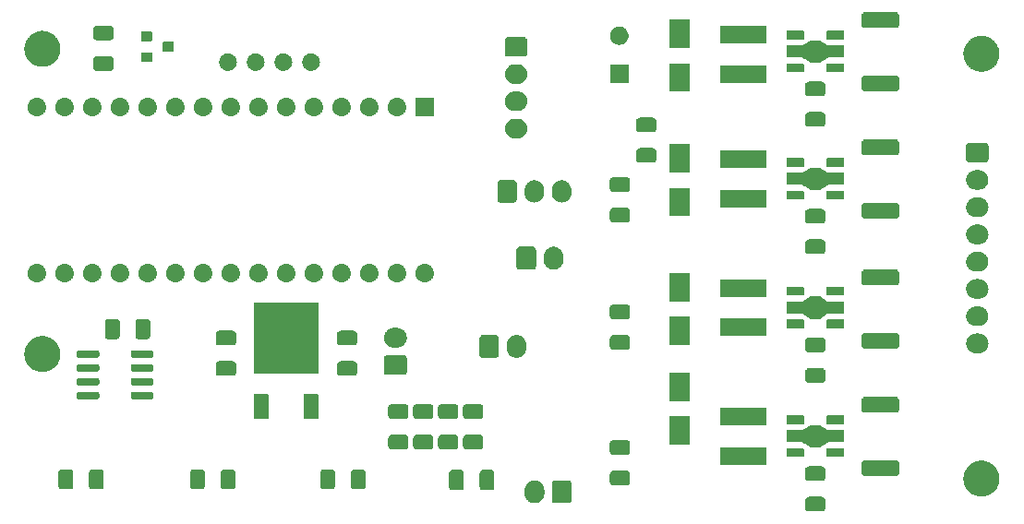
<source format=gbr>
G04 #@! TF.GenerationSoftware,KiCad,Pcbnew,7.0.8*
G04 #@! TF.CreationDate,2024-03-28T15:32:18+01:00*
G04 #@! TF.ProjectId,Prozessorplatine,50726f7a-6573-4736-9f72-706c6174696e,rev?*
G04 #@! TF.SameCoordinates,Original*
G04 #@! TF.FileFunction,Soldermask,Top*
G04 #@! TF.FilePolarity,Negative*
%FSLAX46Y46*%
G04 Gerber Fmt 4.6, Leading zero omitted, Abs format (unit mm)*
G04 Created by KiCad (PCBNEW 7.0.8) date 2024-03-28 15:32:18*
%MOMM*%
%LPD*%
G01*
G04 APERTURE LIST*
G04 APERTURE END LIST*
G36*
X217990914Y-99410995D02*
G01*
X218006726Y-99417976D01*
X218014531Y-99419213D01*
X218047039Y-99435776D01*
X218092106Y-99455676D01*
X218170324Y-99533894D01*
X218190226Y-99578967D01*
X218206786Y-99611468D01*
X218208021Y-99619270D01*
X218215005Y-99635086D01*
X218223000Y-99704000D01*
X218223000Y-100454000D01*
X218215005Y-100522914D01*
X218208021Y-100538729D01*
X218206786Y-100546531D01*
X218190229Y-100579024D01*
X218170324Y-100624106D01*
X218092106Y-100702324D01*
X218047024Y-100722229D01*
X218014531Y-100738786D01*
X218006729Y-100740021D01*
X217990914Y-100747005D01*
X217922000Y-100755000D01*
X216672000Y-100755000D01*
X216603086Y-100747005D01*
X216587270Y-100740021D01*
X216579468Y-100738786D01*
X216546967Y-100722226D01*
X216501894Y-100702324D01*
X216423676Y-100624106D01*
X216403776Y-100579039D01*
X216387213Y-100546531D01*
X216385976Y-100538726D01*
X216378995Y-100522914D01*
X216371000Y-100454000D01*
X216371000Y-99704000D01*
X216378995Y-99635086D01*
X216385976Y-99619274D01*
X216387213Y-99611468D01*
X216403780Y-99578953D01*
X216423676Y-99533894D01*
X216501894Y-99455676D01*
X216546953Y-99435780D01*
X216579468Y-99419213D01*
X216587274Y-99417976D01*
X216603086Y-99410995D01*
X216672000Y-99403000D01*
X217922000Y-99403000D01*
X217990914Y-99410995D01*
G37*
G36*
X194724914Y-97889995D02*
G01*
X194740726Y-97896976D01*
X194748531Y-97898213D01*
X194781039Y-97914776D01*
X194826106Y-97934676D01*
X194904324Y-98012894D01*
X194924226Y-98057967D01*
X194940786Y-98090468D01*
X194942021Y-98098270D01*
X194949005Y-98114086D01*
X194957000Y-98183000D01*
X194957000Y-99683000D01*
X194949005Y-99751914D01*
X194942021Y-99767729D01*
X194940786Y-99775531D01*
X194924229Y-99808024D01*
X194904324Y-99853106D01*
X194826106Y-99931324D01*
X194781024Y-99951229D01*
X194748531Y-99967786D01*
X194740729Y-99969021D01*
X194724914Y-99976005D01*
X194656000Y-99984000D01*
X193456000Y-99984000D01*
X193387086Y-99976005D01*
X193371270Y-99969021D01*
X193363468Y-99967786D01*
X193330967Y-99951226D01*
X193285894Y-99931324D01*
X193207676Y-99853106D01*
X193187776Y-99808039D01*
X193171213Y-99775531D01*
X193169976Y-99767726D01*
X193162995Y-99751914D01*
X193155000Y-99683000D01*
X193155000Y-98183000D01*
X193162995Y-98114086D01*
X193169976Y-98098274D01*
X193171213Y-98090468D01*
X193187780Y-98057953D01*
X193207676Y-98012894D01*
X193285894Y-97934676D01*
X193330953Y-97914780D01*
X193363468Y-97898213D01*
X193371274Y-97896976D01*
X193387086Y-97889995D01*
X193456000Y-97882000D01*
X194656000Y-97882000D01*
X194724914Y-97889995D01*
G37*
G36*
X191599983Y-97886936D02*
G01*
X191650180Y-97886936D01*
X191693524Y-97896149D01*
X191731659Y-97899905D01*
X191779566Y-97914437D01*
X191834424Y-97926098D01*
X191869530Y-97941728D01*
X191900566Y-97951143D01*
X191949884Y-97977504D01*
X192006500Y-98002711D01*
X192032822Y-98021835D01*
X192056232Y-98034348D01*
X192103988Y-98073540D01*
X192158887Y-98113427D01*
X192176711Y-98133223D01*
X192192675Y-98146324D01*
X192235572Y-98198594D01*
X192284924Y-98253405D01*
X192295292Y-98271363D01*
X192304651Y-98282767D01*
X192339273Y-98347542D01*
X192379104Y-98416530D01*
X192383685Y-98430630D01*
X192387856Y-98438433D01*
X192410852Y-98514242D01*
X192437311Y-98595672D01*
X192438242Y-98604532D01*
X192439094Y-98607340D01*
X192447387Y-98691539D01*
X192457000Y-98783000D01*
X192457000Y-99083000D01*
X192447385Y-99174475D01*
X192439094Y-99258659D01*
X192438242Y-99261466D01*
X192437311Y-99270328D01*
X192410848Y-99351771D01*
X192387856Y-99427566D01*
X192383686Y-99435366D01*
X192379104Y-99449470D01*
X192339266Y-99518470D01*
X192304651Y-99583232D01*
X192295294Y-99594633D01*
X192284924Y-99612595D01*
X192235563Y-99667415D01*
X192192675Y-99719675D01*
X192176714Y-99732773D01*
X192158887Y-99752573D01*
X192103977Y-99792467D01*
X192056232Y-99831651D01*
X192032827Y-99844161D01*
X192006500Y-99863289D01*
X191949873Y-99888500D01*
X191900566Y-99914856D01*
X191869537Y-99924268D01*
X191834424Y-99939902D01*
X191779555Y-99951564D01*
X191731659Y-99966094D01*
X191693532Y-99969849D01*
X191650180Y-99979064D01*
X191599973Y-99979064D01*
X191556000Y-99983395D01*
X191512027Y-99979064D01*
X191461820Y-99979064D01*
X191418467Y-99969849D01*
X191380340Y-99966094D01*
X191332441Y-99951563D01*
X191277576Y-99939902D01*
X191242464Y-99924269D01*
X191211433Y-99914856D01*
X191162120Y-99888498D01*
X191105500Y-99863289D01*
X191079175Y-99844163D01*
X191055767Y-99831651D01*
X191008013Y-99792460D01*
X190953113Y-99752573D01*
X190935287Y-99732776D01*
X190919324Y-99719675D01*
X190876425Y-99667402D01*
X190827076Y-99612595D01*
X190816708Y-99594637D01*
X190807348Y-99583232D01*
X190772719Y-99518447D01*
X190732896Y-99449470D01*
X190728315Y-99435371D01*
X190724143Y-99427566D01*
X190701136Y-99351725D01*
X190674689Y-99270328D01*
X190673758Y-99261471D01*
X190672905Y-99258659D01*
X190664605Y-99174394D01*
X190655000Y-99083000D01*
X190655000Y-98783000D01*
X190664604Y-98691620D01*
X190672905Y-98607340D01*
X190673758Y-98604527D01*
X190674689Y-98595672D01*
X190701132Y-98514288D01*
X190724143Y-98438433D01*
X190728315Y-98430626D01*
X190732896Y-98416530D01*
X190772712Y-98347565D01*
X190807348Y-98282767D01*
X190816710Y-98271359D01*
X190827076Y-98253405D01*
X190876416Y-98198607D01*
X190919324Y-98146324D01*
X190935291Y-98133219D01*
X190953113Y-98113427D01*
X191008002Y-98073546D01*
X191055767Y-98034348D01*
X191079180Y-98021833D01*
X191105500Y-98002711D01*
X191162109Y-97977506D01*
X191211433Y-97951143D01*
X191242471Y-97941727D01*
X191277576Y-97926098D01*
X191332430Y-97914438D01*
X191380340Y-97899905D01*
X191418476Y-97896148D01*
X191461820Y-97886936D01*
X191512016Y-97886936D01*
X191556000Y-97882604D01*
X191599983Y-97886936D01*
G37*
G36*
X232600098Y-96080466D02*
G01*
X232660353Y-96080466D01*
X232726199Y-96090390D01*
X232795273Y-96095827D01*
X232850947Y-96109193D01*
X232904302Y-96117235D01*
X232974021Y-96138740D01*
X233047187Y-96156306D01*
X233094495Y-96175901D01*
X233140052Y-96189954D01*
X233211569Y-96224395D01*
X233286538Y-96255448D01*
X233325022Y-96279031D01*
X233362322Y-96296994D01*
X233433271Y-96345366D01*
X233507433Y-96390813D01*
X233537127Y-96416174D01*
X233566162Y-96435970D01*
X233633956Y-96498874D01*
X233704433Y-96559067D01*
X233725834Y-96584125D01*
X233747011Y-96603774D01*
X233808925Y-96681411D01*
X233872687Y-96756067D01*
X233886709Y-96778949D01*
X233900830Y-96796656D01*
X233954087Y-96888899D01*
X234008052Y-96976962D01*
X234015977Y-96996097D01*
X234024185Y-97010312D01*
X234066038Y-97116954D01*
X234107194Y-97216313D01*
X234110597Y-97230491D01*
X234114314Y-97239960D01*
X234142157Y-97361946D01*
X234167673Y-97468227D01*
X234168334Y-97476633D01*
X234169214Y-97480486D01*
X234180683Y-97633531D01*
X234188000Y-97726500D01*
X234180682Y-97819475D01*
X234169214Y-97972513D01*
X234168334Y-97976365D01*
X234167673Y-97984773D01*
X234142152Y-98091073D01*
X234114314Y-98213039D01*
X234110598Y-98222505D01*
X234107194Y-98236687D01*
X234066031Y-98336063D01*
X234024185Y-98442687D01*
X234015979Y-98456899D01*
X234008052Y-98476038D01*
X233954077Y-98564116D01*
X233900830Y-98656343D01*
X233886712Y-98674046D01*
X233872687Y-98696933D01*
X233808913Y-98771602D01*
X233747011Y-98849225D01*
X233725838Y-98868869D01*
X233704433Y-98893933D01*
X233633942Y-98954137D01*
X233566162Y-99017029D01*
X233537133Y-99036820D01*
X233507433Y-99062187D01*
X233433257Y-99107642D01*
X233362322Y-99156005D01*
X233325030Y-99173963D01*
X233286538Y-99197552D01*
X233211554Y-99228610D01*
X233140052Y-99263045D01*
X233094504Y-99277094D01*
X233047187Y-99296694D01*
X232974007Y-99314262D01*
X232904302Y-99335764D01*
X232850955Y-99343804D01*
X232795273Y-99357173D01*
X232726195Y-99362609D01*
X232660353Y-99372534D01*
X232600098Y-99372534D01*
X232537000Y-99377500D01*
X232473902Y-99372534D01*
X232413647Y-99372534D01*
X232347803Y-99362609D01*
X232278727Y-99357173D01*
X232223045Y-99343805D01*
X232169697Y-99335764D01*
X232099988Y-99314261D01*
X232026813Y-99296694D01*
X231979498Y-99277095D01*
X231933947Y-99263045D01*
X231862438Y-99228607D01*
X231787462Y-99197552D01*
X231748972Y-99173965D01*
X231711675Y-99156004D01*
X231640726Y-99107631D01*
X231566567Y-99062187D01*
X231536873Y-99036826D01*
X231507839Y-99017031D01*
X231440043Y-98954125D01*
X231369567Y-98893933D01*
X231348164Y-98868874D01*
X231326988Y-98849225D01*
X231265071Y-98771584D01*
X231201313Y-98696933D01*
X231187291Y-98674051D01*
X231173169Y-98656343D01*
X231119905Y-98564088D01*
X231065948Y-98476038D01*
X231058023Y-98456905D01*
X231049814Y-98442687D01*
X231007949Y-98336017D01*
X230966806Y-98236687D01*
X230963402Y-98222512D01*
X230959685Y-98213039D01*
X230931827Y-98090988D01*
X230906327Y-97984773D01*
X230905665Y-97976371D01*
X230904785Y-97972513D01*
X230893296Y-97819210D01*
X230886000Y-97726500D01*
X230893296Y-97633797D01*
X230904785Y-97480486D01*
X230905665Y-97476626D01*
X230906327Y-97468227D01*
X230931822Y-97362030D01*
X230959685Y-97239960D01*
X230963403Y-97230484D01*
X230966806Y-97216313D01*
X231007942Y-97117000D01*
X231049814Y-97010312D01*
X231058024Y-96996090D01*
X231065948Y-96976962D01*
X231119895Y-96888927D01*
X231173169Y-96796656D01*
X231187293Y-96778943D01*
X231201313Y-96756067D01*
X231265059Y-96681429D01*
X231326988Y-96603774D01*
X231348169Y-96584120D01*
X231369567Y-96559067D01*
X231440029Y-96498886D01*
X231507839Y-96435968D01*
X231536879Y-96416168D01*
X231566567Y-96390813D01*
X231640711Y-96345376D01*
X231711675Y-96296995D01*
X231748980Y-96279029D01*
X231787462Y-96255448D01*
X231862423Y-96224398D01*
X231933947Y-96189954D01*
X231979507Y-96175900D01*
X232026813Y-96156306D01*
X232099973Y-96138741D01*
X232169697Y-96117235D01*
X232223054Y-96109192D01*
X232278727Y-96095827D01*
X232347799Y-96090390D01*
X232413647Y-96080466D01*
X232473902Y-96080466D01*
X232537000Y-96075500D01*
X232600098Y-96080466D01*
G37*
G36*
X184841914Y-96935495D02*
G01*
X184857726Y-96942476D01*
X184865531Y-96943713D01*
X184898039Y-96960276D01*
X184943106Y-96980176D01*
X185021324Y-97058394D01*
X185041226Y-97103467D01*
X185057786Y-97135968D01*
X185059021Y-97143770D01*
X185066005Y-97159586D01*
X185074000Y-97228500D01*
X185074000Y-98478500D01*
X185066005Y-98547414D01*
X185059021Y-98563229D01*
X185057786Y-98571031D01*
X185041229Y-98603524D01*
X185021324Y-98648606D01*
X184943106Y-98726824D01*
X184898024Y-98746729D01*
X184865531Y-98763286D01*
X184857729Y-98764521D01*
X184841914Y-98771505D01*
X184773000Y-98779500D01*
X184023000Y-98779500D01*
X183954086Y-98771505D01*
X183938270Y-98764521D01*
X183930468Y-98763286D01*
X183897967Y-98746726D01*
X183852894Y-98726824D01*
X183774676Y-98648606D01*
X183754776Y-98603539D01*
X183738213Y-98571031D01*
X183736976Y-98563226D01*
X183729995Y-98547414D01*
X183722000Y-98478500D01*
X183722000Y-97228500D01*
X183729995Y-97159586D01*
X183736976Y-97143774D01*
X183738213Y-97135968D01*
X183754780Y-97103453D01*
X183774676Y-97058394D01*
X183852894Y-96980176D01*
X183897953Y-96960280D01*
X183930468Y-96943713D01*
X183938274Y-96942476D01*
X183954086Y-96935495D01*
X184023000Y-96927500D01*
X184773000Y-96927500D01*
X184841914Y-96935495D01*
G37*
G36*
X187641914Y-96935495D02*
G01*
X187657726Y-96942476D01*
X187665531Y-96943713D01*
X187698039Y-96960276D01*
X187743106Y-96980176D01*
X187821324Y-97058394D01*
X187841226Y-97103467D01*
X187857786Y-97135968D01*
X187859021Y-97143770D01*
X187866005Y-97159586D01*
X187874000Y-97228500D01*
X187874000Y-98478500D01*
X187866005Y-98547414D01*
X187859021Y-98563229D01*
X187857786Y-98571031D01*
X187841229Y-98603524D01*
X187821324Y-98648606D01*
X187743106Y-98726824D01*
X187698024Y-98746729D01*
X187665531Y-98763286D01*
X187657729Y-98764521D01*
X187641914Y-98771505D01*
X187573000Y-98779500D01*
X186823000Y-98779500D01*
X186754086Y-98771505D01*
X186738270Y-98764521D01*
X186730468Y-98763286D01*
X186697967Y-98746726D01*
X186652894Y-98726824D01*
X186574676Y-98648606D01*
X186554776Y-98603539D01*
X186538213Y-98571031D01*
X186536976Y-98563226D01*
X186529995Y-98547414D01*
X186522000Y-98478500D01*
X186522000Y-97228500D01*
X186529995Y-97159586D01*
X186536976Y-97143774D01*
X186538213Y-97135968D01*
X186554780Y-97103453D01*
X186574676Y-97058394D01*
X186652894Y-96980176D01*
X186697953Y-96960280D01*
X186730468Y-96943713D01*
X186738274Y-96942476D01*
X186754086Y-96935495D01*
X186823000Y-96927500D01*
X187573000Y-96927500D01*
X187641914Y-96935495D01*
G37*
G36*
X149027914Y-96871995D02*
G01*
X149043726Y-96878976D01*
X149051531Y-96880213D01*
X149084039Y-96896776D01*
X149129106Y-96916676D01*
X149207324Y-96994894D01*
X149227226Y-97039967D01*
X149243786Y-97072468D01*
X149245021Y-97080270D01*
X149252005Y-97096086D01*
X149260000Y-97165000D01*
X149260000Y-98415000D01*
X149252005Y-98483914D01*
X149245021Y-98499729D01*
X149243786Y-98507531D01*
X149227229Y-98540024D01*
X149207324Y-98585106D01*
X149129106Y-98663324D01*
X149084024Y-98683229D01*
X149051531Y-98699786D01*
X149043729Y-98701021D01*
X149027914Y-98708005D01*
X148959000Y-98716000D01*
X148209000Y-98716000D01*
X148140086Y-98708005D01*
X148124270Y-98701021D01*
X148116468Y-98699786D01*
X148083967Y-98683226D01*
X148038894Y-98663324D01*
X147960676Y-98585106D01*
X147940776Y-98540039D01*
X147924213Y-98507531D01*
X147922976Y-98499726D01*
X147915995Y-98483914D01*
X147908000Y-98415000D01*
X147908000Y-97165000D01*
X147915995Y-97096086D01*
X147922976Y-97080274D01*
X147924213Y-97072468D01*
X147940780Y-97039953D01*
X147960676Y-96994894D01*
X148038894Y-96916676D01*
X148083953Y-96896780D01*
X148116468Y-96880213D01*
X148124274Y-96878976D01*
X148140086Y-96871995D01*
X148209000Y-96864000D01*
X148959000Y-96864000D01*
X149027914Y-96871995D01*
G37*
G36*
X151827914Y-96871995D02*
G01*
X151843726Y-96878976D01*
X151851531Y-96880213D01*
X151884039Y-96896776D01*
X151929106Y-96916676D01*
X152007324Y-96994894D01*
X152027226Y-97039967D01*
X152043786Y-97072468D01*
X152045021Y-97080270D01*
X152052005Y-97096086D01*
X152060000Y-97165000D01*
X152060000Y-98415000D01*
X152052005Y-98483914D01*
X152045021Y-98499729D01*
X152043786Y-98507531D01*
X152027229Y-98540024D01*
X152007324Y-98585106D01*
X151929106Y-98663324D01*
X151884024Y-98683229D01*
X151851531Y-98699786D01*
X151843729Y-98701021D01*
X151827914Y-98708005D01*
X151759000Y-98716000D01*
X151009000Y-98716000D01*
X150940086Y-98708005D01*
X150924270Y-98701021D01*
X150916468Y-98699786D01*
X150883967Y-98683226D01*
X150838894Y-98663324D01*
X150760676Y-98585106D01*
X150740776Y-98540039D01*
X150724213Y-98507531D01*
X150722976Y-98499726D01*
X150715995Y-98483914D01*
X150708000Y-98415000D01*
X150708000Y-97165000D01*
X150715995Y-97096086D01*
X150722976Y-97080274D01*
X150724213Y-97072468D01*
X150740780Y-97039953D01*
X150760676Y-96994894D01*
X150838894Y-96916676D01*
X150883953Y-96896780D01*
X150916468Y-96880213D01*
X150924274Y-96878976D01*
X150940086Y-96871995D01*
X151009000Y-96864000D01*
X151759000Y-96864000D01*
X151827914Y-96871995D01*
G37*
G36*
X161095914Y-96871995D02*
G01*
X161111726Y-96878976D01*
X161119531Y-96880213D01*
X161152039Y-96896776D01*
X161197106Y-96916676D01*
X161275324Y-96994894D01*
X161295226Y-97039967D01*
X161311786Y-97072468D01*
X161313021Y-97080270D01*
X161320005Y-97096086D01*
X161328000Y-97165000D01*
X161328000Y-98415000D01*
X161320005Y-98483914D01*
X161313021Y-98499729D01*
X161311786Y-98507531D01*
X161295229Y-98540024D01*
X161275324Y-98585106D01*
X161197106Y-98663324D01*
X161152024Y-98683229D01*
X161119531Y-98699786D01*
X161111729Y-98701021D01*
X161095914Y-98708005D01*
X161027000Y-98716000D01*
X160277000Y-98716000D01*
X160208086Y-98708005D01*
X160192270Y-98701021D01*
X160184468Y-98699786D01*
X160151967Y-98683226D01*
X160106894Y-98663324D01*
X160028676Y-98585106D01*
X160008776Y-98540039D01*
X159992213Y-98507531D01*
X159990976Y-98499726D01*
X159983995Y-98483914D01*
X159976000Y-98415000D01*
X159976000Y-97165000D01*
X159983995Y-97096086D01*
X159990976Y-97080274D01*
X159992213Y-97072468D01*
X160008780Y-97039953D01*
X160028676Y-96994894D01*
X160106894Y-96916676D01*
X160151953Y-96896780D01*
X160184468Y-96880213D01*
X160192274Y-96878976D01*
X160208086Y-96871995D01*
X160277000Y-96864000D01*
X161027000Y-96864000D01*
X161095914Y-96871995D01*
G37*
G36*
X163895914Y-96871995D02*
G01*
X163911726Y-96878976D01*
X163919531Y-96880213D01*
X163952039Y-96896776D01*
X163997106Y-96916676D01*
X164075324Y-96994894D01*
X164095226Y-97039967D01*
X164111786Y-97072468D01*
X164113021Y-97080270D01*
X164120005Y-97096086D01*
X164128000Y-97165000D01*
X164128000Y-98415000D01*
X164120005Y-98483914D01*
X164113021Y-98499729D01*
X164111786Y-98507531D01*
X164095229Y-98540024D01*
X164075324Y-98585106D01*
X163997106Y-98663324D01*
X163952024Y-98683229D01*
X163919531Y-98699786D01*
X163911729Y-98701021D01*
X163895914Y-98708005D01*
X163827000Y-98716000D01*
X163077000Y-98716000D01*
X163008086Y-98708005D01*
X162992270Y-98701021D01*
X162984468Y-98699786D01*
X162951967Y-98683226D01*
X162906894Y-98663324D01*
X162828676Y-98585106D01*
X162808776Y-98540039D01*
X162792213Y-98507531D01*
X162790976Y-98499726D01*
X162783995Y-98483914D01*
X162776000Y-98415000D01*
X162776000Y-97165000D01*
X162783995Y-97096086D01*
X162790976Y-97080274D01*
X162792213Y-97072468D01*
X162808780Y-97039953D01*
X162828676Y-96994894D01*
X162906894Y-96916676D01*
X162951953Y-96896780D01*
X162984468Y-96880213D01*
X162992274Y-96878976D01*
X163008086Y-96871995D01*
X163077000Y-96864000D01*
X163827000Y-96864000D01*
X163895914Y-96871995D01*
G37*
G36*
X173033914Y-96871995D02*
G01*
X173049726Y-96878976D01*
X173057531Y-96880213D01*
X173090039Y-96896776D01*
X173135106Y-96916676D01*
X173213324Y-96994894D01*
X173233226Y-97039967D01*
X173249786Y-97072468D01*
X173251021Y-97080270D01*
X173258005Y-97096086D01*
X173266000Y-97165000D01*
X173266000Y-98415000D01*
X173258005Y-98483914D01*
X173251021Y-98499729D01*
X173249786Y-98507531D01*
X173233229Y-98540024D01*
X173213324Y-98585106D01*
X173135106Y-98663324D01*
X173090024Y-98683229D01*
X173057531Y-98699786D01*
X173049729Y-98701021D01*
X173033914Y-98708005D01*
X172965000Y-98716000D01*
X172215000Y-98716000D01*
X172146086Y-98708005D01*
X172130270Y-98701021D01*
X172122468Y-98699786D01*
X172089967Y-98683226D01*
X172044894Y-98663324D01*
X171966676Y-98585106D01*
X171946776Y-98540039D01*
X171930213Y-98507531D01*
X171928976Y-98499726D01*
X171921995Y-98483914D01*
X171914000Y-98415000D01*
X171914000Y-97165000D01*
X171921995Y-97096086D01*
X171928976Y-97080274D01*
X171930213Y-97072468D01*
X171946780Y-97039953D01*
X171966676Y-96994894D01*
X172044894Y-96916676D01*
X172089953Y-96896780D01*
X172122468Y-96880213D01*
X172130274Y-96878976D01*
X172146086Y-96871995D01*
X172215000Y-96864000D01*
X172965000Y-96864000D01*
X173033914Y-96871995D01*
G37*
G36*
X175833914Y-96871995D02*
G01*
X175849726Y-96878976D01*
X175857531Y-96880213D01*
X175890039Y-96896776D01*
X175935106Y-96916676D01*
X176013324Y-96994894D01*
X176033226Y-97039967D01*
X176049786Y-97072468D01*
X176051021Y-97080270D01*
X176058005Y-97096086D01*
X176066000Y-97165000D01*
X176066000Y-98415000D01*
X176058005Y-98483914D01*
X176051021Y-98499729D01*
X176049786Y-98507531D01*
X176033229Y-98540024D01*
X176013324Y-98585106D01*
X175935106Y-98663324D01*
X175890024Y-98683229D01*
X175857531Y-98699786D01*
X175849729Y-98701021D01*
X175833914Y-98708005D01*
X175765000Y-98716000D01*
X175015000Y-98716000D01*
X174946086Y-98708005D01*
X174930270Y-98701021D01*
X174922468Y-98699786D01*
X174889967Y-98683226D01*
X174844894Y-98663324D01*
X174766676Y-98585106D01*
X174746776Y-98540039D01*
X174730213Y-98507531D01*
X174728976Y-98499726D01*
X174721995Y-98483914D01*
X174714000Y-98415000D01*
X174714000Y-97165000D01*
X174721995Y-97096086D01*
X174728976Y-97080274D01*
X174730213Y-97072468D01*
X174746780Y-97039953D01*
X174766676Y-96994894D01*
X174844894Y-96916676D01*
X174889953Y-96896780D01*
X174922468Y-96880213D01*
X174930274Y-96878976D01*
X174946086Y-96871995D01*
X175015000Y-96864000D01*
X175765000Y-96864000D01*
X175833914Y-96871995D01*
G37*
G36*
X200083914Y-96997995D02*
G01*
X200099726Y-97004976D01*
X200107531Y-97006213D01*
X200140039Y-97022776D01*
X200185106Y-97042676D01*
X200263324Y-97120894D01*
X200283226Y-97165967D01*
X200299786Y-97198468D01*
X200301021Y-97206270D01*
X200308005Y-97222086D01*
X200316000Y-97291000D01*
X200316000Y-98041000D01*
X200308005Y-98109914D01*
X200301021Y-98125729D01*
X200299786Y-98133531D01*
X200283229Y-98166024D01*
X200263324Y-98211106D01*
X200185106Y-98289324D01*
X200140024Y-98309229D01*
X200107531Y-98325786D01*
X200099729Y-98327021D01*
X200083914Y-98334005D01*
X200015000Y-98342000D01*
X198765000Y-98342000D01*
X198696086Y-98334005D01*
X198680270Y-98327021D01*
X198672468Y-98325786D01*
X198639967Y-98309226D01*
X198594894Y-98289324D01*
X198516676Y-98211106D01*
X198496776Y-98166039D01*
X198480213Y-98133531D01*
X198478976Y-98125726D01*
X198471995Y-98109914D01*
X198464000Y-98041000D01*
X198464000Y-97291000D01*
X198471995Y-97222086D01*
X198478976Y-97206274D01*
X198480213Y-97198468D01*
X198496780Y-97165953D01*
X198516676Y-97120894D01*
X198594894Y-97042676D01*
X198639953Y-97022780D01*
X198672468Y-97006213D01*
X198680274Y-97004976D01*
X198696086Y-96997995D01*
X198765000Y-96990000D01*
X200015000Y-96990000D01*
X200083914Y-96997995D01*
G37*
G36*
X217990914Y-96610995D02*
G01*
X218006726Y-96617976D01*
X218014531Y-96619213D01*
X218047039Y-96635776D01*
X218092106Y-96655676D01*
X218170324Y-96733894D01*
X218190226Y-96778967D01*
X218206786Y-96811468D01*
X218208021Y-96819270D01*
X218215005Y-96835086D01*
X218223000Y-96904000D01*
X218223000Y-97654000D01*
X218215005Y-97722914D01*
X218208021Y-97738729D01*
X218206786Y-97746531D01*
X218190229Y-97779024D01*
X218170324Y-97824106D01*
X218092106Y-97902324D01*
X218047024Y-97922229D01*
X218014531Y-97938786D01*
X218006729Y-97940021D01*
X217990914Y-97947005D01*
X217922000Y-97955000D01*
X216672000Y-97955000D01*
X216603086Y-97947005D01*
X216587270Y-97940021D01*
X216579468Y-97938786D01*
X216546967Y-97922226D01*
X216501894Y-97902324D01*
X216423676Y-97824106D01*
X216403776Y-97779039D01*
X216387213Y-97746531D01*
X216385976Y-97738726D01*
X216378995Y-97722914D01*
X216371000Y-97654000D01*
X216371000Y-96904000D01*
X216378995Y-96835086D01*
X216385976Y-96819274D01*
X216387213Y-96811468D01*
X216403780Y-96778953D01*
X216423676Y-96733894D01*
X216501894Y-96655676D01*
X216546953Y-96635780D01*
X216579468Y-96619213D01*
X216587274Y-96617976D01*
X216603086Y-96610995D01*
X216672000Y-96603000D01*
X217922000Y-96603000D01*
X217990914Y-96610995D01*
G37*
G36*
X224759914Y-96034995D02*
G01*
X224775726Y-96041976D01*
X224783531Y-96043213D01*
X224816039Y-96059776D01*
X224861106Y-96079676D01*
X224939324Y-96157894D01*
X224959226Y-96202967D01*
X224975786Y-96235468D01*
X224977021Y-96243270D01*
X224984005Y-96259086D01*
X224992000Y-96328000D01*
X224992000Y-97178000D01*
X224984005Y-97246914D01*
X224977021Y-97262729D01*
X224975786Y-97270531D01*
X224959229Y-97303024D01*
X224939324Y-97348106D01*
X224861106Y-97426324D01*
X224816024Y-97446229D01*
X224783531Y-97462786D01*
X224775729Y-97464021D01*
X224759914Y-97471005D01*
X224691000Y-97479000D01*
X221841000Y-97479000D01*
X221772086Y-97471005D01*
X221756270Y-97464021D01*
X221748468Y-97462786D01*
X221715967Y-97446226D01*
X221670894Y-97426324D01*
X221592676Y-97348106D01*
X221572776Y-97303039D01*
X221556213Y-97270531D01*
X221554976Y-97262726D01*
X221547995Y-97246914D01*
X221540000Y-97178000D01*
X221540000Y-96328000D01*
X221547995Y-96259086D01*
X221554976Y-96243274D01*
X221556213Y-96235468D01*
X221572780Y-96202953D01*
X221592676Y-96157894D01*
X221670894Y-96079676D01*
X221715953Y-96059780D01*
X221748468Y-96043213D01*
X221756274Y-96041976D01*
X221772086Y-96034995D01*
X221841000Y-96027000D01*
X224691000Y-96027000D01*
X224759914Y-96034995D01*
G37*
G36*
X212812517Y-94855882D02*
G01*
X212829062Y-94866938D01*
X212840118Y-94883483D01*
X212844000Y-94903000D01*
X212844000Y-96403000D01*
X212840118Y-96422517D01*
X212829062Y-96439062D01*
X212812517Y-96450118D01*
X212793000Y-96454000D01*
X208593000Y-96454000D01*
X208573483Y-96450118D01*
X208556938Y-96439062D01*
X208545882Y-96422517D01*
X208542000Y-96403000D01*
X208542000Y-94903000D01*
X208545882Y-94883483D01*
X208556938Y-94866938D01*
X208573483Y-94855882D01*
X208593000Y-94852000D01*
X212793000Y-94852000D01*
X212812517Y-94855882D01*
G37*
G36*
X216216517Y-94955882D02*
G01*
X216233062Y-94966938D01*
X216244118Y-94983483D01*
X216248000Y-95003000D01*
X216248000Y-95703000D01*
X216244118Y-95722517D01*
X216233062Y-95739062D01*
X216216517Y-95750118D01*
X216197000Y-95754000D01*
X214697000Y-95754000D01*
X214677483Y-95750118D01*
X214660938Y-95739062D01*
X214649882Y-95722517D01*
X214646000Y-95703000D01*
X214646000Y-95003000D01*
X214649882Y-94983483D01*
X214660938Y-94966938D01*
X214677483Y-94955882D01*
X214697000Y-94952000D01*
X216197000Y-94952000D01*
X216216517Y-94955882D01*
G37*
G36*
X219916517Y-94955882D02*
G01*
X219933062Y-94966938D01*
X219944118Y-94983483D01*
X219948000Y-95003000D01*
X219948000Y-95703000D01*
X219944118Y-95722517D01*
X219933062Y-95739062D01*
X219916517Y-95750118D01*
X219897000Y-95754000D01*
X218397000Y-95754000D01*
X218377483Y-95750118D01*
X218360938Y-95739062D01*
X218349882Y-95722517D01*
X218346000Y-95703000D01*
X218346000Y-95003000D01*
X218349882Y-94983483D01*
X218360938Y-94966938D01*
X218377483Y-94955882D01*
X218397000Y-94952000D01*
X219897000Y-94952000D01*
X219916517Y-94955882D01*
G37*
G36*
X200083914Y-94197995D02*
G01*
X200099726Y-94204976D01*
X200107531Y-94206213D01*
X200140039Y-94222776D01*
X200185106Y-94242676D01*
X200263324Y-94320894D01*
X200283226Y-94365967D01*
X200299786Y-94398468D01*
X200301021Y-94406270D01*
X200308005Y-94422086D01*
X200316000Y-94491000D01*
X200316000Y-95241000D01*
X200308005Y-95309914D01*
X200301021Y-95325729D01*
X200299786Y-95333531D01*
X200283229Y-95366024D01*
X200263324Y-95411106D01*
X200185106Y-95489324D01*
X200140024Y-95509229D01*
X200107531Y-95525786D01*
X200099729Y-95527021D01*
X200083914Y-95534005D01*
X200015000Y-95542000D01*
X198765000Y-95542000D01*
X198696086Y-95534005D01*
X198680270Y-95527021D01*
X198672468Y-95525786D01*
X198639967Y-95509226D01*
X198594894Y-95489324D01*
X198516676Y-95411106D01*
X198496776Y-95366039D01*
X198480213Y-95333531D01*
X198478976Y-95325726D01*
X198471995Y-95309914D01*
X198464000Y-95241000D01*
X198464000Y-94491000D01*
X198471995Y-94422086D01*
X198478976Y-94406274D01*
X198480213Y-94398468D01*
X198496780Y-94365953D01*
X198516676Y-94320894D01*
X198594894Y-94242676D01*
X198639953Y-94222780D01*
X198672468Y-94206213D01*
X198680274Y-94204976D01*
X198696086Y-94197995D01*
X198765000Y-94190000D01*
X200015000Y-94190000D01*
X200083914Y-94197995D01*
G37*
G36*
X179763914Y-93695995D02*
G01*
X179779726Y-93702976D01*
X179787531Y-93704213D01*
X179820039Y-93720776D01*
X179865106Y-93740676D01*
X179943324Y-93818894D01*
X179963226Y-93863967D01*
X179979786Y-93896468D01*
X179981021Y-93904270D01*
X179988005Y-93920086D01*
X179996000Y-93989000D01*
X179996000Y-94739000D01*
X179988005Y-94807914D01*
X179981021Y-94823729D01*
X179979786Y-94831531D01*
X179963229Y-94864024D01*
X179943324Y-94909106D01*
X179865106Y-94987324D01*
X179820024Y-95007229D01*
X179787531Y-95023786D01*
X179779729Y-95025021D01*
X179763914Y-95032005D01*
X179695000Y-95040000D01*
X178445000Y-95040000D01*
X178376086Y-95032005D01*
X178360270Y-95025021D01*
X178352468Y-95023786D01*
X178319967Y-95007226D01*
X178274894Y-94987324D01*
X178196676Y-94909106D01*
X178176776Y-94864039D01*
X178160213Y-94831531D01*
X178158976Y-94823726D01*
X178151995Y-94807914D01*
X178144000Y-94739000D01*
X178144000Y-93989000D01*
X178151995Y-93920086D01*
X178158976Y-93904274D01*
X178160213Y-93896468D01*
X178176780Y-93863953D01*
X178196676Y-93818894D01*
X178274894Y-93740676D01*
X178319953Y-93720780D01*
X178352468Y-93704213D01*
X178360274Y-93702976D01*
X178376086Y-93695995D01*
X178445000Y-93688000D01*
X179695000Y-93688000D01*
X179763914Y-93695995D01*
G37*
G36*
X182049914Y-93695995D02*
G01*
X182065726Y-93702976D01*
X182073531Y-93704213D01*
X182106039Y-93720776D01*
X182151106Y-93740676D01*
X182229324Y-93818894D01*
X182249226Y-93863967D01*
X182265786Y-93896468D01*
X182267021Y-93904270D01*
X182274005Y-93920086D01*
X182282000Y-93989000D01*
X182282000Y-94739000D01*
X182274005Y-94807914D01*
X182267021Y-94823729D01*
X182265786Y-94831531D01*
X182249229Y-94864024D01*
X182229324Y-94909106D01*
X182151106Y-94987324D01*
X182106024Y-95007229D01*
X182073531Y-95023786D01*
X182065729Y-95025021D01*
X182049914Y-95032005D01*
X181981000Y-95040000D01*
X180731000Y-95040000D01*
X180662086Y-95032005D01*
X180646270Y-95025021D01*
X180638468Y-95023786D01*
X180605967Y-95007226D01*
X180560894Y-94987324D01*
X180482676Y-94909106D01*
X180462776Y-94864039D01*
X180446213Y-94831531D01*
X180444976Y-94823726D01*
X180437995Y-94807914D01*
X180430000Y-94739000D01*
X180430000Y-93989000D01*
X180437995Y-93920086D01*
X180444976Y-93904274D01*
X180446213Y-93896468D01*
X180462780Y-93863953D01*
X180482676Y-93818894D01*
X180560894Y-93740676D01*
X180605953Y-93720780D01*
X180638468Y-93704213D01*
X180646274Y-93702976D01*
X180662086Y-93695995D01*
X180731000Y-93688000D01*
X181981000Y-93688000D01*
X182049914Y-93695995D01*
G37*
G36*
X184335914Y-93695995D02*
G01*
X184351726Y-93702976D01*
X184359531Y-93704213D01*
X184392039Y-93720776D01*
X184437106Y-93740676D01*
X184515324Y-93818894D01*
X184535226Y-93863967D01*
X184551786Y-93896468D01*
X184553021Y-93904270D01*
X184560005Y-93920086D01*
X184568000Y-93989000D01*
X184568000Y-94739000D01*
X184560005Y-94807914D01*
X184553021Y-94823729D01*
X184551786Y-94831531D01*
X184535229Y-94864024D01*
X184515324Y-94909106D01*
X184437106Y-94987324D01*
X184392024Y-95007229D01*
X184359531Y-95023786D01*
X184351729Y-95025021D01*
X184335914Y-95032005D01*
X184267000Y-95040000D01*
X183017000Y-95040000D01*
X182948086Y-95032005D01*
X182932270Y-95025021D01*
X182924468Y-95023786D01*
X182891967Y-95007226D01*
X182846894Y-94987324D01*
X182768676Y-94909106D01*
X182748776Y-94864039D01*
X182732213Y-94831531D01*
X182730976Y-94823726D01*
X182723995Y-94807914D01*
X182716000Y-94739000D01*
X182716000Y-93989000D01*
X182723995Y-93920086D01*
X182730976Y-93904274D01*
X182732213Y-93896468D01*
X182748780Y-93863953D01*
X182768676Y-93818894D01*
X182846894Y-93740676D01*
X182891953Y-93720780D01*
X182924468Y-93704213D01*
X182932274Y-93702976D01*
X182948086Y-93695995D01*
X183017000Y-93688000D01*
X184267000Y-93688000D01*
X184335914Y-93695995D01*
G37*
G36*
X186621914Y-93695995D02*
G01*
X186637726Y-93702976D01*
X186645531Y-93704213D01*
X186678039Y-93720776D01*
X186723106Y-93740676D01*
X186801324Y-93818894D01*
X186821226Y-93863967D01*
X186837786Y-93896468D01*
X186839021Y-93904270D01*
X186846005Y-93920086D01*
X186854000Y-93989000D01*
X186854000Y-94739000D01*
X186846005Y-94807914D01*
X186839021Y-94823729D01*
X186837786Y-94831531D01*
X186821229Y-94864024D01*
X186801324Y-94909106D01*
X186723106Y-94987324D01*
X186678024Y-95007229D01*
X186645531Y-95023786D01*
X186637729Y-95025021D01*
X186621914Y-95032005D01*
X186553000Y-95040000D01*
X185303000Y-95040000D01*
X185234086Y-95032005D01*
X185218270Y-95025021D01*
X185210468Y-95023786D01*
X185177967Y-95007226D01*
X185132894Y-94987324D01*
X185054676Y-94909106D01*
X185034776Y-94864039D01*
X185018213Y-94831531D01*
X185016976Y-94823726D01*
X185009995Y-94807914D01*
X185002000Y-94739000D01*
X185002000Y-93989000D01*
X185009995Y-93920086D01*
X185016976Y-93904274D01*
X185018213Y-93896468D01*
X185034780Y-93863953D01*
X185054676Y-93818894D01*
X185132894Y-93740676D01*
X185177953Y-93720780D01*
X185210468Y-93704213D01*
X185218274Y-93702976D01*
X185234086Y-93695995D01*
X185303000Y-93688000D01*
X186553000Y-93688000D01*
X186621914Y-93695995D01*
G37*
G36*
X217704333Y-92803458D02*
G01*
X217711779Y-92804188D01*
X217714530Y-92805486D01*
X217716517Y-92805882D01*
X217719282Y-92807730D01*
X217725290Y-92810566D01*
X217732941Y-92815666D01*
X217732950Y-92815671D01*
X218446352Y-93291273D01*
X218481781Y-93302000D01*
X219897000Y-93302000D01*
X219916517Y-93305882D01*
X219933062Y-93316938D01*
X219944118Y-93333483D01*
X219948000Y-93353000D01*
X219948000Y-94353000D01*
X219944118Y-94372517D01*
X219933062Y-94389062D01*
X219916517Y-94400118D01*
X219897000Y-94404000D01*
X218481777Y-94404000D01*
X218446352Y-94414725D01*
X217725293Y-94895433D01*
X217719281Y-94898270D01*
X217716517Y-94900118D01*
X217714530Y-94900513D01*
X217711779Y-94901812D01*
X217704333Y-94902541D01*
X217697000Y-94904000D01*
X216897000Y-94904000D01*
X216889666Y-94902541D01*
X216882221Y-94901812D01*
X216879469Y-94900513D01*
X216877483Y-94900118D01*
X216874717Y-94898269D01*
X216868710Y-94895434D01*
X216859151Y-94889062D01*
X216370058Y-94563000D01*
X216147646Y-94414725D01*
X216112221Y-94404000D01*
X214697000Y-94404000D01*
X214677483Y-94400118D01*
X214660938Y-94389062D01*
X214649882Y-94372517D01*
X214646000Y-94353000D01*
X214646000Y-93353000D01*
X214649882Y-93333483D01*
X214660938Y-93316938D01*
X214677483Y-93305882D01*
X214697000Y-93302000D01*
X216112219Y-93302000D01*
X216147648Y-93291273D01*
X216861056Y-92815668D01*
X216868707Y-92810567D01*
X216874718Y-92807729D01*
X216877483Y-92805882D01*
X216879469Y-92805486D01*
X216882221Y-92804188D01*
X216889666Y-92803458D01*
X216897000Y-92802000D01*
X217697000Y-92802000D01*
X217704333Y-92803458D01*
G37*
G36*
X205770517Y-92015882D02*
G01*
X205787062Y-92026938D01*
X205798118Y-92043483D01*
X205802000Y-92063000D01*
X205802000Y-94563000D01*
X205798118Y-94582517D01*
X205787062Y-94599062D01*
X205770517Y-94610118D01*
X205751000Y-94614000D01*
X203951000Y-94614000D01*
X203931483Y-94610118D01*
X203914938Y-94599062D01*
X203903882Y-94582517D01*
X203900000Y-94563000D01*
X203900000Y-92063000D01*
X203903882Y-92043483D01*
X203914938Y-92026938D01*
X203931483Y-92015882D01*
X203951000Y-92012000D01*
X205751000Y-92012000D01*
X205770517Y-92015882D01*
G37*
G36*
X212812517Y-91255882D02*
G01*
X212829062Y-91266938D01*
X212840118Y-91283483D01*
X212844000Y-91303000D01*
X212844000Y-92803000D01*
X212840118Y-92822517D01*
X212829062Y-92839062D01*
X212812517Y-92850118D01*
X212793000Y-92854000D01*
X208593000Y-92854000D01*
X208573483Y-92850118D01*
X208556938Y-92839062D01*
X208545882Y-92822517D01*
X208542000Y-92803000D01*
X208542000Y-91303000D01*
X208545882Y-91283483D01*
X208556938Y-91266938D01*
X208573483Y-91255882D01*
X208593000Y-91252000D01*
X212793000Y-91252000D01*
X212812517Y-91255882D01*
G37*
G36*
X216216517Y-91955882D02*
G01*
X216233062Y-91966938D01*
X216244118Y-91983483D01*
X216248000Y-92003000D01*
X216248000Y-92703000D01*
X216244118Y-92722517D01*
X216233062Y-92739062D01*
X216216517Y-92750118D01*
X216197000Y-92754000D01*
X214697000Y-92754000D01*
X214677483Y-92750118D01*
X214660938Y-92739062D01*
X214649882Y-92722517D01*
X214646000Y-92703000D01*
X214646000Y-92003000D01*
X214649882Y-91983483D01*
X214660938Y-91966938D01*
X214677483Y-91955882D01*
X214697000Y-91952000D01*
X216197000Y-91952000D01*
X216216517Y-91955882D01*
G37*
G36*
X219916517Y-91955882D02*
G01*
X219933062Y-91966938D01*
X219944118Y-91983483D01*
X219948000Y-92003000D01*
X219948000Y-92703000D01*
X219944118Y-92722517D01*
X219933062Y-92739062D01*
X219916517Y-92750118D01*
X219897000Y-92754000D01*
X218397000Y-92754000D01*
X218377483Y-92750118D01*
X218360938Y-92739062D01*
X218349882Y-92722517D01*
X218346000Y-92703000D01*
X218346000Y-92003000D01*
X218349882Y-91983483D01*
X218360938Y-91966938D01*
X218377483Y-91955882D01*
X218397000Y-91952000D01*
X219897000Y-91952000D01*
X219916517Y-91955882D01*
G37*
G36*
X167122517Y-89984382D02*
G01*
X167139062Y-89995438D01*
X167150118Y-90011983D01*
X167154000Y-90031500D01*
X167154000Y-92231500D01*
X167150118Y-92251017D01*
X167139062Y-92267562D01*
X167122517Y-92278618D01*
X167103000Y-92282500D01*
X165903000Y-92282500D01*
X165883483Y-92278618D01*
X165866938Y-92267562D01*
X165855882Y-92251017D01*
X165852000Y-92231500D01*
X165852000Y-90031500D01*
X165855882Y-90011983D01*
X165866938Y-89995438D01*
X165883483Y-89984382D01*
X165903000Y-89980500D01*
X167103000Y-89980500D01*
X167122517Y-89984382D01*
G37*
G36*
X171682517Y-89984382D02*
G01*
X171699062Y-89995438D01*
X171710118Y-90011983D01*
X171714000Y-90031500D01*
X171714000Y-92231500D01*
X171710118Y-92251017D01*
X171699062Y-92267562D01*
X171682517Y-92278618D01*
X171663000Y-92282500D01*
X170463000Y-92282500D01*
X170443483Y-92278618D01*
X170426938Y-92267562D01*
X170415882Y-92251017D01*
X170412000Y-92231500D01*
X170412000Y-90031500D01*
X170415882Y-90011983D01*
X170426938Y-89995438D01*
X170443483Y-89984382D01*
X170463000Y-89980500D01*
X171663000Y-89980500D01*
X171682517Y-89984382D01*
G37*
G36*
X179763914Y-90895995D02*
G01*
X179779726Y-90902976D01*
X179787531Y-90904213D01*
X179820039Y-90920776D01*
X179865106Y-90940676D01*
X179943324Y-91018894D01*
X179963226Y-91063967D01*
X179979786Y-91096468D01*
X179981021Y-91104270D01*
X179988005Y-91120086D01*
X179996000Y-91189000D01*
X179996000Y-91939000D01*
X179988005Y-92007914D01*
X179981021Y-92023729D01*
X179979786Y-92031531D01*
X179963229Y-92064024D01*
X179943324Y-92109106D01*
X179865106Y-92187324D01*
X179820024Y-92207229D01*
X179787531Y-92223786D01*
X179779729Y-92225021D01*
X179763914Y-92232005D01*
X179695000Y-92240000D01*
X178445000Y-92240000D01*
X178376086Y-92232005D01*
X178360270Y-92225021D01*
X178352468Y-92223786D01*
X178319967Y-92207226D01*
X178274894Y-92187324D01*
X178196676Y-92109106D01*
X178176776Y-92064039D01*
X178160213Y-92031531D01*
X178158976Y-92023726D01*
X178151995Y-92007914D01*
X178144000Y-91939000D01*
X178144000Y-91189000D01*
X178151995Y-91120086D01*
X178158976Y-91104274D01*
X178160213Y-91096468D01*
X178176780Y-91063953D01*
X178196676Y-91018894D01*
X178274894Y-90940676D01*
X178319953Y-90920780D01*
X178352468Y-90904213D01*
X178360274Y-90902976D01*
X178376086Y-90895995D01*
X178445000Y-90888000D01*
X179695000Y-90888000D01*
X179763914Y-90895995D01*
G37*
G36*
X182049914Y-90895995D02*
G01*
X182065726Y-90902976D01*
X182073531Y-90904213D01*
X182106039Y-90920776D01*
X182151106Y-90940676D01*
X182229324Y-91018894D01*
X182249226Y-91063967D01*
X182265786Y-91096468D01*
X182267021Y-91104270D01*
X182274005Y-91120086D01*
X182282000Y-91189000D01*
X182282000Y-91939000D01*
X182274005Y-92007914D01*
X182267021Y-92023729D01*
X182265786Y-92031531D01*
X182249229Y-92064024D01*
X182229324Y-92109106D01*
X182151106Y-92187324D01*
X182106024Y-92207229D01*
X182073531Y-92223786D01*
X182065729Y-92225021D01*
X182049914Y-92232005D01*
X181981000Y-92240000D01*
X180731000Y-92240000D01*
X180662086Y-92232005D01*
X180646270Y-92225021D01*
X180638468Y-92223786D01*
X180605967Y-92207226D01*
X180560894Y-92187324D01*
X180482676Y-92109106D01*
X180462776Y-92064039D01*
X180446213Y-92031531D01*
X180444976Y-92023726D01*
X180437995Y-92007914D01*
X180430000Y-91939000D01*
X180430000Y-91189000D01*
X180437995Y-91120086D01*
X180444976Y-91104274D01*
X180446213Y-91096468D01*
X180462780Y-91063953D01*
X180482676Y-91018894D01*
X180560894Y-90940676D01*
X180605953Y-90920780D01*
X180638468Y-90904213D01*
X180646274Y-90902976D01*
X180662086Y-90895995D01*
X180731000Y-90888000D01*
X181981000Y-90888000D01*
X182049914Y-90895995D01*
G37*
G36*
X184335914Y-90895995D02*
G01*
X184351726Y-90902976D01*
X184359531Y-90904213D01*
X184392039Y-90920776D01*
X184437106Y-90940676D01*
X184515324Y-91018894D01*
X184535226Y-91063967D01*
X184551786Y-91096468D01*
X184553021Y-91104270D01*
X184560005Y-91120086D01*
X184568000Y-91189000D01*
X184568000Y-91939000D01*
X184560005Y-92007914D01*
X184553021Y-92023729D01*
X184551786Y-92031531D01*
X184535229Y-92064024D01*
X184515324Y-92109106D01*
X184437106Y-92187324D01*
X184392024Y-92207229D01*
X184359531Y-92223786D01*
X184351729Y-92225021D01*
X184335914Y-92232005D01*
X184267000Y-92240000D01*
X183017000Y-92240000D01*
X182948086Y-92232005D01*
X182932270Y-92225021D01*
X182924468Y-92223786D01*
X182891967Y-92207226D01*
X182846894Y-92187324D01*
X182768676Y-92109106D01*
X182748776Y-92064039D01*
X182732213Y-92031531D01*
X182730976Y-92023726D01*
X182723995Y-92007914D01*
X182716000Y-91939000D01*
X182716000Y-91189000D01*
X182723995Y-91120086D01*
X182730976Y-91104274D01*
X182732213Y-91096468D01*
X182748780Y-91063953D01*
X182768676Y-91018894D01*
X182846894Y-90940676D01*
X182891953Y-90920780D01*
X182924468Y-90904213D01*
X182932274Y-90902976D01*
X182948086Y-90895995D01*
X183017000Y-90888000D01*
X184267000Y-90888000D01*
X184335914Y-90895995D01*
G37*
G36*
X186621914Y-90895995D02*
G01*
X186637726Y-90902976D01*
X186645531Y-90904213D01*
X186678039Y-90920776D01*
X186723106Y-90940676D01*
X186801324Y-91018894D01*
X186821226Y-91063967D01*
X186837786Y-91096468D01*
X186839021Y-91104270D01*
X186846005Y-91120086D01*
X186854000Y-91189000D01*
X186854000Y-91939000D01*
X186846005Y-92007914D01*
X186839021Y-92023729D01*
X186837786Y-92031531D01*
X186821229Y-92064024D01*
X186801324Y-92109106D01*
X186723106Y-92187324D01*
X186678024Y-92207229D01*
X186645531Y-92223786D01*
X186637729Y-92225021D01*
X186621914Y-92232005D01*
X186553000Y-92240000D01*
X185303000Y-92240000D01*
X185234086Y-92232005D01*
X185218270Y-92225021D01*
X185210468Y-92223786D01*
X185177967Y-92207226D01*
X185132894Y-92187324D01*
X185054676Y-92109106D01*
X185034776Y-92064039D01*
X185018213Y-92031531D01*
X185016976Y-92023726D01*
X185009995Y-92007914D01*
X185002000Y-91939000D01*
X185002000Y-91189000D01*
X185009995Y-91120086D01*
X185016976Y-91104274D01*
X185018213Y-91096468D01*
X185034780Y-91063953D01*
X185054676Y-91018894D01*
X185132894Y-90940676D01*
X185177953Y-90920780D01*
X185210468Y-90904213D01*
X185218274Y-90902976D01*
X185234086Y-90895995D01*
X185303000Y-90888000D01*
X186553000Y-90888000D01*
X186621914Y-90895995D01*
G37*
G36*
X224759914Y-90234995D02*
G01*
X224775726Y-90241976D01*
X224783531Y-90243213D01*
X224816039Y-90259776D01*
X224861106Y-90279676D01*
X224939324Y-90357894D01*
X224959226Y-90402967D01*
X224975786Y-90435468D01*
X224977021Y-90443270D01*
X224984005Y-90459086D01*
X224992000Y-90528000D01*
X224992000Y-91378000D01*
X224984005Y-91446914D01*
X224977021Y-91462729D01*
X224975786Y-91470531D01*
X224959229Y-91503024D01*
X224939324Y-91548106D01*
X224861106Y-91626324D01*
X224816024Y-91646229D01*
X224783531Y-91662786D01*
X224775729Y-91664021D01*
X224759914Y-91671005D01*
X224691000Y-91679000D01*
X221841000Y-91679000D01*
X221772086Y-91671005D01*
X221756270Y-91664021D01*
X221748468Y-91662786D01*
X221715967Y-91646226D01*
X221670894Y-91626324D01*
X221592676Y-91548106D01*
X221572776Y-91503039D01*
X221556213Y-91470531D01*
X221554976Y-91462726D01*
X221547995Y-91446914D01*
X221540000Y-91378000D01*
X221540000Y-90528000D01*
X221547995Y-90459086D01*
X221554976Y-90443274D01*
X221556213Y-90435468D01*
X221572780Y-90402953D01*
X221592676Y-90357894D01*
X221670894Y-90279676D01*
X221715953Y-90259780D01*
X221748468Y-90243213D01*
X221756274Y-90241976D01*
X221772086Y-90234995D01*
X221841000Y-90227000D01*
X224691000Y-90227000D01*
X224759914Y-90234995D01*
G37*
G36*
X205770517Y-88015882D02*
G01*
X205787062Y-88026938D01*
X205798118Y-88043483D01*
X205802000Y-88063000D01*
X205802000Y-90563000D01*
X205798118Y-90582517D01*
X205787062Y-90599062D01*
X205770517Y-90610118D01*
X205751000Y-90614000D01*
X203951000Y-90614000D01*
X203931483Y-90610118D01*
X203914938Y-90599062D01*
X203903882Y-90582517D01*
X203900000Y-90563000D01*
X203900000Y-88063000D01*
X203903882Y-88043483D01*
X203914938Y-88026938D01*
X203931483Y-88015882D01*
X203951000Y-88012000D01*
X205751000Y-88012000D01*
X205770517Y-88015882D01*
G37*
G36*
X151464540Y-89758690D02*
G01*
X151497487Y-89763028D01*
X151505774Y-89766892D01*
X151525419Y-89770800D01*
X151551438Y-89788186D01*
X151562680Y-89793428D01*
X151569519Y-89800267D01*
X151590628Y-89814372D01*
X151604732Y-89835480D01*
X151611571Y-89842319D01*
X151616812Y-89853558D01*
X151634200Y-89879581D01*
X151638107Y-89899227D01*
X151641971Y-89907512D01*
X151646306Y-89940446D01*
X151649500Y-89956500D01*
X151649500Y-90256500D01*
X151646306Y-90272554D01*
X151641971Y-90305487D01*
X151638108Y-90313770D01*
X151634200Y-90333419D01*
X151616810Y-90359443D01*
X151611571Y-90370680D01*
X151604734Y-90377516D01*
X151590628Y-90398628D01*
X151569516Y-90412734D01*
X151562680Y-90419571D01*
X151551443Y-90424810D01*
X151525419Y-90442200D01*
X151505770Y-90446108D01*
X151497487Y-90449971D01*
X151464554Y-90454306D01*
X151448500Y-90457500D01*
X149798500Y-90457500D01*
X149782446Y-90454306D01*
X149749512Y-90449971D01*
X149741227Y-90446107D01*
X149721581Y-90442200D01*
X149695558Y-90424812D01*
X149684319Y-90419571D01*
X149677480Y-90412732D01*
X149656372Y-90398628D01*
X149642267Y-90377519D01*
X149635428Y-90370680D01*
X149630186Y-90359438D01*
X149612800Y-90333419D01*
X149608892Y-90313774D01*
X149605028Y-90305487D01*
X149600690Y-90272540D01*
X149597500Y-90256500D01*
X149597500Y-89956500D01*
X149600690Y-89940461D01*
X149605028Y-89907512D01*
X149608892Y-89899223D01*
X149612800Y-89879581D01*
X149630184Y-89853563D01*
X149635428Y-89842319D01*
X149642269Y-89835477D01*
X149656372Y-89814372D01*
X149677477Y-89800269D01*
X149684319Y-89793428D01*
X149695563Y-89788184D01*
X149721581Y-89770800D01*
X149741223Y-89766892D01*
X149749512Y-89763028D01*
X149782461Y-89758690D01*
X149798500Y-89755500D01*
X151448500Y-89755500D01*
X151464540Y-89758690D01*
G37*
G36*
X156414540Y-89758690D02*
G01*
X156447487Y-89763028D01*
X156455774Y-89766892D01*
X156475419Y-89770800D01*
X156501438Y-89788186D01*
X156512680Y-89793428D01*
X156519519Y-89800267D01*
X156540628Y-89814372D01*
X156554732Y-89835480D01*
X156561571Y-89842319D01*
X156566812Y-89853558D01*
X156584200Y-89879581D01*
X156588107Y-89899227D01*
X156591971Y-89907512D01*
X156596306Y-89940446D01*
X156599500Y-89956500D01*
X156599500Y-90256500D01*
X156596306Y-90272554D01*
X156591971Y-90305487D01*
X156588108Y-90313770D01*
X156584200Y-90333419D01*
X156566810Y-90359443D01*
X156561571Y-90370680D01*
X156554734Y-90377516D01*
X156540628Y-90398628D01*
X156519516Y-90412734D01*
X156512680Y-90419571D01*
X156501443Y-90424810D01*
X156475419Y-90442200D01*
X156455770Y-90446108D01*
X156447487Y-90449971D01*
X156414554Y-90454306D01*
X156398500Y-90457500D01*
X154748500Y-90457500D01*
X154732446Y-90454306D01*
X154699512Y-90449971D01*
X154691227Y-90446107D01*
X154671581Y-90442200D01*
X154645558Y-90424812D01*
X154634319Y-90419571D01*
X154627480Y-90412732D01*
X154606372Y-90398628D01*
X154592267Y-90377519D01*
X154585428Y-90370680D01*
X154580186Y-90359438D01*
X154562800Y-90333419D01*
X154558892Y-90313774D01*
X154555028Y-90305487D01*
X154550690Y-90272540D01*
X154547500Y-90256500D01*
X154547500Y-89956500D01*
X154550690Y-89940461D01*
X154555028Y-89907512D01*
X154558892Y-89899223D01*
X154562800Y-89879581D01*
X154580184Y-89853563D01*
X154585428Y-89842319D01*
X154592269Y-89835477D01*
X154606372Y-89814372D01*
X154627477Y-89800269D01*
X154634319Y-89793428D01*
X154645563Y-89788184D01*
X154671581Y-89770800D01*
X154691223Y-89766892D01*
X154699512Y-89763028D01*
X154732461Y-89758690D01*
X154748500Y-89755500D01*
X156398500Y-89755500D01*
X156414540Y-89758690D01*
G37*
G36*
X151464540Y-88488690D02*
G01*
X151497487Y-88493028D01*
X151505774Y-88496892D01*
X151525419Y-88500800D01*
X151551438Y-88518186D01*
X151562680Y-88523428D01*
X151569519Y-88530267D01*
X151590628Y-88544372D01*
X151604732Y-88565480D01*
X151611571Y-88572319D01*
X151616812Y-88583558D01*
X151634200Y-88609581D01*
X151638107Y-88629227D01*
X151641971Y-88637512D01*
X151646306Y-88670446D01*
X151649500Y-88686500D01*
X151649500Y-88986500D01*
X151646306Y-89002554D01*
X151641971Y-89035487D01*
X151638108Y-89043770D01*
X151634200Y-89063419D01*
X151616810Y-89089443D01*
X151611571Y-89100680D01*
X151604734Y-89107516D01*
X151590628Y-89128628D01*
X151569516Y-89142734D01*
X151562680Y-89149571D01*
X151551443Y-89154810D01*
X151525419Y-89172200D01*
X151505770Y-89176108D01*
X151497487Y-89179971D01*
X151464554Y-89184306D01*
X151448500Y-89187500D01*
X149798500Y-89187500D01*
X149782446Y-89184306D01*
X149749512Y-89179971D01*
X149741227Y-89176107D01*
X149721581Y-89172200D01*
X149695558Y-89154812D01*
X149684319Y-89149571D01*
X149677480Y-89142732D01*
X149656372Y-89128628D01*
X149642267Y-89107519D01*
X149635428Y-89100680D01*
X149630186Y-89089438D01*
X149612800Y-89063419D01*
X149608892Y-89043774D01*
X149605028Y-89035487D01*
X149600690Y-89002540D01*
X149597500Y-88986500D01*
X149597500Y-88686500D01*
X149600690Y-88670461D01*
X149605028Y-88637512D01*
X149608892Y-88629223D01*
X149612800Y-88609581D01*
X149630184Y-88583563D01*
X149635428Y-88572319D01*
X149642269Y-88565477D01*
X149656372Y-88544372D01*
X149677477Y-88530269D01*
X149684319Y-88523428D01*
X149695563Y-88518184D01*
X149721581Y-88500800D01*
X149741223Y-88496892D01*
X149749512Y-88493028D01*
X149782461Y-88488690D01*
X149798500Y-88485500D01*
X151448500Y-88485500D01*
X151464540Y-88488690D01*
G37*
G36*
X156414540Y-88488690D02*
G01*
X156447487Y-88493028D01*
X156455774Y-88496892D01*
X156475419Y-88500800D01*
X156501438Y-88518186D01*
X156512680Y-88523428D01*
X156519519Y-88530267D01*
X156540628Y-88544372D01*
X156554732Y-88565480D01*
X156561571Y-88572319D01*
X156566812Y-88583558D01*
X156584200Y-88609581D01*
X156588107Y-88629227D01*
X156591971Y-88637512D01*
X156596306Y-88670446D01*
X156599500Y-88686500D01*
X156599500Y-88986500D01*
X156596306Y-89002554D01*
X156591971Y-89035487D01*
X156588108Y-89043770D01*
X156584200Y-89063419D01*
X156566810Y-89089443D01*
X156561571Y-89100680D01*
X156554734Y-89107516D01*
X156540628Y-89128628D01*
X156519516Y-89142734D01*
X156512680Y-89149571D01*
X156501443Y-89154810D01*
X156475419Y-89172200D01*
X156455770Y-89176108D01*
X156447487Y-89179971D01*
X156414554Y-89184306D01*
X156398500Y-89187500D01*
X154748500Y-89187500D01*
X154732446Y-89184306D01*
X154699512Y-89179971D01*
X154691227Y-89176107D01*
X154671581Y-89172200D01*
X154645558Y-89154812D01*
X154634319Y-89149571D01*
X154627480Y-89142732D01*
X154606372Y-89128628D01*
X154592267Y-89107519D01*
X154585428Y-89100680D01*
X154580186Y-89089438D01*
X154562800Y-89063419D01*
X154558892Y-89043774D01*
X154555028Y-89035487D01*
X154550690Y-89002540D01*
X154547500Y-88986500D01*
X154547500Y-88686500D01*
X154550690Y-88670461D01*
X154555028Y-88637512D01*
X154558892Y-88629223D01*
X154562800Y-88609581D01*
X154580184Y-88583563D01*
X154585428Y-88572319D01*
X154592269Y-88565477D01*
X154606372Y-88544372D01*
X154627477Y-88530269D01*
X154634319Y-88523428D01*
X154645563Y-88518184D01*
X154671581Y-88500800D01*
X154691223Y-88496892D01*
X154699512Y-88493028D01*
X154732461Y-88488690D01*
X154748500Y-88485500D01*
X156398500Y-88485500D01*
X156414540Y-88488690D01*
G37*
G36*
X217990914Y-87599995D02*
G01*
X218006726Y-87606976D01*
X218014531Y-87608213D01*
X218047039Y-87624776D01*
X218092106Y-87644676D01*
X218170324Y-87722894D01*
X218190226Y-87767967D01*
X218206786Y-87800468D01*
X218208021Y-87808270D01*
X218215005Y-87824086D01*
X218223000Y-87893000D01*
X218223000Y-88643000D01*
X218215005Y-88711914D01*
X218208021Y-88727729D01*
X218206786Y-88735531D01*
X218190229Y-88768024D01*
X218170324Y-88813106D01*
X218092106Y-88891324D01*
X218047024Y-88911229D01*
X218014531Y-88927786D01*
X218006729Y-88929021D01*
X217990914Y-88936005D01*
X217922000Y-88944000D01*
X216672000Y-88944000D01*
X216603086Y-88936005D01*
X216587270Y-88929021D01*
X216579468Y-88927786D01*
X216546967Y-88911226D01*
X216501894Y-88891324D01*
X216423676Y-88813106D01*
X216403776Y-88768039D01*
X216387213Y-88735531D01*
X216385976Y-88727726D01*
X216378995Y-88711914D01*
X216371000Y-88643000D01*
X216371000Y-87893000D01*
X216378995Y-87824086D01*
X216385976Y-87808274D01*
X216387213Y-87800468D01*
X216403780Y-87767953D01*
X216423676Y-87722894D01*
X216501894Y-87644676D01*
X216546953Y-87624780D01*
X216579468Y-87608213D01*
X216587274Y-87606976D01*
X216603086Y-87599995D01*
X216672000Y-87592000D01*
X217922000Y-87592000D01*
X217990914Y-87599995D01*
G37*
G36*
X163952414Y-86964995D02*
G01*
X163968226Y-86971976D01*
X163976031Y-86973213D01*
X164008539Y-86989776D01*
X164053606Y-87009676D01*
X164131824Y-87087894D01*
X164151726Y-87132967D01*
X164168286Y-87165468D01*
X164169521Y-87173270D01*
X164176505Y-87189086D01*
X164184500Y-87258000D01*
X164184500Y-88008000D01*
X164176505Y-88076914D01*
X164169521Y-88092729D01*
X164168286Y-88100531D01*
X164151729Y-88133024D01*
X164131824Y-88178106D01*
X164053606Y-88256324D01*
X164008524Y-88276229D01*
X163976031Y-88292786D01*
X163968229Y-88294021D01*
X163952414Y-88301005D01*
X163883500Y-88309000D01*
X162633500Y-88309000D01*
X162564586Y-88301005D01*
X162548770Y-88294021D01*
X162540968Y-88292786D01*
X162508467Y-88276226D01*
X162463394Y-88256324D01*
X162385176Y-88178106D01*
X162365276Y-88133039D01*
X162348713Y-88100531D01*
X162347476Y-88092726D01*
X162340495Y-88076914D01*
X162332500Y-88008000D01*
X162332500Y-87258000D01*
X162340495Y-87189086D01*
X162347476Y-87173274D01*
X162348713Y-87165468D01*
X162365280Y-87132953D01*
X162385176Y-87087894D01*
X162463394Y-87009676D01*
X162508453Y-86989780D01*
X162540968Y-86973213D01*
X162548774Y-86971976D01*
X162564586Y-86964995D01*
X162633500Y-86957000D01*
X163883500Y-86957000D01*
X163952414Y-86964995D01*
G37*
G36*
X175064914Y-86964995D02*
G01*
X175080726Y-86971976D01*
X175088531Y-86973213D01*
X175121039Y-86989776D01*
X175166106Y-87009676D01*
X175244324Y-87087894D01*
X175264226Y-87132967D01*
X175280786Y-87165468D01*
X175282021Y-87173270D01*
X175289005Y-87189086D01*
X175297000Y-87258000D01*
X175297000Y-88008000D01*
X175289005Y-88076914D01*
X175282021Y-88092729D01*
X175280786Y-88100531D01*
X175264229Y-88133024D01*
X175244324Y-88178106D01*
X175166106Y-88256324D01*
X175121024Y-88276229D01*
X175088531Y-88292786D01*
X175080729Y-88294021D01*
X175064914Y-88301005D01*
X174996000Y-88309000D01*
X173746000Y-88309000D01*
X173677086Y-88301005D01*
X173661270Y-88294021D01*
X173653468Y-88292786D01*
X173620967Y-88276226D01*
X173575894Y-88256324D01*
X173497676Y-88178106D01*
X173477776Y-88133039D01*
X173461213Y-88100531D01*
X173459976Y-88092726D01*
X173452995Y-88076914D01*
X173445000Y-88008000D01*
X173445000Y-87258000D01*
X173452995Y-87189086D01*
X173459976Y-87173274D01*
X173461213Y-87165468D01*
X173477780Y-87132953D01*
X173497676Y-87087894D01*
X173575894Y-87009676D01*
X173620953Y-86989780D01*
X173653468Y-86973213D01*
X173661274Y-86971976D01*
X173677086Y-86964995D01*
X173746000Y-86957000D01*
X174996000Y-86957000D01*
X175064914Y-86964995D01*
G37*
G36*
X179618914Y-86406995D02*
G01*
X179634726Y-86413976D01*
X179642531Y-86415213D01*
X179675039Y-86431776D01*
X179720106Y-86451676D01*
X179798324Y-86529894D01*
X179818226Y-86574967D01*
X179834786Y-86607468D01*
X179836021Y-86615270D01*
X179843005Y-86631086D01*
X179851000Y-86700000D01*
X179851000Y-87900000D01*
X179843005Y-87968914D01*
X179836021Y-87984729D01*
X179834786Y-87992531D01*
X179818229Y-88025024D01*
X179798324Y-88070106D01*
X179720106Y-88148324D01*
X179675024Y-88168229D01*
X179642531Y-88184786D01*
X179634729Y-88186021D01*
X179618914Y-88193005D01*
X179550000Y-88201000D01*
X178050000Y-88201000D01*
X177981086Y-88193005D01*
X177965270Y-88186021D01*
X177957468Y-88184786D01*
X177924967Y-88168226D01*
X177879894Y-88148324D01*
X177801676Y-88070106D01*
X177781776Y-88025039D01*
X177765213Y-87992531D01*
X177763976Y-87984726D01*
X177756995Y-87968914D01*
X177749000Y-87900000D01*
X177749000Y-86700000D01*
X177756995Y-86631086D01*
X177763976Y-86615274D01*
X177765213Y-86607468D01*
X177781780Y-86574953D01*
X177801676Y-86529894D01*
X177879894Y-86451676D01*
X177924953Y-86431780D01*
X177957468Y-86415213D01*
X177965274Y-86413976D01*
X177981086Y-86406995D01*
X178050000Y-86399000D01*
X179550000Y-86399000D01*
X179618914Y-86406995D01*
G37*
G36*
X171702517Y-81584382D02*
G01*
X171719062Y-81595438D01*
X171730118Y-81611983D01*
X171734000Y-81631500D01*
X171734000Y-88031500D01*
X171730118Y-88051017D01*
X171719062Y-88067562D01*
X171702517Y-88078618D01*
X171683000Y-88082500D01*
X165883000Y-88082500D01*
X165863483Y-88078618D01*
X165846938Y-88067562D01*
X165835882Y-88051017D01*
X165832000Y-88031500D01*
X165832000Y-81631500D01*
X165835882Y-81611983D01*
X165846938Y-81595438D01*
X165863483Y-81584382D01*
X165883000Y-81580500D01*
X171683000Y-81580500D01*
X171702517Y-81584382D01*
G37*
G36*
X146494098Y-84650466D02*
G01*
X146554353Y-84650466D01*
X146620199Y-84660390D01*
X146689273Y-84665827D01*
X146744947Y-84679193D01*
X146798302Y-84687235D01*
X146868021Y-84708740D01*
X146941187Y-84726306D01*
X146988495Y-84745901D01*
X147034052Y-84759954D01*
X147105569Y-84794395D01*
X147180538Y-84825448D01*
X147219022Y-84849031D01*
X147256322Y-84866994D01*
X147327271Y-84915366D01*
X147401433Y-84960813D01*
X147431127Y-84986174D01*
X147460162Y-85005970D01*
X147527956Y-85068874D01*
X147598433Y-85129067D01*
X147619834Y-85154125D01*
X147641011Y-85173774D01*
X147702925Y-85251411D01*
X147766687Y-85326067D01*
X147780709Y-85348949D01*
X147794830Y-85366656D01*
X147848087Y-85458899D01*
X147902052Y-85546962D01*
X147909977Y-85566097D01*
X147918185Y-85580312D01*
X147960038Y-85686954D01*
X148001194Y-85786313D01*
X148004597Y-85800491D01*
X148008314Y-85809960D01*
X148036157Y-85931946D01*
X148061673Y-86038227D01*
X148062334Y-86046633D01*
X148063214Y-86050486D01*
X148074683Y-86203531D01*
X148082000Y-86296500D01*
X148074682Y-86389475D01*
X148063214Y-86542513D01*
X148062334Y-86546365D01*
X148061673Y-86554773D01*
X148036152Y-86661073D01*
X148008314Y-86783039D01*
X148004598Y-86792505D01*
X148001194Y-86806687D01*
X147960031Y-86906063D01*
X147918185Y-87012687D01*
X147909979Y-87026899D01*
X147902052Y-87046038D01*
X147848077Y-87134116D01*
X147794830Y-87226343D01*
X147780712Y-87244046D01*
X147766687Y-87266933D01*
X147702913Y-87341602D01*
X147641011Y-87419225D01*
X147619838Y-87438869D01*
X147598433Y-87463933D01*
X147527942Y-87524137D01*
X147460162Y-87587029D01*
X147431133Y-87606820D01*
X147401433Y-87632187D01*
X147327257Y-87677642D01*
X147256322Y-87726005D01*
X147219030Y-87743963D01*
X147180538Y-87767552D01*
X147105554Y-87798610D01*
X147034052Y-87833045D01*
X146988504Y-87847094D01*
X146941187Y-87866694D01*
X146868007Y-87884262D01*
X146798302Y-87905764D01*
X146744955Y-87913804D01*
X146689273Y-87927173D01*
X146620195Y-87932609D01*
X146554353Y-87942534D01*
X146494098Y-87942534D01*
X146431000Y-87947500D01*
X146367902Y-87942534D01*
X146307647Y-87942534D01*
X146241803Y-87932609D01*
X146172727Y-87927173D01*
X146117045Y-87913805D01*
X146063697Y-87905764D01*
X145993988Y-87884261D01*
X145920813Y-87866694D01*
X145873498Y-87847095D01*
X145827947Y-87833045D01*
X145756438Y-87798607D01*
X145681462Y-87767552D01*
X145642972Y-87743965D01*
X145605675Y-87726004D01*
X145534726Y-87677631D01*
X145460567Y-87632187D01*
X145430873Y-87606826D01*
X145401839Y-87587031D01*
X145334043Y-87524125D01*
X145263567Y-87463933D01*
X145242164Y-87438874D01*
X145220988Y-87419225D01*
X145159071Y-87341584D01*
X145095313Y-87266933D01*
X145081291Y-87244051D01*
X145067169Y-87226343D01*
X145013905Y-87134088D01*
X144959948Y-87046038D01*
X144952023Y-87026905D01*
X144943814Y-87012687D01*
X144901949Y-86906017D01*
X144860806Y-86806687D01*
X144857402Y-86792512D01*
X144853685Y-86783039D01*
X144825827Y-86660988D01*
X144800327Y-86554773D01*
X144799665Y-86546371D01*
X144798785Y-86542513D01*
X144787296Y-86389210D01*
X144780000Y-86296500D01*
X144787296Y-86203797D01*
X144798785Y-86050486D01*
X144799665Y-86046626D01*
X144800327Y-86038227D01*
X144825822Y-85932030D01*
X144853685Y-85809960D01*
X144857403Y-85800484D01*
X144860806Y-85786313D01*
X144901942Y-85687000D01*
X144943814Y-85580312D01*
X144952024Y-85566090D01*
X144959948Y-85546962D01*
X145013895Y-85458927D01*
X145067169Y-85366656D01*
X145081293Y-85348943D01*
X145095313Y-85326067D01*
X145159059Y-85251429D01*
X145220988Y-85173774D01*
X145242169Y-85154120D01*
X145263567Y-85129067D01*
X145334029Y-85068886D01*
X145401839Y-85005968D01*
X145430879Y-84986168D01*
X145460567Y-84960813D01*
X145534711Y-84915376D01*
X145605675Y-84866995D01*
X145642980Y-84849029D01*
X145681462Y-84825448D01*
X145756423Y-84794398D01*
X145827947Y-84759954D01*
X145873507Y-84745900D01*
X145920813Y-84726306D01*
X145993973Y-84708741D01*
X146063697Y-84687235D01*
X146117054Y-84679192D01*
X146172727Y-84665827D01*
X146241799Y-84660390D01*
X146307647Y-84650466D01*
X146367902Y-84650466D01*
X146431000Y-84645500D01*
X146494098Y-84650466D01*
G37*
G36*
X151464540Y-87218690D02*
G01*
X151497487Y-87223028D01*
X151505774Y-87226892D01*
X151525419Y-87230800D01*
X151551438Y-87248186D01*
X151562680Y-87253428D01*
X151569519Y-87260267D01*
X151590628Y-87274372D01*
X151604732Y-87295480D01*
X151611571Y-87302319D01*
X151616812Y-87313558D01*
X151634200Y-87339581D01*
X151638107Y-87359227D01*
X151641971Y-87367512D01*
X151646306Y-87400446D01*
X151649500Y-87416500D01*
X151649500Y-87716500D01*
X151646306Y-87732554D01*
X151641971Y-87765487D01*
X151638108Y-87773770D01*
X151634200Y-87793419D01*
X151616810Y-87819443D01*
X151611571Y-87830680D01*
X151604734Y-87837516D01*
X151590628Y-87858628D01*
X151569516Y-87872734D01*
X151562680Y-87879571D01*
X151551443Y-87884810D01*
X151525419Y-87902200D01*
X151505770Y-87906108D01*
X151497487Y-87909971D01*
X151464554Y-87914306D01*
X151448500Y-87917500D01*
X149798500Y-87917500D01*
X149782446Y-87914306D01*
X149749512Y-87909971D01*
X149741227Y-87906107D01*
X149721581Y-87902200D01*
X149695558Y-87884812D01*
X149684319Y-87879571D01*
X149677480Y-87872732D01*
X149656372Y-87858628D01*
X149642267Y-87837519D01*
X149635428Y-87830680D01*
X149630186Y-87819438D01*
X149612800Y-87793419D01*
X149608892Y-87773774D01*
X149605028Y-87765487D01*
X149600690Y-87732540D01*
X149597500Y-87716500D01*
X149597500Y-87416500D01*
X149600690Y-87400461D01*
X149605028Y-87367512D01*
X149608892Y-87359223D01*
X149612800Y-87339581D01*
X149630184Y-87313563D01*
X149635428Y-87302319D01*
X149642269Y-87295477D01*
X149656372Y-87274372D01*
X149677477Y-87260269D01*
X149684319Y-87253428D01*
X149695563Y-87248184D01*
X149721581Y-87230800D01*
X149741223Y-87226892D01*
X149749512Y-87223028D01*
X149782461Y-87218690D01*
X149798500Y-87215500D01*
X151448500Y-87215500D01*
X151464540Y-87218690D01*
G37*
G36*
X156414540Y-87218690D02*
G01*
X156447487Y-87223028D01*
X156455774Y-87226892D01*
X156475419Y-87230800D01*
X156501438Y-87248186D01*
X156512680Y-87253428D01*
X156519519Y-87260267D01*
X156540628Y-87274372D01*
X156554732Y-87295480D01*
X156561571Y-87302319D01*
X156566812Y-87313558D01*
X156584200Y-87339581D01*
X156588107Y-87359227D01*
X156591971Y-87367512D01*
X156596306Y-87400446D01*
X156599500Y-87416500D01*
X156599500Y-87716500D01*
X156596306Y-87732554D01*
X156591971Y-87765487D01*
X156588108Y-87773770D01*
X156584200Y-87793419D01*
X156566810Y-87819443D01*
X156561571Y-87830680D01*
X156554734Y-87837516D01*
X156540628Y-87858628D01*
X156519516Y-87872734D01*
X156512680Y-87879571D01*
X156501443Y-87884810D01*
X156475419Y-87902200D01*
X156455770Y-87906108D01*
X156447487Y-87909971D01*
X156414554Y-87914306D01*
X156398500Y-87917500D01*
X154748500Y-87917500D01*
X154732446Y-87914306D01*
X154699512Y-87909971D01*
X154691227Y-87906107D01*
X154671581Y-87902200D01*
X154645558Y-87884812D01*
X154634319Y-87879571D01*
X154627480Y-87872732D01*
X154606372Y-87858628D01*
X154592267Y-87837519D01*
X154585428Y-87830680D01*
X154580186Y-87819438D01*
X154562800Y-87793419D01*
X154558892Y-87773774D01*
X154555028Y-87765487D01*
X154550690Y-87732540D01*
X154547500Y-87716500D01*
X154547500Y-87416500D01*
X154550690Y-87400461D01*
X154555028Y-87367512D01*
X154558892Y-87359223D01*
X154562800Y-87339581D01*
X154580184Y-87313563D01*
X154585428Y-87302319D01*
X154592269Y-87295477D01*
X154606372Y-87274372D01*
X154627477Y-87260269D01*
X154634319Y-87253428D01*
X154645563Y-87248184D01*
X154671581Y-87230800D01*
X154691223Y-87226892D01*
X154699512Y-87223028D01*
X154732461Y-87218690D01*
X154748500Y-87215500D01*
X156398500Y-87215500D01*
X156414540Y-87218690D01*
G37*
G36*
X188068914Y-84556995D02*
G01*
X188084726Y-84563976D01*
X188092531Y-84565213D01*
X188125039Y-84581776D01*
X188170106Y-84601676D01*
X188248324Y-84679894D01*
X188268226Y-84724967D01*
X188284786Y-84757468D01*
X188286021Y-84765270D01*
X188293005Y-84781086D01*
X188301000Y-84850000D01*
X188301000Y-86350000D01*
X188293005Y-86418914D01*
X188286021Y-86434729D01*
X188284786Y-86442531D01*
X188268229Y-86475024D01*
X188248324Y-86520106D01*
X188170106Y-86598324D01*
X188125024Y-86618229D01*
X188092531Y-86634786D01*
X188084729Y-86636021D01*
X188068914Y-86643005D01*
X188000000Y-86651000D01*
X186800000Y-86651000D01*
X186731086Y-86643005D01*
X186715270Y-86636021D01*
X186707468Y-86634786D01*
X186674967Y-86618226D01*
X186629894Y-86598324D01*
X186551676Y-86520106D01*
X186531776Y-86475039D01*
X186515213Y-86442531D01*
X186513976Y-86434726D01*
X186506995Y-86418914D01*
X186499000Y-86350000D01*
X186499000Y-84850000D01*
X186506995Y-84781086D01*
X186513976Y-84765274D01*
X186515213Y-84757468D01*
X186531780Y-84724953D01*
X186551676Y-84679894D01*
X186629894Y-84601676D01*
X186674953Y-84581780D01*
X186707468Y-84565213D01*
X186715274Y-84563976D01*
X186731086Y-84556995D01*
X186800000Y-84549000D01*
X188000000Y-84549000D01*
X188068914Y-84556995D01*
G37*
G36*
X189943983Y-84553936D02*
G01*
X189994180Y-84553936D01*
X190037524Y-84563149D01*
X190075659Y-84566905D01*
X190123566Y-84581437D01*
X190178424Y-84593098D01*
X190213530Y-84608728D01*
X190244566Y-84618143D01*
X190293884Y-84644504D01*
X190350500Y-84669711D01*
X190376822Y-84688835D01*
X190400232Y-84701348D01*
X190447988Y-84740540D01*
X190502887Y-84780427D01*
X190520711Y-84800223D01*
X190536675Y-84813324D01*
X190579572Y-84865594D01*
X190628924Y-84920405D01*
X190639292Y-84938363D01*
X190648651Y-84949767D01*
X190683273Y-85014542D01*
X190723104Y-85083530D01*
X190727685Y-85097630D01*
X190731856Y-85105433D01*
X190754852Y-85181242D01*
X190781311Y-85262672D01*
X190782242Y-85271532D01*
X190783094Y-85274340D01*
X190791387Y-85358539D01*
X190801000Y-85450000D01*
X190801000Y-85750000D01*
X190791385Y-85841475D01*
X190783094Y-85925659D01*
X190782242Y-85928466D01*
X190781311Y-85937328D01*
X190754848Y-86018771D01*
X190731856Y-86094566D01*
X190727686Y-86102366D01*
X190723104Y-86116470D01*
X190683266Y-86185470D01*
X190648651Y-86250232D01*
X190639294Y-86261633D01*
X190628924Y-86279595D01*
X190579563Y-86334415D01*
X190536675Y-86386675D01*
X190520714Y-86399773D01*
X190502887Y-86419573D01*
X190447977Y-86459467D01*
X190400232Y-86498651D01*
X190376827Y-86511161D01*
X190350500Y-86530289D01*
X190293873Y-86555500D01*
X190244566Y-86581856D01*
X190213537Y-86591268D01*
X190178424Y-86606902D01*
X190123555Y-86618564D01*
X190075659Y-86633094D01*
X190037532Y-86636849D01*
X189994180Y-86646064D01*
X189943973Y-86646064D01*
X189900000Y-86650395D01*
X189856027Y-86646064D01*
X189805820Y-86646064D01*
X189762467Y-86636849D01*
X189724340Y-86633094D01*
X189676441Y-86618563D01*
X189621576Y-86606902D01*
X189586464Y-86591269D01*
X189555433Y-86581856D01*
X189506120Y-86555498D01*
X189449500Y-86530289D01*
X189423175Y-86511163D01*
X189399767Y-86498651D01*
X189352013Y-86459460D01*
X189297113Y-86419573D01*
X189279287Y-86399776D01*
X189263324Y-86386675D01*
X189220425Y-86334402D01*
X189171076Y-86279595D01*
X189160708Y-86261637D01*
X189151348Y-86250232D01*
X189116719Y-86185447D01*
X189076896Y-86116470D01*
X189072315Y-86102371D01*
X189068143Y-86094566D01*
X189045136Y-86018725D01*
X189018689Y-85937328D01*
X189017758Y-85928471D01*
X189016905Y-85925659D01*
X189008605Y-85841394D01*
X188999000Y-85750000D01*
X188999000Y-85450000D01*
X189008604Y-85358620D01*
X189016905Y-85274340D01*
X189017758Y-85271527D01*
X189018689Y-85262672D01*
X189045132Y-85181288D01*
X189068143Y-85105433D01*
X189072315Y-85097626D01*
X189076896Y-85083530D01*
X189116712Y-85014565D01*
X189151348Y-84949767D01*
X189160710Y-84938359D01*
X189171076Y-84920405D01*
X189220416Y-84865607D01*
X189263324Y-84813324D01*
X189279291Y-84800219D01*
X189297113Y-84780427D01*
X189352002Y-84740546D01*
X189399767Y-84701348D01*
X189423180Y-84688833D01*
X189449500Y-84669711D01*
X189506109Y-84644506D01*
X189555433Y-84618143D01*
X189586471Y-84608727D01*
X189621576Y-84593098D01*
X189676430Y-84581438D01*
X189724340Y-84566905D01*
X189762476Y-84563148D01*
X189805820Y-84553936D01*
X189856016Y-84553936D01*
X189900000Y-84549604D01*
X189943983Y-84553936D01*
G37*
G36*
X151464540Y-85948690D02*
G01*
X151497487Y-85953028D01*
X151505774Y-85956892D01*
X151525419Y-85960800D01*
X151551438Y-85978186D01*
X151562680Y-85983428D01*
X151569519Y-85990267D01*
X151590628Y-86004372D01*
X151604732Y-86025480D01*
X151611571Y-86032319D01*
X151616812Y-86043558D01*
X151634200Y-86069581D01*
X151638107Y-86089227D01*
X151641971Y-86097512D01*
X151646306Y-86130446D01*
X151649500Y-86146500D01*
X151649500Y-86446500D01*
X151646306Y-86462554D01*
X151641971Y-86495487D01*
X151638108Y-86503770D01*
X151634200Y-86523419D01*
X151616810Y-86549443D01*
X151611571Y-86560680D01*
X151604734Y-86567516D01*
X151590628Y-86588628D01*
X151569516Y-86602734D01*
X151562680Y-86609571D01*
X151551443Y-86614810D01*
X151525419Y-86632200D01*
X151505770Y-86636108D01*
X151497487Y-86639971D01*
X151464554Y-86644306D01*
X151448500Y-86647500D01*
X149798500Y-86647500D01*
X149782446Y-86644306D01*
X149749512Y-86639971D01*
X149741227Y-86636107D01*
X149721581Y-86632200D01*
X149695558Y-86614812D01*
X149684319Y-86609571D01*
X149677480Y-86602732D01*
X149656372Y-86588628D01*
X149642267Y-86567519D01*
X149635428Y-86560680D01*
X149630186Y-86549438D01*
X149612800Y-86523419D01*
X149608892Y-86503774D01*
X149605028Y-86495487D01*
X149600690Y-86462540D01*
X149597500Y-86446500D01*
X149597500Y-86146500D01*
X149600690Y-86130461D01*
X149605028Y-86097512D01*
X149608892Y-86089223D01*
X149612800Y-86069581D01*
X149630184Y-86043563D01*
X149635428Y-86032319D01*
X149642269Y-86025477D01*
X149656372Y-86004372D01*
X149677477Y-85990269D01*
X149684319Y-85983428D01*
X149695563Y-85978184D01*
X149721581Y-85960800D01*
X149741223Y-85956892D01*
X149749512Y-85953028D01*
X149782461Y-85948690D01*
X149798500Y-85945500D01*
X151448500Y-85945500D01*
X151464540Y-85948690D01*
G37*
G36*
X156414540Y-85948690D02*
G01*
X156447487Y-85953028D01*
X156455774Y-85956892D01*
X156475419Y-85960800D01*
X156501438Y-85978186D01*
X156512680Y-85983428D01*
X156519519Y-85990267D01*
X156540628Y-86004372D01*
X156554732Y-86025480D01*
X156561571Y-86032319D01*
X156566812Y-86043558D01*
X156584200Y-86069581D01*
X156588107Y-86089227D01*
X156591971Y-86097512D01*
X156596306Y-86130446D01*
X156599500Y-86146500D01*
X156599500Y-86446500D01*
X156596306Y-86462554D01*
X156591971Y-86495487D01*
X156588108Y-86503770D01*
X156584200Y-86523419D01*
X156566810Y-86549443D01*
X156561571Y-86560680D01*
X156554734Y-86567516D01*
X156540628Y-86588628D01*
X156519516Y-86602734D01*
X156512680Y-86609571D01*
X156501443Y-86614810D01*
X156475419Y-86632200D01*
X156455770Y-86636108D01*
X156447487Y-86639971D01*
X156414554Y-86644306D01*
X156398500Y-86647500D01*
X154748500Y-86647500D01*
X154732446Y-86644306D01*
X154699512Y-86639971D01*
X154691227Y-86636107D01*
X154671581Y-86632200D01*
X154645558Y-86614812D01*
X154634319Y-86609571D01*
X154627480Y-86602732D01*
X154606372Y-86588628D01*
X154592267Y-86567519D01*
X154585428Y-86560680D01*
X154580186Y-86549438D01*
X154562800Y-86523419D01*
X154558892Y-86503774D01*
X154555028Y-86495487D01*
X154550690Y-86462540D01*
X154547500Y-86446500D01*
X154547500Y-86146500D01*
X154550690Y-86130461D01*
X154555028Y-86097512D01*
X154558892Y-86089223D01*
X154562800Y-86069581D01*
X154580184Y-86043563D01*
X154585428Y-86032319D01*
X154592269Y-86025477D01*
X154606372Y-86004372D01*
X154627477Y-85990269D01*
X154634319Y-85983428D01*
X154645563Y-85978184D01*
X154671581Y-85960800D01*
X154691223Y-85956892D01*
X154699512Y-85953028D01*
X154732461Y-85948690D01*
X154748500Y-85945500D01*
X156398500Y-85945500D01*
X156414540Y-85948690D01*
G37*
G36*
X232372394Y-84426605D02*
G01*
X232456659Y-84434905D01*
X232459471Y-84435758D01*
X232468328Y-84436689D01*
X232549725Y-84463136D01*
X232625566Y-84486143D01*
X232633371Y-84490315D01*
X232647470Y-84494896D01*
X232716447Y-84534719D01*
X232781232Y-84569348D01*
X232792637Y-84578708D01*
X232810595Y-84589076D01*
X232865402Y-84638425D01*
X232917675Y-84681324D01*
X232930776Y-84697287D01*
X232950573Y-84715113D01*
X232990460Y-84770013D01*
X233029651Y-84817767D01*
X233042163Y-84841175D01*
X233061289Y-84867500D01*
X233086498Y-84924120D01*
X233112856Y-84973433D01*
X233122269Y-85004464D01*
X233137902Y-85039576D01*
X233149563Y-85094441D01*
X233164094Y-85142340D01*
X233167849Y-85180467D01*
X233177064Y-85223820D01*
X233177064Y-85274026D01*
X233181395Y-85318000D01*
X233177064Y-85361973D01*
X233177064Y-85412180D01*
X233167849Y-85455532D01*
X233164094Y-85493659D01*
X233149564Y-85541555D01*
X233137902Y-85596424D01*
X233122268Y-85631537D01*
X233112856Y-85662566D01*
X233086500Y-85711873D01*
X233061289Y-85768500D01*
X233042161Y-85794827D01*
X233029651Y-85818232D01*
X232990467Y-85865977D01*
X232950573Y-85920887D01*
X232930773Y-85938714D01*
X232917675Y-85954675D01*
X232865415Y-85997563D01*
X232810595Y-86046924D01*
X232792633Y-86057294D01*
X232781232Y-86066651D01*
X232716470Y-86101266D01*
X232647470Y-86141104D01*
X232633366Y-86145686D01*
X232625566Y-86149856D01*
X232549771Y-86172848D01*
X232468328Y-86199311D01*
X232459466Y-86200242D01*
X232456659Y-86201094D01*
X232372475Y-86209385D01*
X232281000Y-86219000D01*
X232274860Y-86219000D01*
X232037140Y-86219000D01*
X232031000Y-86219000D01*
X231939532Y-86209386D01*
X231855340Y-86201094D01*
X231852532Y-86200242D01*
X231843672Y-86199311D01*
X231762242Y-86172852D01*
X231686433Y-86149856D01*
X231678630Y-86145685D01*
X231664530Y-86141104D01*
X231595542Y-86101273D01*
X231530767Y-86066651D01*
X231519363Y-86057292D01*
X231501405Y-86046924D01*
X231446594Y-85997572D01*
X231394324Y-85954675D01*
X231381223Y-85938711D01*
X231361427Y-85920887D01*
X231321540Y-85865988D01*
X231282348Y-85818232D01*
X231269835Y-85794822D01*
X231250711Y-85768500D01*
X231225504Y-85711884D01*
X231199143Y-85662566D01*
X231189728Y-85631530D01*
X231174098Y-85596424D01*
X231162437Y-85541566D01*
X231147905Y-85493659D01*
X231144149Y-85455524D01*
X231134936Y-85412180D01*
X231134936Y-85361983D01*
X231130604Y-85318000D01*
X231134936Y-85274016D01*
X231134936Y-85223820D01*
X231144148Y-85180476D01*
X231147905Y-85142340D01*
X231162438Y-85094430D01*
X231174098Y-85039576D01*
X231189727Y-85004471D01*
X231199143Y-84973433D01*
X231225506Y-84924109D01*
X231250711Y-84867500D01*
X231269833Y-84841180D01*
X231282348Y-84817767D01*
X231321546Y-84770002D01*
X231361427Y-84715113D01*
X231381219Y-84697291D01*
X231394324Y-84681324D01*
X231446607Y-84638416D01*
X231501405Y-84589076D01*
X231519359Y-84578710D01*
X231530767Y-84569348D01*
X231595565Y-84534712D01*
X231664530Y-84494896D01*
X231678626Y-84490315D01*
X231686433Y-84486143D01*
X231762288Y-84463132D01*
X231843672Y-84436689D01*
X231852527Y-84435758D01*
X231855340Y-84434905D01*
X231939613Y-84426605D01*
X232031000Y-84417000D01*
X232281000Y-84417000D01*
X232372394Y-84426605D01*
G37*
G36*
X217990914Y-84799995D02*
G01*
X218006726Y-84806976D01*
X218014531Y-84808213D01*
X218047039Y-84824776D01*
X218092106Y-84844676D01*
X218170324Y-84922894D01*
X218190226Y-84967967D01*
X218206786Y-85000468D01*
X218208021Y-85008270D01*
X218215005Y-85024086D01*
X218223000Y-85093000D01*
X218223000Y-85843000D01*
X218215005Y-85911914D01*
X218208021Y-85927729D01*
X218206786Y-85935531D01*
X218190229Y-85968024D01*
X218170324Y-86013106D01*
X218092106Y-86091324D01*
X218047024Y-86111229D01*
X218014531Y-86127786D01*
X218006729Y-86129021D01*
X217990914Y-86136005D01*
X217922000Y-86144000D01*
X216672000Y-86144000D01*
X216603086Y-86136005D01*
X216587270Y-86129021D01*
X216579468Y-86127786D01*
X216546967Y-86111226D01*
X216501894Y-86091324D01*
X216423676Y-86013106D01*
X216403776Y-85968039D01*
X216387213Y-85935531D01*
X216385976Y-85927726D01*
X216378995Y-85911914D01*
X216371000Y-85843000D01*
X216371000Y-85093000D01*
X216378995Y-85024086D01*
X216385976Y-85008274D01*
X216387213Y-85000468D01*
X216403780Y-84967953D01*
X216423676Y-84922894D01*
X216501894Y-84844676D01*
X216546953Y-84824780D01*
X216579468Y-84808213D01*
X216587274Y-84806976D01*
X216603086Y-84799995D01*
X216672000Y-84792000D01*
X217922000Y-84792000D01*
X217990914Y-84799995D01*
G37*
G36*
X200083914Y-84551995D02*
G01*
X200099726Y-84558976D01*
X200107531Y-84560213D01*
X200140039Y-84576776D01*
X200185106Y-84596676D01*
X200263324Y-84674894D01*
X200283226Y-84719967D01*
X200299786Y-84752468D01*
X200301021Y-84760270D01*
X200308005Y-84776086D01*
X200316000Y-84845000D01*
X200316000Y-85595000D01*
X200308005Y-85663914D01*
X200301021Y-85679729D01*
X200299786Y-85687531D01*
X200283229Y-85720024D01*
X200263324Y-85765106D01*
X200185106Y-85843324D01*
X200140024Y-85863229D01*
X200107531Y-85879786D01*
X200099729Y-85881021D01*
X200083914Y-85888005D01*
X200015000Y-85896000D01*
X198765000Y-85896000D01*
X198696086Y-85888005D01*
X198680270Y-85881021D01*
X198672468Y-85879786D01*
X198639967Y-85863226D01*
X198594894Y-85843324D01*
X198516676Y-85765106D01*
X198496776Y-85720039D01*
X198480213Y-85687531D01*
X198478976Y-85679726D01*
X198471995Y-85663914D01*
X198464000Y-85595000D01*
X198464000Y-84845000D01*
X198471995Y-84776086D01*
X198478976Y-84760274D01*
X198480213Y-84752468D01*
X198496780Y-84719953D01*
X198516676Y-84674894D01*
X198594894Y-84596676D01*
X198639953Y-84576780D01*
X198672468Y-84560213D01*
X198680274Y-84558976D01*
X198696086Y-84551995D01*
X198765000Y-84544000D01*
X200015000Y-84544000D01*
X200083914Y-84551995D01*
G37*
G36*
X224759914Y-84350995D02*
G01*
X224775726Y-84357976D01*
X224783531Y-84359213D01*
X224816039Y-84375776D01*
X224861106Y-84395676D01*
X224939324Y-84473894D01*
X224959226Y-84518967D01*
X224975786Y-84551468D01*
X224977021Y-84559270D01*
X224984005Y-84575086D01*
X224992000Y-84644000D01*
X224992000Y-85494000D01*
X224984005Y-85562914D01*
X224977021Y-85578729D01*
X224975786Y-85586531D01*
X224959229Y-85619024D01*
X224939324Y-85664106D01*
X224861106Y-85742324D01*
X224816024Y-85762229D01*
X224783531Y-85778786D01*
X224775729Y-85780021D01*
X224759914Y-85787005D01*
X224691000Y-85795000D01*
X221841000Y-85795000D01*
X221772086Y-85787005D01*
X221756270Y-85780021D01*
X221748468Y-85778786D01*
X221715967Y-85762226D01*
X221670894Y-85742324D01*
X221592676Y-85664106D01*
X221572776Y-85619039D01*
X221556213Y-85586531D01*
X221554976Y-85578726D01*
X221547995Y-85562914D01*
X221540000Y-85494000D01*
X221540000Y-84644000D01*
X221547995Y-84575086D01*
X221554976Y-84559274D01*
X221556213Y-84551468D01*
X221572780Y-84518953D01*
X221592676Y-84473894D01*
X221670894Y-84395676D01*
X221715953Y-84375780D01*
X221748468Y-84359213D01*
X221756274Y-84357976D01*
X221772086Y-84350995D01*
X221841000Y-84343000D01*
X224691000Y-84343000D01*
X224759914Y-84350995D01*
G37*
G36*
X179041394Y-83908605D02*
G01*
X179125659Y-83916905D01*
X179128471Y-83917758D01*
X179137328Y-83918689D01*
X179218725Y-83945136D01*
X179294566Y-83968143D01*
X179302371Y-83972315D01*
X179316470Y-83976896D01*
X179385447Y-84016719D01*
X179450232Y-84051348D01*
X179461637Y-84060708D01*
X179479595Y-84071076D01*
X179534402Y-84120425D01*
X179586675Y-84163324D01*
X179599776Y-84179287D01*
X179619573Y-84197113D01*
X179659460Y-84252013D01*
X179698651Y-84299767D01*
X179711163Y-84323175D01*
X179730289Y-84349500D01*
X179755498Y-84406120D01*
X179781856Y-84455433D01*
X179791269Y-84486464D01*
X179806902Y-84521576D01*
X179818563Y-84576441D01*
X179833094Y-84624340D01*
X179836849Y-84662467D01*
X179846064Y-84705820D01*
X179846064Y-84756026D01*
X179850395Y-84800000D01*
X179846064Y-84843973D01*
X179846064Y-84894180D01*
X179836849Y-84937532D01*
X179833094Y-84975659D01*
X179818564Y-85023555D01*
X179806902Y-85078424D01*
X179791268Y-85113537D01*
X179781856Y-85144566D01*
X179755500Y-85193873D01*
X179730289Y-85250500D01*
X179711161Y-85276827D01*
X179698651Y-85300232D01*
X179659467Y-85347977D01*
X179619573Y-85402887D01*
X179599773Y-85420714D01*
X179586675Y-85436675D01*
X179534415Y-85479563D01*
X179479595Y-85528924D01*
X179461633Y-85539294D01*
X179450232Y-85548651D01*
X179385470Y-85583266D01*
X179316470Y-85623104D01*
X179302366Y-85627686D01*
X179294566Y-85631856D01*
X179218771Y-85654848D01*
X179137328Y-85681311D01*
X179128466Y-85682242D01*
X179125659Y-85683094D01*
X179041475Y-85691385D01*
X178950000Y-85701000D01*
X178943860Y-85701000D01*
X178656140Y-85701000D01*
X178650000Y-85701000D01*
X178558532Y-85691386D01*
X178474340Y-85683094D01*
X178471532Y-85682242D01*
X178462672Y-85681311D01*
X178381242Y-85654852D01*
X178305433Y-85631856D01*
X178297630Y-85627685D01*
X178283530Y-85623104D01*
X178214542Y-85583273D01*
X178149767Y-85548651D01*
X178138363Y-85539292D01*
X178120405Y-85528924D01*
X178065594Y-85479572D01*
X178013324Y-85436675D01*
X178000223Y-85420711D01*
X177980427Y-85402887D01*
X177940540Y-85347988D01*
X177901348Y-85300232D01*
X177888835Y-85276822D01*
X177869711Y-85250500D01*
X177844504Y-85193884D01*
X177818143Y-85144566D01*
X177808728Y-85113530D01*
X177793098Y-85078424D01*
X177781437Y-85023566D01*
X177766905Y-84975659D01*
X177763149Y-84937524D01*
X177753936Y-84894180D01*
X177753936Y-84843983D01*
X177749604Y-84800000D01*
X177753936Y-84756016D01*
X177753936Y-84705820D01*
X177763148Y-84662476D01*
X177766905Y-84624340D01*
X177781438Y-84576430D01*
X177793098Y-84521576D01*
X177808727Y-84486471D01*
X177818143Y-84455433D01*
X177844506Y-84406109D01*
X177869711Y-84349500D01*
X177888833Y-84323180D01*
X177901348Y-84299767D01*
X177940546Y-84252002D01*
X177980427Y-84197113D01*
X178000219Y-84179291D01*
X178013324Y-84163324D01*
X178065607Y-84120416D01*
X178120405Y-84071076D01*
X178138359Y-84060710D01*
X178149767Y-84051348D01*
X178214565Y-84016712D01*
X178283530Y-83976896D01*
X178297626Y-83972315D01*
X178305433Y-83968143D01*
X178381288Y-83945132D01*
X178462672Y-83918689D01*
X178471527Y-83917758D01*
X178474340Y-83916905D01*
X178558613Y-83908605D01*
X178650000Y-83899000D01*
X178950000Y-83899000D01*
X179041394Y-83908605D01*
G37*
G36*
X163952414Y-84164995D02*
G01*
X163968226Y-84171976D01*
X163976031Y-84173213D01*
X164008539Y-84189776D01*
X164053606Y-84209676D01*
X164131824Y-84287894D01*
X164151726Y-84332967D01*
X164168286Y-84365468D01*
X164169521Y-84373270D01*
X164176505Y-84389086D01*
X164184500Y-84458000D01*
X164184500Y-85208000D01*
X164176505Y-85276914D01*
X164169521Y-85292729D01*
X164168286Y-85300531D01*
X164151729Y-85333024D01*
X164131824Y-85378106D01*
X164053606Y-85456324D01*
X164008524Y-85476229D01*
X163976031Y-85492786D01*
X163968229Y-85494021D01*
X163952414Y-85501005D01*
X163883500Y-85509000D01*
X162633500Y-85509000D01*
X162564586Y-85501005D01*
X162548770Y-85494021D01*
X162540968Y-85492786D01*
X162508467Y-85476226D01*
X162463394Y-85456324D01*
X162385176Y-85378106D01*
X162365276Y-85333039D01*
X162348713Y-85300531D01*
X162347476Y-85292726D01*
X162340495Y-85276914D01*
X162332500Y-85208000D01*
X162332500Y-84458000D01*
X162340495Y-84389086D01*
X162347476Y-84373274D01*
X162348713Y-84365468D01*
X162365280Y-84332953D01*
X162385176Y-84287894D01*
X162463394Y-84209676D01*
X162508453Y-84189780D01*
X162540968Y-84173213D01*
X162548774Y-84171976D01*
X162564586Y-84164995D01*
X162633500Y-84157000D01*
X163883500Y-84157000D01*
X163952414Y-84164995D01*
G37*
G36*
X175064914Y-84164995D02*
G01*
X175080726Y-84171976D01*
X175088531Y-84173213D01*
X175121039Y-84189776D01*
X175166106Y-84209676D01*
X175244324Y-84287894D01*
X175264226Y-84332967D01*
X175280786Y-84365468D01*
X175282021Y-84373270D01*
X175289005Y-84389086D01*
X175297000Y-84458000D01*
X175297000Y-85208000D01*
X175289005Y-85276914D01*
X175282021Y-85292729D01*
X175280786Y-85300531D01*
X175264229Y-85333024D01*
X175244324Y-85378106D01*
X175166106Y-85456324D01*
X175121024Y-85476229D01*
X175088531Y-85492786D01*
X175080729Y-85494021D01*
X175064914Y-85501005D01*
X174996000Y-85509000D01*
X173746000Y-85509000D01*
X173677086Y-85501005D01*
X173661270Y-85494021D01*
X173653468Y-85492786D01*
X173620967Y-85476226D01*
X173575894Y-85456324D01*
X173497676Y-85378106D01*
X173477776Y-85333039D01*
X173461213Y-85300531D01*
X173459976Y-85292726D01*
X173452995Y-85276914D01*
X173445000Y-85208000D01*
X173445000Y-84458000D01*
X173452995Y-84389086D01*
X173459976Y-84373274D01*
X173461213Y-84365468D01*
X173477780Y-84332953D01*
X173497676Y-84287894D01*
X173575894Y-84209676D01*
X173620953Y-84189780D01*
X173653468Y-84173213D01*
X173661274Y-84171976D01*
X173677086Y-84164995D01*
X173746000Y-84157000D01*
X174996000Y-84157000D01*
X175064914Y-84164995D01*
G37*
G36*
X205770517Y-82871882D02*
G01*
X205787062Y-82882938D01*
X205798118Y-82899483D01*
X205802000Y-82919000D01*
X205802000Y-85419000D01*
X205798118Y-85438517D01*
X205787062Y-85455062D01*
X205770517Y-85466118D01*
X205751000Y-85470000D01*
X203951000Y-85470000D01*
X203931483Y-85466118D01*
X203914938Y-85455062D01*
X203903882Y-85438517D01*
X203900000Y-85419000D01*
X203900000Y-82919000D01*
X203903882Y-82899483D01*
X203914938Y-82882938D01*
X203931483Y-82871882D01*
X203951000Y-82868000D01*
X205751000Y-82868000D01*
X205770517Y-82871882D01*
G37*
G36*
X153285414Y-83092495D02*
G01*
X153301226Y-83099476D01*
X153309031Y-83100713D01*
X153341539Y-83117276D01*
X153386606Y-83137176D01*
X153464824Y-83215394D01*
X153484726Y-83260467D01*
X153501286Y-83292968D01*
X153502521Y-83300770D01*
X153509505Y-83316586D01*
X153517500Y-83385500D01*
X153517500Y-84635500D01*
X153509505Y-84704414D01*
X153502521Y-84720229D01*
X153501286Y-84728031D01*
X153484729Y-84760524D01*
X153464824Y-84805606D01*
X153386606Y-84883824D01*
X153341524Y-84903729D01*
X153309031Y-84920286D01*
X153301229Y-84921521D01*
X153285414Y-84928505D01*
X153216500Y-84936500D01*
X152466500Y-84936500D01*
X152397586Y-84928505D01*
X152381770Y-84921521D01*
X152373968Y-84920286D01*
X152341467Y-84903726D01*
X152296394Y-84883824D01*
X152218176Y-84805606D01*
X152198276Y-84760539D01*
X152181713Y-84728031D01*
X152180476Y-84720226D01*
X152173495Y-84704414D01*
X152165500Y-84635500D01*
X152165500Y-83385500D01*
X152173495Y-83316586D01*
X152180476Y-83300774D01*
X152181713Y-83292968D01*
X152198280Y-83260453D01*
X152218176Y-83215394D01*
X152296394Y-83137176D01*
X152341453Y-83117280D01*
X152373968Y-83100713D01*
X152381774Y-83099476D01*
X152397586Y-83092495D01*
X152466500Y-83084500D01*
X153216500Y-83084500D01*
X153285414Y-83092495D01*
G37*
G36*
X156085414Y-83092495D02*
G01*
X156101226Y-83099476D01*
X156109031Y-83100713D01*
X156141539Y-83117276D01*
X156186606Y-83137176D01*
X156264824Y-83215394D01*
X156284726Y-83260467D01*
X156301286Y-83292968D01*
X156302521Y-83300770D01*
X156309505Y-83316586D01*
X156317500Y-83385500D01*
X156317500Y-84635500D01*
X156309505Y-84704414D01*
X156302521Y-84720229D01*
X156301286Y-84728031D01*
X156284729Y-84760524D01*
X156264824Y-84805606D01*
X156186606Y-84883824D01*
X156141524Y-84903729D01*
X156109031Y-84920286D01*
X156101229Y-84921521D01*
X156085414Y-84928505D01*
X156016500Y-84936500D01*
X155266500Y-84936500D01*
X155197586Y-84928505D01*
X155181770Y-84921521D01*
X155173968Y-84920286D01*
X155141467Y-84903726D01*
X155096394Y-84883824D01*
X155018176Y-84805606D01*
X154998276Y-84760539D01*
X154981713Y-84728031D01*
X154980476Y-84720226D01*
X154973495Y-84704414D01*
X154965500Y-84635500D01*
X154965500Y-83385500D01*
X154973495Y-83316586D01*
X154980476Y-83300774D01*
X154981713Y-83292968D01*
X154998280Y-83260453D01*
X155018176Y-83215394D01*
X155096394Y-83137176D01*
X155141453Y-83117280D01*
X155173968Y-83100713D01*
X155181774Y-83099476D01*
X155197586Y-83092495D01*
X155266500Y-83084500D01*
X156016500Y-83084500D01*
X156085414Y-83092495D01*
G37*
G36*
X212812517Y-83044882D02*
G01*
X212829062Y-83055938D01*
X212840118Y-83072483D01*
X212844000Y-83092000D01*
X212844000Y-84592000D01*
X212840118Y-84611517D01*
X212829062Y-84628062D01*
X212812517Y-84639118D01*
X212793000Y-84643000D01*
X208593000Y-84643000D01*
X208573483Y-84639118D01*
X208556938Y-84628062D01*
X208545882Y-84611517D01*
X208542000Y-84592000D01*
X208542000Y-83092000D01*
X208545882Y-83072483D01*
X208556938Y-83055938D01*
X208573483Y-83044882D01*
X208593000Y-83041000D01*
X212793000Y-83041000D01*
X212812517Y-83044882D01*
G37*
G36*
X216216517Y-83144882D02*
G01*
X216233062Y-83155938D01*
X216244118Y-83172483D01*
X216248000Y-83192000D01*
X216248000Y-83892000D01*
X216244118Y-83911517D01*
X216233062Y-83928062D01*
X216216517Y-83939118D01*
X216197000Y-83943000D01*
X214697000Y-83943000D01*
X214677483Y-83939118D01*
X214660938Y-83928062D01*
X214649882Y-83911517D01*
X214646000Y-83892000D01*
X214646000Y-83192000D01*
X214649882Y-83172483D01*
X214660938Y-83155938D01*
X214677483Y-83144882D01*
X214697000Y-83141000D01*
X216197000Y-83141000D01*
X216216517Y-83144882D01*
G37*
G36*
X219916517Y-83144882D02*
G01*
X219933062Y-83155938D01*
X219944118Y-83172483D01*
X219948000Y-83192000D01*
X219948000Y-83892000D01*
X219944118Y-83911517D01*
X219933062Y-83928062D01*
X219916517Y-83939118D01*
X219897000Y-83943000D01*
X218397000Y-83943000D01*
X218377483Y-83939118D01*
X218360938Y-83928062D01*
X218349882Y-83911517D01*
X218346000Y-83892000D01*
X218346000Y-83192000D01*
X218349882Y-83172483D01*
X218360938Y-83155938D01*
X218377483Y-83144882D01*
X218397000Y-83141000D01*
X219897000Y-83141000D01*
X219916517Y-83144882D01*
G37*
G36*
X232372394Y-81926605D02*
G01*
X232456659Y-81934905D01*
X232459471Y-81935758D01*
X232468328Y-81936689D01*
X232549725Y-81963136D01*
X232625566Y-81986143D01*
X232633371Y-81990315D01*
X232647470Y-81994896D01*
X232716447Y-82034719D01*
X232781232Y-82069348D01*
X232792637Y-82078708D01*
X232810595Y-82089076D01*
X232865402Y-82138425D01*
X232917675Y-82181324D01*
X232930776Y-82197287D01*
X232950573Y-82215113D01*
X232990460Y-82270013D01*
X233029651Y-82317767D01*
X233042163Y-82341175D01*
X233061289Y-82367500D01*
X233086498Y-82424120D01*
X233112856Y-82473433D01*
X233122269Y-82504464D01*
X233137902Y-82539576D01*
X233149563Y-82594441D01*
X233164094Y-82642340D01*
X233167849Y-82680467D01*
X233177064Y-82723820D01*
X233177064Y-82774026D01*
X233181395Y-82818000D01*
X233177064Y-82861973D01*
X233177064Y-82912180D01*
X233167849Y-82955532D01*
X233164094Y-82993659D01*
X233149564Y-83041555D01*
X233137902Y-83096424D01*
X233122268Y-83131537D01*
X233112856Y-83162566D01*
X233086500Y-83211873D01*
X233061289Y-83268500D01*
X233042161Y-83294827D01*
X233029651Y-83318232D01*
X232990467Y-83365977D01*
X232950573Y-83420887D01*
X232930773Y-83438714D01*
X232917675Y-83454675D01*
X232865415Y-83497563D01*
X232810595Y-83546924D01*
X232792633Y-83557294D01*
X232781232Y-83566651D01*
X232716470Y-83601266D01*
X232647470Y-83641104D01*
X232633366Y-83645686D01*
X232625566Y-83649856D01*
X232549771Y-83672848D01*
X232468328Y-83699311D01*
X232459466Y-83700242D01*
X232456659Y-83701094D01*
X232372475Y-83709385D01*
X232281000Y-83719000D01*
X232274860Y-83719000D01*
X232037140Y-83719000D01*
X232031000Y-83719000D01*
X231939532Y-83709386D01*
X231855340Y-83701094D01*
X231852532Y-83700242D01*
X231843672Y-83699311D01*
X231762242Y-83672852D01*
X231686433Y-83649856D01*
X231678630Y-83645685D01*
X231664530Y-83641104D01*
X231595542Y-83601273D01*
X231530767Y-83566651D01*
X231519363Y-83557292D01*
X231501405Y-83546924D01*
X231446594Y-83497572D01*
X231394324Y-83454675D01*
X231381223Y-83438711D01*
X231361427Y-83420887D01*
X231321540Y-83365988D01*
X231282348Y-83318232D01*
X231269835Y-83294822D01*
X231250711Y-83268500D01*
X231225504Y-83211884D01*
X231199143Y-83162566D01*
X231189728Y-83131530D01*
X231174098Y-83096424D01*
X231162437Y-83041566D01*
X231147905Y-82993659D01*
X231144149Y-82955524D01*
X231134936Y-82912180D01*
X231134936Y-82861983D01*
X231130604Y-82818000D01*
X231134936Y-82774016D01*
X231134936Y-82723820D01*
X231144148Y-82680476D01*
X231147905Y-82642340D01*
X231162438Y-82594430D01*
X231174098Y-82539576D01*
X231189727Y-82504471D01*
X231199143Y-82473433D01*
X231225506Y-82424109D01*
X231250711Y-82367500D01*
X231269833Y-82341180D01*
X231282348Y-82317767D01*
X231321546Y-82270002D01*
X231361427Y-82215113D01*
X231381219Y-82197291D01*
X231394324Y-82181324D01*
X231446607Y-82138416D01*
X231501405Y-82089076D01*
X231519359Y-82078710D01*
X231530767Y-82069348D01*
X231595565Y-82034712D01*
X231664530Y-81994896D01*
X231678626Y-81990315D01*
X231686433Y-81986143D01*
X231762288Y-81963132D01*
X231843672Y-81936689D01*
X231852527Y-81935758D01*
X231855340Y-81934905D01*
X231939613Y-81926605D01*
X232031000Y-81917000D01*
X232281000Y-81917000D01*
X232372394Y-81926605D01*
G37*
G36*
X200083914Y-81751995D02*
G01*
X200099726Y-81758976D01*
X200107531Y-81760213D01*
X200140039Y-81776776D01*
X200185106Y-81796676D01*
X200263324Y-81874894D01*
X200283226Y-81919967D01*
X200299786Y-81952468D01*
X200301021Y-81960270D01*
X200308005Y-81976086D01*
X200316000Y-82045000D01*
X200316000Y-82795000D01*
X200308005Y-82863914D01*
X200301021Y-82879729D01*
X200299786Y-82887531D01*
X200283229Y-82920024D01*
X200263324Y-82965106D01*
X200185106Y-83043324D01*
X200140024Y-83063229D01*
X200107531Y-83079786D01*
X200099729Y-83081021D01*
X200083914Y-83088005D01*
X200015000Y-83096000D01*
X198765000Y-83096000D01*
X198696086Y-83088005D01*
X198680270Y-83081021D01*
X198672468Y-83079786D01*
X198639967Y-83063226D01*
X198594894Y-83043324D01*
X198516676Y-82965106D01*
X198496776Y-82920039D01*
X198480213Y-82887531D01*
X198478976Y-82879726D01*
X198471995Y-82863914D01*
X198464000Y-82795000D01*
X198464000Y-82045000D01*
X198471995Y-81976086D01*
X198478976Y-81960274D01*
X198480213Y-81952468D01*
X198496780Y-81919953D01*
X198516676Y-81874894D01*
X198594894Y-81796676D01*
X198639953Y-81776780D01*
X198672468Y-81760213D01*
X198680274Y-81758976D01*
X198696086Y-81751995D01*
X198765000Y-81744000D01*
X200015000Y-81744000D01*
X200083914Y-81751995D01*
G37*
G36*
X217704333Y-80992458D02*
G01*
X217711779Y-80993188D01*
X217714530Y-80994486D01*
X217716517Y-80994882D01*
X217719282Y-80996730D01*
X217725290Y-80999566D01*
X217732941Y-81004666D01*
X217732950Y-81004671D01*
X218446352Y-81480273D01*
X218481781Y-81491000D01*
X219897000Y-81491000D01*
X219916517Y-81494882D01*
X219933062Y-81505938D01*
X219944118Y-81522483D01*
X219948000Y-81542000D01*
X219948000Y-82542000D01*
X219944118Y-82561517D01*
X219933062Y-82578062D01*
X219916517Y-82589118D01*
X219897000Y-82593000D01*
X218481777Y-82593000D01*
X218446352Y-82603725D01*
X217725293Y-83084433D01*
X217719281Y-83087270D01*
X217716517Y-83089118D01*
X217714530Y-83089513D01*
X217711779Y-83090812D01*
X217704333Y-83091541D01*
X217697000Y-83093000D01*
X216897000Y-83093000D01*
X216889666Y-83091541D01*
X216882221Y-83090812D01*
X216879469Y-83089513D01*
X216877483Y-83089118D01*
X216874717Y-83087269D01*
X216868710Y-83084434D01*
X216859151Y-83078062D01*
X216147647Y-82603726D01*
X216112221Y-82593000D01*
X214697000Y-82593000D01*
X214677483Y-82589118D01*
X214660938Y-82578062D01*
X214649882Y-82561517D01*
X214646000Y-82542000D01*
X214646000Y-81542000D01*
X214649882Y-81522483D01*
X214660938Y-81505938D01*
X214677483Y-81494882D01*
X214697000Y-81491000D01*
X216112219Y-81491000D01*
X216147648Y-81480273D01*
X216861056Y-81004668D01*
X216868707Y-80999567D01*
X216874718Y-80996729D01*
X216877483Y-80994882D01*
X216879469Y-80994486D01*
X216882221Y-80993188D01*
X216889666Y-80992458D01*
X216897000Y-80991000D01*
X217697000Y-80991000D01*
X217704333Y-80992458D01*
G37*
G36*
X205770517Y-78871882D02*
G01*
X205787062Y-78882938D01*
X205798118Y-78899483D01*
X205802000Y-78919000D01*
X205802000Y-81419000D01*
X205798118Y-81438517D01*
X205787062Y-81455062D01*
X205770517Y-81466118D01*
X205751000Y-81470000D01*
X203951000Y-81470000D01*
X203931483Y-81466118D01*
X203914938Y-81455062D01*
X203903882Y-81438517D01*
X203900000Y-81419000D01*
X203900000Y-78919000D01*
X203903882Y-78899483D01*
X203914938Y-78882938D01*
X203931483Y-78871882D01*
X203951000Y-78868000D01*
X205751000Y-78868000D01*
X205770517Y-78871882D01*
G37*
G36*
X232372394Y-79426605D02*
G01*
X232456659Y-79434905D01*
X232459471Y-79435758D01*
X232468328Y-79436689D01*
X232549725Y-79463136D01*
X232625566Y-79486143D01*
X232633371Y-79490315D01*
X232647470Y-79494896D01*
X232716447Y-79534719D01*
X232781232Y-79569348D01*
X232792637Y-79578708D01*
X232810595Y-79589076D01*
X232865402Y-79638425D01*
X232917675Y-79681324D01*
X232930776Y-79697287D01*
X232950573Y-79715113D01*
X232990460Y-79770013D01*
X233029651Y-79817767D01*
X233042163Y-79841175D01*
X233061289Y-79867500D01*
X233086498Y-79924120D01*
X233112856Y-79973433D01*
X233122269Y-80004464D01*
X233137902Y-80039576D01*
X233149563Y-80094441D01*
X233164094Y-80142340D01*
X233167849Y-80180467D01*
X233177064Y-80223820D01*
X233177064Y-80274026D01*
X233181395Y-80318000D01*
X233177064Y-80361973D01*
X233177064Y-80412180D01*
X233167849Y-80455532D01*
X233164094Y-80493659D01*
X233149564Y-80541555D01*
X233137902Y-80596424D01*
X233122268Y-80631537D01*
X233112856Y-80662566D01*
X233086500Y-80711873D01*
X233061289Y-80768500D01*
X233042161Y-80794827D01*
X233029651Y-80818232D01*
X232990467Y-80865977D01*
X232950573Y-80920887D01*
X232930773Y-80938714D01*
X232917675Y-80954675D01*
X232865415Y-80997563D01*
X232810595Y-81046924D01*
X232792633Y-81057294D01*
X232781232Y-81066651D01*
X232716470Y-81101266D01*
X232647470Y-81141104D01*
X232633366Y-81145686D01*
X232625566Y-81149856D01*
X232549771Y-81172848D01*
X232468328Y-81199311D01*
X232459466Y-81200242D01*
X232456659Y-81201094D01*
X232372475Y-81209385D01*
X232281000Y-81219000D01*
X232274860Y-81219000D01*
X232037140Y-81219000D01*
X232031000Y-81219000D01*
X231939532Y-81209386D01*
X231855340Y-81201094D01*
X231852532Y-81200242D01*
X231843672Y-81199311D01*
X231762242Y-81172852D01*
X231686433Y-81149856D01*
X231678630Y-81145685D01*
X231664530Y-81141104D01*
X231595542Y-81101273D01*
X231530767Y-81066651D01*
X231519363Y-81057292D01*
X231501405Y-81046924D01*
X231446594Y-80997572D01*
X231394324Y-80954675D01*
X231381223Y-80938711D01*
X231361427Y-80920887D01*
X231321540Y-80865988D01*
X231282348Y-80818232D01*
X231269835Y-80794822D01*
X231250711Y-80768500D01*
X231225504Y-80711884D01*
X231199143Y-80662566D01*
X231189728Y-80631530D01*
X231174098Y-80596424D01*
X231162437Y-80541566D01*
X231147905Y-80493659D01*
X231144149Y-80455524D01*
X231134936Y-80412180D01*
X231134936Y-80361983D01*
X231130604Y-80318000D01*
X231134936Y-80274016D01*
X231134936Y-80223820D01*
X231144148Y-80180476D01*
X231147905Y-80142340D01*
X231162438Y-80094430D01*
X231174098Y-80039576D01*
X231189727Y-80004471D01*
X231199143Y-79973433D01*
X231225506Y-79924109D01*
X231250711Y-79867500D01*
X231269833Y-79841180D01*
X231282348Y-79817767D01*
X231321546Y-79770002D01*
X231361427Y-79715113D01*
X231381219Y-79697291D01*
X231394324Y-79681324D01*
X231446607Y-79638416D01*
X231501405Y-79589076D01*
X231519359Y-79578710D01*
X231530767Y-79569348D01*
X231595565Y-79534712D01*
X231664530Y-79494896D01*
X231678626Y-79490315D01*
X231686433Y-79486143D01*
X231762288Y-79463132D01*
X231843672Y-79436689D01*
X231852527Y-79435758D01*
X231855340Y-79434905D01*
X231939613Y-79426605D01*
X232031000Y-79417000D01*
X232281000Y-79417000D01*
X232372394Y-79426605D01*
G37*
G36*
X212812517Y-79444882D02*
G01*
X212829062Y-79455938D01*
X212840118Y-79472483D01*
X212844000Y-79492000D01*
X212844000Y-80992000D01*
X212840118Y-81011517D01*
X212829062Y-81028062D01*
X212812517Y-81039118D01*
X212793000Y-81043000D01*
X208593000Y-81043000D01*
X208573483Y-81039118D01*
X208556938Y-81028062D01*
X208545882Y-81011517D01*
X208542000Y-80992000D01*
X208542000Y-79492000D01*
X208545882Y-79472483D01*
X208556938Y-79455938D01*
X208573483Y-79444882D01*
X208593000Y-79441000D01*
X212793000Y-79441000D01*
X212812517Y-79444882D01*
G37*
G36*
X216216517Y-80144882D02*
G01*
X216233062Y-80155938D01*
X216244118Y-80172483D01*
X216248000Y-80192000D01*
X216248000Y-80892000D01*
X216244118Y-80911517D01*
X216233062Y-80928062D01*
X216216517Y-80939118D01*
X216197000Y-80943000D01*
X214697000Y-80943000D01*
X214677483Y-80939118D01*
X214660938Y-80928062D01*
X214649882Y-80911517D01*
X214646000Y-80892000D01*
X214646000Y-80192000D01*
X214649882Y-80172483D01*
X214660938Y-80155938D01*
X214677483Y-80144882D01*
X214697000Y-80141000D01*
X216197000Y-80141000D01*
X216216517Y-80144882D01*
G37*
G36*
X219916517Y-80144882D02*
G01*
X219933062Y-80155938D01*
X219944118Y-80172483D01*
X219948000Y-80192000D01*
X219948000Y-80892000D01*
X219944118Y-80911517D01*
X219933062Y-80928062D01*
X219916517Y-80939118D01*
X219897000Y-80943000D01*
X218397000Y-80943000D01*
X218377483Y-80939118D01*
X218360938Y-80928062D01*
X218349882Y-80911517D01*
X218346000Y-80892000D01*
X218346000Y-80192000D01*
X218349882Y-80172483D01*
X218360938Y-80155938D01*
X218377483Y-80144882D01*
X218397000Y-80141000D01*
X219897000Y-80141000D01*
X219916517Y-80144882D01*
G37*
G36*
X224759914Y-78550995D02*
G01*
X224775726Y-78557976D01*
X224783531Y-78559213D01*
X224816039Y-78575776D01*
X224861106Y-78595676D01*
X224939324Y-78673894D01*
X224959226Y-78718967D01*
X224975786Y-78751468D01*
X224977021Y-78759270D01*
X224984005Y-78775086D01*
X224992000Y-78844000D01*
X224992000Y-79694000D01*
X224984005Y-79762914D01*
X224977021Y-79778729D01*
X224975786Y-79786531D01*
X224959229Y-79819024D01*
X224939324Y-79864106D01*
X224861106Y-79942324D01*
X224816024Y-79962229D01*
X224783531Y-79978786D01*
X224775729Y-79980021D01*
X224759914Y-79987005D01*
X224691000Y-79995000D01*
X221841000Y-79995000D01*
X221772086Y-79987005D01*
X221756270Y-79980021D01*
X221748468Y-79978786D01*
X221715967Y-79962226D01*
X221670894Y-79942324D01*
X221592676Y-79864106D01*
X221572776Y-79819039D01*
X221556213Y-79786531D01*
X221554976Y-79778726D01*
X221547995Y-79762914D01*
X221540000Y-79694000D01*
X221540000Y-78844000D01*
X221547995Y-78775086D01*
X221554976Y-78759274D01*
X221556213Y-78751468D01*
X221572780Y-78718953D01*
X221592676Y-78673894D01*
X221670894Y-78595676D01*
X221715953Y-78575780D01*
X221748468Y-78559213D01*
X221756274Y-78557976D01*
X221772086Y-78550995D01*
X221841000Y-78543000D01*
X224691000Y-78543000D01*
X224759914Y-78550995D01*
G37*
G36*
X145964199Y-78020662D02*
G01*
X146011954Y-78020662D01*
X146053194Y-78029427D01*
X146088901Y-78032945D01*
X146133759Y-78046552D01*
X146185973Y-78057651D01*
X146219384Y-78072526D01*
X146248435Y-78081339D01*
X146294602Y-78106015D01*
X146348500Y-78130012D01*
X146373554Y-78148215D01*
X146395453Y-78159920D01*
X146440128Y-78196584D01*
X146492430Y-78234584D01*
X146509411Y-78253443D01*
X146524320Y-78265679D01*
X146564387Y-78314501D01*
X146611473Y-78366795D01*
X146621364Y-78383927D01*
X146630079Y-78394546D01*
X146662306Y-78454840D01*
X146700427Y-78520867D01*
X146704813Y-78534368D01*
X146708660Y-78541564D01*
X146729861Y-78611455D01*
X146755404Y-78690067D01*
X146756303Y-78698623D01*
X146757054Y-78701098D01*
X146764371Y-78775389D01*
X146774000Y-78867000D01*
X146764370Y-78958619D01*
X146757054Y-79032901D01*
X146756303Y-79035375D01*
X146755404Y-79043933D01*
X146729856Y-79122558D01*
X146708660Y-79192435D01*
X146704814Y-79199629D01*
X146700427Y-79213133D01*
X146662299Y-79279172D01*
X146630079Y-79339453D01*
X146621366Y-79350069D01*
X146611473Y-79367205D01*
X146564378Y-79419509D01*
X146524320Y-79468320D01*
X146509414Y-79480552D01*
X146492430Y-79499416D01*
X146440118Y-79537423D01*
X146395453Y-79574079D01*
X146373559Y-79585780D01*
X146348500Y-79603988D01*
X146294591Y-79627989D01*
X146248435Y-79652660D01*
X146219391Y-79661470D01*
X146185973Y-79676349D01*
X146133748Y-79687449D01*
X146088901Y-79701054D01*
X146053203Y-79704570D01*
X146011954Y-79713338D01*
X145964188Y-79713338D01*
X145923000Y-79717395D01*
X145881811Y-79713338D01*
X145834046Y-79713338D01*
X145792797Y-79704570D01*
X145757098Y-79701054D01*
X145712248Y-79687448D01*
X145660027Y-79676349D01*
X145626610Y-79661471D01*
X145597564Y-79652660D01*
X145551402Y-79627986D01*
X145497500Y-79603988D01*
X145472443Y-79585783D01*
X145450546Y-79574079D01*
X145405873Y-79537416D01*
X145353570Y-79499416D01*
X145336588Y-79480555D01*
X145321679Y-79468320D01*
X145281610Y-79419496D01*
X145234527Y-79367205D01*
X145224636Y-79350073D01*
X145215920Y-79339453D01*
X145183687Y-79279148D01*
X145145573Y-79213133D01*
X145141186Y-79199634D01*
X145137339Y-79192435D01*
X145116128Y-79122512D01*
X145090596Y-79043933D01*
X145089697Y-79035380D01*
X145088945Y-79032901D01*
X145081613Y-78958467D01*
X145072000Y-78867000D01*
X145081612Y-78775540D01*
X145088945Y-78701098D01*
X145089697Y-78698618D01*
X145090596Y-78690067D01*
X145116123Y-78611502D01*
X145137339Y-78541564D01*
X145141187Y-78534363D01*
X145145573Y-78520867D01*
X145183680Y-78454863D01*
X145215920Y-78394546D01*
X145224638Y-78383923D01*
X145234527Y-78366795D01*
X145281601Y-78314513D01*
X145321679Y-78265679D01*
X145336591Y-78253440D01*
X145353570Y-78234584D01*
X145405862Y-78196591D01*
X145450546Y-78159920D01*
X145472448Y-78148213D01*
X145497500Y-78130012D01*
X145551391Y-78106018D01*
X145597564Y-78081339D01*
X145626617Y-78072525D01*
X145660027Y-78057651D01*
X145712237Y-78046553D01*
X145757098Y-78032945D01*
X145792806Y-78029427D01*
X145834046Y-78020662D01*
X145881801Y-78020662D01*
X145923000Y-78016604D01*
X145964199Y-78020662D01*
G37*
G36*
X148504199Y-78020662D02*
G01*
X148551954Y-78020662D01*
X148593194Y-78029427D01*
X148628901Y-78032945D01*
X148673759Y-78046552D01*
X148725973Y-78057651D01*
X148759384Y-78072526D01*
X148788435Y-78081339D01*
X148834602Y-78106015D01*
X148888500Y-78130012D01*
X148913554Y-78148215D01*
X148935453Y-78159920D01*
X148980128Y-78196584D01*
X149032430Y-78234584D01*
X149049411Y-78253443D01*
X149064320Y-78265679D01*
X149104387Y-78314501D01*
X149151473Y-78366795D01*
X149161364Y-78383927D01*
X149170079Y-78394546D01*
X149202306Y-78454840D01*
X149240427Y-78520867D01*
X149244813Y-78534368D01*
X149248660Y-78541564D01*
X149269861Y-78611455D01*
X149295404Y-78690067D01*
X149296303Y-78698623D01*
X149297054Y-78701098D01*
X149304371Y-78775389D01*
X149314000Y-78867000D01*
X149304370Y-78958619D01*
X149297054Y-79032901D01*
X149296303Y-79035375D01*
X149295404Y-79043933D01*
X149269856Y-79122558D01*
X149248660Y-79192435D01*
X149244814Y-79199629D01*
X149240427Y-79213133D01*
X149202299Y-79279172D01*
X149170079Y-79339453D01*
X149161366Y-79350069D01*
X149151473Y-79367205D01*
X149104378Y-79419509D01*
X149064320Y-79468320D01*
X149049414Y-79480552D01*
X149032430Y-79499416D01*
X148980118Y-79537423D01*
X148935453Y-79574079D01*
X148913559Y-79585780D01*
X148888500Y-79603988D01*
X148834591Y-79627989D01*
X148788435Y-79652660D01*
X148759391Y-79661470D01*
X148725973Y-79676349D01*
X148673748Y-79687449D01*
X148628901Y-79701054D01*
X148593203Y-79704570D01*
X148551954Y-79713338D01*
X148504188Y-79713338D01*
X148463000Y-79717395D01*
X148421811Y-79713338D01*
X148374046Y-79713338D01*
X148332797Y-79704570D01*
X148297098Y-79701054D01*
X148252248Y-79687448D01*
X148200027Y-79676349D01*
X148166610Y-79661471D01*
X148137564Y-79652660D01*
X148091402Y-79627986D01*
X148037500Y-79603988D01*
X148012443Y-79585783D01*
X147990546Y-79574079D01*
X147945873Y-79537416D01*
X147893570Y-79499416D01*
X147876588Y-79480555D01*
X147861679Y-79468320D01*
X147821610Y-79419496D01*
X147774527Y-79367205D01*
X147764636Y-79350073D01*
X147755920Y-79339453D01*
X147723687Y-79279148D01*
X147685573Y-79213133D01*
X147681186Y-79199634D01*
X147677339Y-79192435D01*
X147656128Y-79122512D01*
X147630596Y-79043933D01*
X147629697Y-79035380D01*
X147628945Y-79032901D01*
X147621613Y-78958467D01*
X147612000Y-78867000D01*
X147621612Y-78775540D01*
X147628945Y-78701098D01*
X147629697Y-78698618D01*
X147630596Y-78690067D01*
X147656123Y-78611502D01*
X147677339Y-78541564D01*
X147681187Y-78534363D01*
X147685573Y-78520867D01*
X147723680Y-78454863D01*
X147755920Y-78394546D01*
X147764638Y-78383923D01*
X147774527Y-78366795D01*
X147821601Y-78314513D01*
X147861679Y-78265679D01*
X147876591Y-78253440D01*
X147893570Y-78234584D01*
X147945862Y-78196591D01*
X147990546Y-78159920D01*
X148012448Y-78148213D01*
X148037500Y-78130012D01*
X148091391Y-78106018D01*
X148137564Y-78081339D01*
X148166617Y-78072525D01*
X148200027Y-78057651D01*
X148252237Y-78046553D01*
X148297098Y-78032945D01*
X148332806Y-78029427D01*
X148374046Y-78020662D01*
X148421801Y-78020662D01*
X148463000Y-78016604D01*
X148504199Y-78020662D01*
G37*
G36*
X151044199Y-78020662D02*
G01*
X151091954Y-78020662D01*
X151133194Y-78029427D01*
X151168901Y-78032945D01*
X151213759Y-78046552D01*
X151265973Y-78057651D01*
X151299384Y-78072526D01*
X151328435Y-78081339D01*
X151374602Y-78106015D01*
X151428500Y-78130012D01*
X151453554Y-78148215D01*
X151475453Y-78159920D01*
X151520128Y-78196584D01*
X151572430Y-78234584D01*
X151589411Y-78253443D01*
X151604320Y-78265679D01*
X151644387Y-78314501D01*
X151691473Y-78366795D01*
X151701364Y-78383927D01*
X151710079Y-78394546D01*
X151742306Y-78454840D01*
X151780427Y-78520867D01*
X151784813Y-78534368D01*
X151788660Y-78541564D01*
X151809861Y-78611455D01*
X151835404Y-78690067D01*
X151836303Y-78698623D01*
X151837054Y-78701098D01*
X151844371Y-78775389D01*
X151854000Y-78867000D01*
X151844370Y-78958619D01*
X151837054Y-79032901D01*
X151836303Y-79035375D01*
X151835404Y-79043933D01*
X151809856Y-79122558D01*
X151788660Y-79192435D01*
X151784814Y-79199629D01*
X151780427Y-79213133D01*
X151742299Y-79279172D01*
X151710079Y-79339453D01*
X151701366Y-79350069D01*
X151691473Y-79367205D01*
X151644378Y-79419509D01*
X151604320Y-79468320D01*
X151589414Y-79480552D01*
X151572430Y-79499416D01*
X151520118Y-79537423D01*
X151475453Y-79574079D01*
X151453559Y-79585780D01*
X151428500Y-79603988D01*
X151374591Y-79627989D01*
X151328435Y-79652660D01*
X151299391Y-79661470D01*
X151265973Y-79676349D01*
X151213748Y-79687449D01*
X151168901Y-79701054D01*
X151133203Y-79704570D01*
X151091954Y-79713338D01*
X151044188Y-79713338D01*
X151003000Y-79717395D01*
X150961811Y-79713338D01*
X150914046Y-79713338D01*
X150872797Y-79704570D01*
X150837098Y-79701054D01*
X150792248Y-79687448D01*
X150740027Y-79676349D01*
X150706610Y-79661471D01*
X150677564Y-79652660D01*
X150631402Y-79627986D01*
X150577500Y-79603988D01*
X150552443Y-79585783D01*
X150530546Y-79574079D01*
X150485873Y-79537416D01*
X150433570Y-79499416D01*
X150416588Y-79480555D01*
X150401679Y-79468320D01*
X150361610Y-79419496D01*
X150314527Y-79367205D01*
X150304636Y-79350073D01*
X150295920Y-79339453D01*
X150263687Y-79279148D01*
X150225573Y-79213133D01*
X150221186Y-79199634D01*
X150217339Y-79192435D01*
X150196128Y-79122512D01*
X150170596Y-79043933D01*
X150169697Y-79035380D01*
X150168945Y-79032901D01*
X150161613Y-78958467D01*
X150152000Y-78867000D01*
X150161612Y-78775540D01*
X150168945Y-78701098D01*
X150169697Y-78698618D01*
X150170596Y-78690067D01*
X150196123Y-78611502D01*
X150217339Y-78541564D01*
X150221187Y-78534363D01*
X150225573Y-78520867D01*
X150263680Y-78454863D01*
X150295920Y-78394546D01*
X150304638Y-78383923D01*
X150314527Y-78366795D01*
X150361601Y-78314513D01*
X150401679Y-78265679D01*
X150416591Y-78253440D01*
X150433570Y-78234584D01*
X150485862Y-78196591D01*
X150530546Y-78159920D01*
X150552448Y-78148213D01*
X150577500Y-78130012D01*
X150631391Y-78106018D01*
X150677564Y-78081339D01*
X150706617Y-78072525D01*
X150740027Y-78057651D01*
X150792237Y-78046553D01*
X150837098Y-78032945D01*
X150872806Y-78029427D01*
X150914046Y-78020662D01*
X150961801Y-78020662D01*
X151003000Y-78016604D01*
X151044199Y-78020662D01*
G37*
G36*
X153584199Y-78020662D02*
G01*
X153631954Y-78020662D01*
X153673194Y-78029427D01*
X153708901Y-78032945D01*
X153753759Y-78046552D01*
X153805973Y-78057651D01*
X153839384Y-78072526D01*
X153868435Y-78081339D01*
X153914602Y-78106015D01*
X153968500Y-78130012D01*
X153993554Y-78148215D01*
X154015453Y-78159920D01*
X154060128Y-78196584D01*
X154112430Y-78234584D01*
X154129411Y-78253443D01*
X154144320Y-78265679D01*
X154184387Y-78314501D01*
X154231473Y-78366795D01*
X154241364Y-78383927D01*
X154250079Y-78394546D01*
X154282306Y-78454840D01*
X154320427Y-78520867D01*
X154324813Y-78534368D01*
X154328660Y-78541564D01*
X154349861Y-78611455D01*
X154375404Y-78690067D01*
X154376303Y-78698623D01*
X154377054Y-78701098D01*
X154384371Y-78775389D01*
X154394000Y-78867000D01*
X154384370Y-78958619D01*
X154377054Y-79032901D01*
X154376303Y-79035375D01*
X154375404Y-79043933D01*
X154349856Y-79122558D01*
X154328660Y-79192435D01*
X154324814Y-79199629D01*
X154320427Y-79213133D01*
X154282299Y-79279172D01*
X154250079Y-79339453D01*
X154241366Y-79350069D01*
X154231473Y-79367205D01*
X154184378Y-79419509D01*
X154144320Y-79468320D01*
X154129414Y-79480552D01*
X154112430Y-79499416D01*
X154060118Y-79537423D01*
X154015453Y-79574079D01*
X153993559Y-79585780D01*
X153968500Y-79603988D01*
X153914591Y-79627989D01*
X153868435Y-79652660D01*
X153839391Y-79661470D01*
X153805973Y-79676349D01*
X153753748Y-79687449D01*
X153708901Y-79701054D01*
X153673203Y-79704570D01*
X153631954Y-79713338D01*
X153584188Y-79713338D01*
X153543000Y-79717395D01*
X153501811Y-79713338D01*
X153454046Y-79713338D01*
X153412797Y-79704570D01*
X153377098Y-79701054D01*
X153332248Y-79687448D01*
X153280027Y-79676349D01*
X153246610Y-79661471D01*
X153217564Y-79652660D01*
X153171402Y-79627986D01*
X153117500Y-79603988D01*
X153092443Y-79585783D01*
X153070546Y-79574079D01*
X153025873Y-79537416D01*
X152973570Y-79499416D01*
X152956588Y-79480555D01*
X152941679Y-79468320D01*
X152901610Y-79419496D01*
X152854527Y-79367205D01*
X152844636Y-79350073D01*
X152835920Y-79339453D01*
X152803687Y-79279148D01*
X152765573Y-79213133D01*
X152761186Y-79199634D01*
X152757339Y-79192435D01*
X152736128Y-79122512D01*
X152710596Y-79043933D01*
X152709697Y-79035380D01*
X152708945Y-79032901D01*
X152701613Y-78958467D01*
X152692000Y-78867000D01*
X152701612Y-78775540D01*
X152708945Y-78701098D01*
X152709697Y-78698618D01*
X152710596Y-78690067D01*
X152736123Y-78611502D01*
X152757339Y-78541564D01*
X152761187Y-78534363D01*
X152765573Y-78520867D01*
X152803680Y-78454863D01*
X152835920Y-78394546D01*
X152844638Y-78383923D01*
X152854527Y-78366795D01*
X152901601Y-78314513D01*
X152941679Y-78265679D01*
X152956591Y-78253440D01*
X152973570Y-78234584D01*
X153025862Y-78196591D01*
X153070546Y-78159920D01*
X153092448Y-78148213D01*
X153117500Y-78130012D01*
X153171391Y-78106018D01*
X153217564Y-78081339D01*
X153246617Y-78072525D01*
X153280027Y-78057651D01*
X153332237Y-78046553D01*
X153377098Y-78032945D01*
X153412806Y-78029427D01*
X153454046Y-78020662D01*
X153501801Y-78020662D01*
X153543000Y-78016604D01*
X153584199Y-78020662D01*
G37*
G36*
X156124199Y-78020662D02*
G01*
X156171954Y-78020662D01*
X156213194Y-78029427D01*
X156248901Y-78032945D01*
X156293759Y-78046552D01*
X156345973Y-78057651D01*
X156379384Y-78072526D01*
X156408435Y-78081339D01*
X156454602Y-78106015D01*
X156508500Y-78130012D01*
X156533554Y-78148215D01*
X156555453Y-78159920D01*
X156600128Y-78196584D01*
X156652430Y-78234584D01*
X156669411Y-78253443D01*
X156684320Y-78265679D01*
X156724387Y-78314501D01*
X156771473Y-78366795D01*
X156781364Y-78383927D01*
X156790079Y-78394546D01*
X156822306Y-78454840D01*
X156860427Y-78520867D01*
X156864813Y-78534368D01*
X156868660Y-78541564D01*
X156889861Y-78611455D01*
X156915404Y-78690067D01*
X156916303Y-78698623D01*
X156917054Y-78701098D01*
X156924371Y-78775389D01*
X156934000Y-78867000D01*
X156924370Y-78958619D01*
X156917054Y-79032901D01*
X156916303Y-79035375D01*
X156915404Y-79043933D01*
X156889856Y-79122558D01*
X156868660Y-79192435D01*
X156864814Y-79199629D01*
X156860427Y-79213133D01*
X156822299Y-79279172D01*
X156790079Y-79339453D01*
X156781366Y-79350069D01*
X156771473Y-79367205D01*
X156724378Y-79419509D01*
X156684320Y-79468320D01*
X156669414Y-79480552D01*
X156652430Y-79499416D01*
X156600118Y-79537423D01*
X156555453Y-79574079D01*
X156533559Y-79585780D01*
X156508500Y-79603988D01*
X156454591Y-79627989D01*
X156408435Y-79652660D01*
X156379391Y-79661470D01*
X156345973Y-79676349D01*
X156293748Y-79687449D01*
X156248901Y-79701054D01*
X156213203Y-79704570D01*
X156171954Y-79713338D01*
X156124188Y-79713338D01*
X156083000Y-79717395D01*
X156041811Y-79713338D01*
X155994046Y-79713338D01*
X155952797Y-79704570D01*
X155917098Y-79701054D01*
X155872248Y-79687448D01*
X155820027Y-79676349D01*
X155786610Y-79661471D01*
X155757564Y-79652660D01*
X155711402Y-79627986D01*
X155657500Y-79603988D01*
X155632443Y-79585783D01*
X155610546Y-79574079D01*
X155565873Y-79537416D01*
X155513570Y-79499416D01*
X155496588Y-79480555D01*
X155481679Y-79468320D01*
X155441610Y-79419496D01*
X155394527Y-79367205D01*
X155384636Y-79350073D01*
X155375920Y-79339453D01*
X155343687Y-79279148D01*
X155305573Y-79213133D01*
X155301186Y-79199634D01*
X155297339Y-79192435D01*
X155276128Y-79122512D01*
X155250596Y-79043933D01*
X155249697Y-79035380D01*
X155248945Y-79032901D01*
X155241613Y-78958467D01*
X155232000Y-78867000D01*
X155241612Y-78775540D01*
X155248945Y-78701098D01*
X155249697Y-78698618D01*
X155250596Y-78690067D01*
X155276123Y-78611502D01*
X155297339Y-78541564D01*
X155301187Y-78534363D01*
X155305573Y-78520867D01*
X155343680Y-78454863D01*
X155375920Y-78394546D01*
X155384638Y-78383923D01*
X155394527Y-78366795D01*
X155441601Y-78314513D01*
X155481679Y-78265679D01*
X155496591Y-78253440D01*
X155513570Y-78234584D01*
X155565862Y-78196591D01*
X155610546Y-78159920D01*
X155632448Y-78148213D01*
X155657500Y-78130012D01*
X155711391Y-78106018D01*
X155757564Y-78081339D01*
X155786617Y-78072525D01*
X155820027Y-78057651D01*
X155872237Y-78046553D01*
X155917098Y-78032945D01*
X155952806Y-78029427D01*
X155994046Y-78020662D01*
X156041801Y-78020662D01*
X156083000Y-78016604D01*
X156124199Y-78020662D01*
G37*
G36*
X158664199Y-78020662D02*
G01*
X158711954Y-78020662D01*
X158753194Y-78029427D01*
X158788901Y-78032945D01*
X158833759Y-78046552D01*
X158885973Y-78057651D01*
X158919384Y-78072526D01*
X158948435Y-78081339D01*
X158994602Y-78106015D01*
X159048500Y-78130012D01*
X159073554Y-78148215D01*
X159095453Y-78159920D01*
X159140128Y-78196584D01*
X159192430Y-78234584D01*
X159209411Y-78253443D01*
X159224320Y-78265679D01*
X159264387Y-78314501D01*
X159311473Y-78366795D01*
X159321364Y-78383927D01*
X159330079Y-78394546D01*
X159362306Y-78454840D01*
X159400427Y-78520867D01*
X159404813Y-78534368D01*
X159408660Y-78541564D01*
X159429861Y-78611455D01*
X159455404Y-78690067D01*
X159456303Y-78698623D01*
X159457054Y-78701098D01*
X159464371Y-78775389D01*
X159474000Y-78867000D01*
X159464370Y-78958619D01*
X159457054Y-79032901D01*
X159456303Y-79035375D01*
X159455404Y-79043933D01*
X159429856Y-79122558D01*
X159408660Y-79192435D01*
X159404814Y-79199629D01*
X159400427Y-79213133D01*
X159362299Y-79279172D01*
X159330079Y-79339453D01*
X159321366Y-79350069D01*
X159311473Y-79367205D01*
X159264378Y-79419509D01*
X159224320Y-79468320D01*
X159209414Y-79480552D01*
X159192430Y-79499416D01*
X159140118Y-79537423D01*
X159095453Y-79574079D01*
X159073559Y-79585780D01*
X159048500Y-79603988D01*
X158994591Y-79627989D01*
X158948435Y-79652660D01*
X158919391Y-79661470D01*
X158885973Y-79676349D01*
X158833748Y-79687449D01*
X158788901Y-79701054D01*
X158753203Y-79704570D01*
X158711954Y-79713338D01*
X158664188Y-79713338D01*
X158623000Y-79717395D01*
X158581811Y-79713338D01*
X158534046Y-79713338D01*
X158492797Y-79704570D01*
X158457098Y-79701054D01*
X158412248Y-79687448D01*
X158360027Y-79676349D01*
X158326610Y-79661471D01*
X158297564Y-79652660D01*
X158251402Y-79627986D01*
X158197500Y-79603988D01*
X158172443Y-79585783D01*
X158150546Y-79574079D01*
X158105873Y-79537416D01*
X158053570Y-79499416D01*
X158036588Y-79480555D01*
X158021679Y-79468320D01*
X157981610Y-79419496D01*
X157934527Y-79367205D01*
X157924636Y-79350073D01*
X157915920Y-79339453D01*
X157883687Y-79279148D01*
X157845573Y-79213133D01*
X157841186Y-79199634D01*
X157837339Y-79192435D01*
X157816128Y-79122512D01*
X157790596Y-79043933D01*
X157789697Y-79035380D01*
X157788945Y-79032901D01*
X157781613Y-78958467D01*
X157772000Y-78867000D01*
X157781612Y-78775540D01*
X157788945Y-78701098D01*
X157789697Y-78698618D01*
X157790596Y-78690067D01*
X157816123Y-78611502D01*
X157837339Y-78541564D01*
X157841187Y-78534363D01*
X157845573Y-78520867D01*
X157883680Y-78454863D01*
X157915920Y-78394546D01*
X157924638Y-78383923D01*
X157934527Y-78366795D01*
X157981601Y-78314513D01*
X158021679Y-78265679D01*
X158036591Y-78253440D01*
X158053570Y-78234584D01*
X158105862Y-78196591D01*
X158150546Y-78159920D01*
X158172448Y-78148213D01*
X158197500Y-78130012D01*
X158251391Y-78106018D01*
X158297564Y-78081339D01*
X158326617Y-78072525D01*
X158360027Y-78057651D01*
X158412237Y-78046553D01*
X158457098Y-78032945D01*
X158492806Y-78029427D01*
X158534046Y-78020662D01*
X158581801Y-78020662D01*
X158623000Y-78016604D01*
X158664199Y-78020662D01*
G37*
G36*
X161204199Y-78020662D02*
G01*
X161251954Y-78020662D01*
X161293194Y-78029427D01*
X161328901Y-78032945D01*
X161373759Y-78046552D01*
X161425973Y-78057651D01*
X161459384Y-78072526D01*
X161488435Y-78081339D01*
X161534602Y-78106015D01*
X161588500Y-78130012D01*
X161613554Y-78148215D01*
X161635453Y-78159920D01*
X161680128Y-78196584D01*
X161732430Y-78234584D01*
X161749411Y-78253443D01*
X161764320Y-78265679D01*
X161804387Y-78314501D01*
X161851473Y-78366795D01*
X161861364Y-78383927D01*
X161870079Y-78394546D01*
X161902306Y-78454840D01*
X161940427Y-78520867D01*
X161944813Y-78534368D01*
X161948660Y-78541564D01*
X161969861Y-78611455D01*
X161995404Y-78690067D01*
X161996303Y-78698623D01*
X161997054Y-78701098D01*
X162004371Y-78775389D01*
X162014000Y-78867000D01*
X162004370Y-78958619D01*
X161997054Y-79032901D01*
X161996303Y-79035375D01*
X161995404Y-79043933D01*
X161969856Y-79122558D01*
X161948660Y-79192435D01*
X161944814Y-79199629D01*
X161940427Y-79213133D01*
X161902299Y-79279172D01*
X161870079Y-79339453D01*
X161861366Y-79350069D01*
X161851473Y-79367205D01*
X161804378Y-79419509D01*
X161764320Y-79468320D01*
X161749414Y-79480552D01*
X161732430Y-79499416D01*
X161680118Y-79537423D01*
X161635453Y-79574079D01*
X161613559Y-79585780D01*
X161588500Y-79603988D01*
X161534591Y-79627989D01*
X161488435Y-79652660D01*
X161459391Y-79661470D01*
X161425973Y-79676349D01*
X161373748Y-79687449D01*
X161328901Y-79701054D01*
X161293203Y-79704570D01*
X161251954Y-79713338D01*
X161204188Y-79713338D01*
X161163000Y-79717395D01*
X161121811Y-79713338D01*
X161074046Y-79713338D01*
X161032797Y-79704570D01*
X160997098Y-79701054D01*
X160952248Y-79687448D01*
X160900027Y-79676349D01*
X160866610Y-79661471D01*
X160837564Y-79652660D01*
X160791402Y-79627986D01*
X160737500Y-79603988D01*
X160712443Y-79585783D01*
X160690546Y-79574079D01*
X160645873Y-79537416D01*
X160593570Y-79499416D01*
X160576588Y-79480555D01*
X160561679Y-79468320D01*
X160521610Y-79419496D01*
X160474527Y-79367205D01*
X160464636Y-79350073D01*
X160455920Y-79339453D01*
X160423687Y-79279148D01*
X160385573Y-79213133D01*
X160381186Y-79199634D01*
X160377339Y-79192435D01*
X160356128Y-79122512D01*
X160330596Y-79043933D01*
X160329697Y-79035380D01*
X160328945Y-79032901D01*
X160321613Y-78958467D01*
X160312000Y-78867000D01*
X160321612Y-78775540D01*
X160328945Y-78701098D01*
X160329697Y-78698618D01*
X160330596Y-78690067D01*
X160356123Y-78611502D01*
X160377339Y-78541564D01*
X160381187Y-78534363D01*
X160385573Y-78520867D01*
X160423680Y-78454863D01*
X160455920Y-78394546D01*
X160464638Y-78383923D01*
X160474527Y-78366795D01*
X160521601Y-78314513D01*
X160561679Y-78265679D01*
X160576591Y-78253440D01*
X160593570Y-78234584D01*
X160645862Y-78196591D01*
X160690546Y-78159920D01*
X160712448Y-78148213D01*
X160737500Y-78130012D01*
X160791391Y-78106018D01*
X160837564Y-78081339D01*
X160866617Y-78072525D01*
X160900027Y-78057651D01*
X160952237Y-78046553D01*
X160997098Y-78032945D01*
X161032806Y-78029427D01*
X161074046Y-78020662D01*
X161121801Y-78020662D01*
X161163000Y-78016604D01*
X161204199Y-78020662D01*
G37*
G36*
X163744199Y-78020662D02*
G01*
X163791954Y-78020662D01*
X163833194Y-78029427D01*
X163868901Y-78032945D01*
X163913759Y-78046552D01*
X163965973Y-78057651D01*
X163999384Y-78072526D01*
X164028435Y-78081339D01*
X164074602Y-78106015D01*
X164128500Y-78130012D01*
X164153554Y-78148215D01*
X164175453Y-78159920D01*
X164220128Y-78196584D01*
X164272430Y-78234584D01*
X164289411Y-78253443D01*
X164304320Y-78265679D01*
X164344387Y-78314501D01*
X164391473Y-78366795D01*
X164401364Y-78383927D01*
X164410079Y-78394546D01*
X164442306Y-78454840D01*
X164480427Y-78520867D01*
X164484813Y-78534368D01*
X164488660Y-78541564D01*
X164509861Y-78611455D01*
X164535404Y-78690067D01*
X164536303Y-78698623D01*
X164537054Y-78701098D01*
X164544371Y-78775389D01*
X164554000Y-78867000D01*
X164544370Y-78958619D01*
X164537054Y-79032901D01*
X164536303Y-79035375D01*
X164535404Y-79043933D01*
X164509856Y-79122558D01*
X164488660Y-79192435D01*
X164484814Y-79199629D01*
X164480427Y-79213133D01*
X164442299Y-79279172D01*
X164410079Y-79339453D01*
X164401366Y-79350069D01*
X164391473Y-79367205D01*
X164344378Y-79419509D01*
X164304320Y-79468320D01*
X164289414Y-79480552D01*
X164272430Y-79499416D01*
X164220118Y-79537423D01*
X164175453Y-79574079D01*
X164153559Y-79585780D01*
X164128500Y-79603988D01*
X164074591Y-79627989D01*
X164028435Y-79652660D01*
X163999391Y-79661470D01*
X163965973Y-79676349D01*
X163913748Y-79687449D01*
X163868901Y-79701054D01*
X163833203Y-79704570D01*
X163791954Y-79713338D01*
X163744188Y-79713338D01*
X163703000Y-79717395D01*
X163661811Y-79713338D01*
X163614046Y-79713338D01*
X163572797Y-79704570D01*
X163537098Y-79701054D01*
X163492248Y-79687448D01*
X163440027Y-79676349D01*
X163406610Y-79661471D01*
X163377564Y-79652660D01*
X163331402Y-79627986D01*
X163277500Y-79603988D01*
X163252443Y-79585783D01*
X163230546Y-79574079D01*
X163185873Y-79537416D01*
X163133570Y-79499416D01*
X163116588Y-79480555D01*
X163101679Y-79468320D01*
X163061610Y-79419496D01*
X163014527Y-79367205D01*
X163004636Y-79350073D01*
X162995920Y-79339453D01*
X162963687Y-79279148D01*
X162925573Y-79213133D01*
X162921186Y-79199634D01*
X162917339Y-79192435D01*
X162896128Y-79122512D01*
X162870596Y-79043933D01*
X162869697Y-79035380D01*
X162868945Y-79032901D01*
X162861613Y-78958467D01*
X162852000Y-78867000D01*
X162861612Y-78775540D01*
X162868945Y-78701098D01*
X162869697Y-78698618D01*
X162870596Y-78690067D01*
X162896123Y-78611502D01*
X162917339Y-78541564D01*
X162921187Y-78534363D01*
X162925573Y-78520867D01*
X162963680Y-78454863D01*
X162995920Y-78394546D01*
X163004638Y-78383923D01*
X163014527Y-78366795D01*
X163061601Y-78314513D01*
X163101679Y-78265679D01*
X163116591Y-78253440D01*
X163133570Y-78234584D01*
X163185862Y-78196591D01*
X163230546Y-78159920D01*
X163252448Y-78148213D01*
X163277500Y-78130012D01*
X163331391Y-78106018D01*
X163377564Y-78081339D01*
X163406617Y-78072525D01*
X163440027Y-78057651D01*
X163492237Y-78046553D01*
X163537098Y-78032945D01*
X163572806Y-78029427D01*
X163614046Y-78020662D01*
X163661801Y-78020662D01*
X163703000Y-78016604D01*
X163744199Y-78020662D01*
G37*
G36*
X166284199Y-78020662D02*
G01*
X166331954Y-78020662D01*
X166373194Y-78029427D01*
X166408901Y-78032945D01*
X166453759Y-78046552D01*
X166505973Y-78057651D01*
X166539384Y-78072526D01*
X166568435Y-78081339D01*
X166614602Y-78106015D01*
X166668500Y-78130012D01*
X166693554Y-78148215D01*
X166715453Y-78159920D01*
X166760128Y-78196584D01*
X166812430Y-78234584D01*
X166829411Y-78253443D01*
X166844320Y-78265679D01*
X166884387Y-78314501D01*
X166931473Y-78366795D01*
X166941364Y-78383927D01*
X166950079Y-78394546D01*
X166982306Y-78454840D01*
X167020427Y-78520867D01*
X167024813Y-78534368D01*
X167028660Y-78541564D01*
X167049861Y-78611455D01*
X167075404Y-78690067D01*
X167076303Y-78698623D01*
X167077054Y-78701098D01*
X167084371Y-78775389D01*
X167094000Y-78867000D01*
X167084370Y-78958619D01*
X167077054Y-79032901D01*
X167076303Y-79035375D01*
X167075404Y-79043933D01*
X167049856Y-79122558D01*
X167028660Y-79192435D01*
X167024814Y-79199629D01*
X167020427Y-79213133D01*
X166982299Y-79279172D01*
X166950079Y-79339453D01*
X166941366Y-79350069D01*
X166931473Y-79367205D01*
X166884378Y-79419509D01*
X166844320Y-79468320D01*
X166829414Y-79480552D01*
X166812430Y-79499416D01*
X166760118Y-79537423D01*
X166715453Y-79574079D01*
X166693559Y-79585780D01*
X166668500Y-79603988D01*
X166614591Y-79627989D01*
X166568435Y-79652660D01*
X166539391Y-79661470D01*
X166505973Y-79676349D01*
X166453748Y-79687449D01*
X166408901Y-79701054D01*
X166373203Y-79704570D01*
X166331954Y-79713338D01*
X166284188Y-79713338D01*
X166243000Y-79717395D01*
X166201811Y-79713338D01*
X166154046Y-79713338D01*
X166112797Y-79704570D01*
X166077098Y-79701054D01*
X166032248Y-79687448D01*
X165980027Y-79676349D01*
X165946610Y-79661471D01*
X165917564Y-79652660D01*
X165871402Y-79627986D01*
X165817500Y-79603988D01*
X165792443Y-79585783D01*
X165770546Y-79574079D01*
X165725873Y-79537416D01*
X165673570Y-79499416D01*
X165656588Y-79480555D01*
X165641679Y-79468320D01*
X165601610Y-79419496D01*
X165554527Y-79367205D01*
X165544636Y-79350073D01*
X165535920Y-79339453D01*
X165503687Y-79279148D01*
X165465573Y-79213133D01*
X165461186Y-79199634D01*
X165457339Y-79192435D01*
X165436128Y-79122512D01*
X165410596Y-79043933D01*
X165409697Y-79035380D01*
X165408945Y-79032901D01*
X165401613Y-78958467D01*
X165392000Y-78867000D01*
X165401612Y-78775540D01*
X165408945Y-78701098D01*
X165409697Y-78698618D01*
X165410596Y-78690067D01*
X165436123Y-78611502D01*
X165457339Y-78541564D01*
X165461187Y-78534363D01*
X165465573Y-78520867D01*
X165503680Y-78454863D01*
X165535920Y-78394546D01*
X165544638Y-78383923D01*
X165554527Y-78366795D01*
X165601601Y-78314513D01*
X165641679Y-78265679D01*
X165656591Y-78253440D01*
X165673570Y-78234584D01*
X165725862Y-78196591D01*
X165770546Y-78159920D01*
X165792448Y-78148213D01*
X165817500Y-78130012D01*
X165871391Y-78106018D01*
X165917564Y-78081339D01*
X165946617Y-78072525D01*
X165980027Y-78057651D01*
X166032237Y-78046553D01*
X166077098Y-78032945D01*
X166112806Y-78029427D01*
X166154046Y-78020662D01*
X166201801Y-78020662D01*
X166243000Y-78016604D01*
X166284199Y-78020662D01*
G37*
G36*
X168824199Y-78020662D02*
G01*
X168871954Y-78020662D01*
X168913194Y-78029427D01*
X168948901Y-78032945D01*
X168993759Y-78046552D01*
X169045973Y-78057651D01*
X169079384Y-78072526D01*
X169108435Y-78081339D01*
X169154602Y-78106015D01*
X169208500Y-78130012D01*
X169233554Y-78148215D01*
X169255453Y-78159920D01*
X169300128Y-78196584D01*
X169352430Y-78234584D01*
X169369411Y-78253443D01*
X169384320Y-78265679D01*
X169424387Y-78314501D01*
X169471473Y-78366795D01*
X169481364Y-78383927D01*
X169490079Y-78394546D01*
X169522306Y-78454840D01*
X169560427Y-78520867D01*
X169564813Y-78534368D01*
X169568660Y-78541564D01*
X169589861Y-78611455D01*
X169615404Y-78690067D01*
X169616303Y-78698623D01*
X169617054Y-78701098D01*
X169624371Y-78775389D01*
X169634000Y-78867000D01*
X169624370Y-78958619D01*
X169617054Y-79032901D01*
X169616303Y-79035375D01*
X169615404Y-79043933D01*
X169589856Y-79122558D01*
X169568660Y-79192435D01*
X169564814Y-79199629D01*
X169560427Y-79213133D01*
X169522299Y-79279172D01*
X169490079Y-79339453D01*
X169481366Y-79350069D01*
X169471473Y-79367205D01*
X169424378Y-79419509D01*
X169384320Y-79468320D01*
X169369414Y-79480552D01*
X169352430Y-79499416D01*
X169300118Y-79537423D01*
X169255453Y-79574079D01*
X169233559Y-79585780D01*
X169208500Y-79603988D01*
X169154591Y-79627989D01*
X169108435Y-79652660D01*
X169079391Y-79661470D01*
X169045973Y-79676349D01*
X168993748Y-79687449D01*
X168948901Y-79701054D01*
X168913203Y-79704570D01*
X168871954Y-79713338D01*
X168824188Y-79713338D01*
X168783000Y-79717395D01*
X168741811Y-79713338D01*
X168694046Y-79713338D01*
X168652797Y-79704570D01*
X168617098Y-79701054D01*
X168572248Y-79687448D01*
X168520027Y-79676349D01*
X168486610Y-79661471D01*
X168457564Y-79652660D01*
X168411402Y-79627986D01*
X168357500Y-79603988D01*
X168332443Y-79585783D01*
X168310546Y-79574079D01*
X168265873Y-79537416D01*
X168213570Y-79499416D01*
X168196588Y-79480555D01*
X168181679Y-79468320D01*
X168141610Y-79419496D01*
X168094527Y-79367205D01*
X168084636Y-79350073D01*
X168075920Y-79339453D01*
X168043687Y-79279148D01*
X168005573Y-79213133D01*
X168001186Y-79199634D01*
X167997339Y-79192435D01*
X167976128Y-79122512D01*
X167950596Y-79043933D01*
X167949697Y-79035380D01*
X167948945Y-79032901D01*
X167941613Y-78958467D01*
X167932000Y-78867000D01*
X167941612Y-78775540D01*
X167948945Y-78701098D01*
X167949697Y-78698618D01*
X167950596Y-78690067D01*
X167976123Y-78611502D01*
X167997339Y-78541564D01*
X168001187Y-78534363D01*
X168005573Y-78520867D01*
X168043680Y-78454863D01*
X168075920Y-78394546D01*
X168084638Y-78383923D01*
X168094527Y-78366795D01*
X168141601Y-78314513D01*
X168181679Y-78265679D01*
X168196591Y-78253440D01*
X168213570Y-78234584D01*
X168265862Y-78196591D01*
X168310546Y-78159920D01*
X168332448Y-78148213D01*
X168357500Y-78130012D01*
X168411391Y-78106018D01*
X168457564Y-78081339D01*
X168486617Y-78072525D01*
X168520027Y-78057651D01*
X168572237Y-78046553D01*
X168617098Y-78032945D01*
X168652806Y-78029427D01*
X168694046Y-78020662D01*
X168741801Y-78020662D01*
X168783000Y-78016604D01*
X168824199Y-78020662D01*
G37*
G36*
X171364199Y-78020662D02*
G01*
X171411954Y-78020662D01*
X171453194Y-78029427D01*
X171488901Y-78032945D01*
X171533759Y-78046552D01*
X171585973Y-78057651D01*
X171619384Y-78072526D01*
X171648435Y-78081339D01*
X171694602Y-78106015D01*
X171748500Y-78130012D01*
X171773554Y-78148215D01*
X171795453Y-78159920D01*
X171840128Y-78196584D01*
X171892430Y-78234584D01*
X171909411Y-78253443D01*
X171924320Y-78265679D01*
X171964387Y-78314501D01*
X172011473Y-78366795D01*
X172021364Y-78383927D01*
X172030079Y-78394546D01*
X172062306Y-78454840D01*
X172100427Y-78520867D01*
X172104813Y-78534368D01*
X172108660Y-78541564D01*
X172129861Y-78611455D01*
X172155404Y-78690067D01*
X172156303Y-78698623D01*
X172157054Y-78701098D01*
X172164371Y-78775389D01*
X172174000Y-78867000D01*
X172164370Y-78958619D01*
X172157054Y-79032901D01*
X172156303Y-79035375D01*
X172155404Y-79043933D01*
X172129856Y-79122558D01*
X172108660Y-79192435D01*
X172104814Y-79199629D01*
X172100427Y-79213133D01*
X172062299Y-79279172D01*
X172030079Y-79339453D01*
X172021366Y-79350069D01*
X172011473Y-79367205D01*
X171964378Y-79419509D01*
X171924320Y-79468320D01*
X171909414Y-79480552D01*
X171892430Y-79499416D01*
X171840118Y-79537423D01*
X171795453Y-79574079D01*
X171773559Y-79585780D01*
X171748500Y-79603988D01*
X171694591Y-79627989D01*
X171648435Y-79652660D01*
X171619391Y-79661470D01*
X171585973Y-79676349D01*
X171533748Y-79687449D01*
X171488901Y-79701054D01*
X171453203Y-79704570D01*
X171411954Y-79713338D01*
X171364188Y-79713338D01*
X171323000Y-79717395D01*
X171281811Y-79713338D01*
X171234046Y-79713338D01*
X171192797Y-79704570D01*
X171157098Y-79701054D01*
X171112248Y-79687448D01*
X171060027Y-79676349D01*
X171026610Y-79661471D01*
X170997564Y-79652660D01*
X170951402Y-79627986D01*
X170897500Y-79603988D01*
X170872443Y-79585783D01*
X170850546Y-79574079D01*
X170805873Y-79537416D01*
X170753570Y-79499416D01*
X170736588Y-79480555D01*
X170721679Y-79468320D01*
X170681610Y-79419496D01*
X170634527Y-79367205D01*
X170624636Y-79350073D01*
X170615920Y-79339453D01*
X170583687Y-79279148D01*
X170545573Y-79213133D01*
X170541186Y-79199634D01*
X170537339Y-79192435D01*
X170516128Y-79122512D01*
X170490596Y-79043933D01*
X170489697Y-79035380D01*
X170488945Y-79032901D01*
X170481613Y-78958467D01*
X170472000Y-78867000D01*
X170481612Y-78775540D01*
X170488945Y-78701098D01*
X170489697Y-78698618D01*
X170490596Y-78690067D01*
X170516123Y-78611502D01*
X170537339Y-78541564D01*
X170541187Y-78534363D01*
X170545573Y-78520867D01*
X170583680Y-78454863D01*
X170615920Y-78394546D01*
X170624638Y-78383923D01*
X170634527Y-78366795D01*
X170681601Y-78314513D01*
X170721679Y-78265679D01*
X170736591Y-78253440D01*
X170753570Y-78234584D01*
X170805862Y-78196591D01*
X170850546Y-78159920D01*
X170872448Y-78148213D01*
X170897500Y-78130012D01*
X170951391Y-78106018D01*
X170997564Y-78081339D01*
X171026617Y-78072525D01*
X171060027Y-78057651D01*
X171112237Y-78046553D01*
X171157098Y-78032945D01*
X171192806Y-78029427D01*
X171234046Y-78020662D01*
X171281801Y-78020662D01*
X171323000Y-78016604D01*
X171364199Y-78020662D01*
G37*
G36*
X173904199Y-78020662D02*
G01*
X173951954Y-78020662D01*
X173993194Y-78029427D01*
X174028901Y-78032945D01*
X174073759Y-78046552D01*
X174125973Y-78057651D01*
X174159384Y-78072526D01*
X174188435Y-78081339D01*
X174234602Y-78106015D01*
X174288500Y-78130012D01*
X174313554Y-78148215D01*
X174335453Y-78159920D01*
X174380128Y-78196584D01*
X174432430Y-78234584D01*
X174449411Y-78253443D01*
X174464320Y-78265679D01*
X174504387Y-78314501D01*
X174551473Y-78366795D01*
X174561364Y-78383927D01*
X174570079Y-78394546D01*
X174602306Y-78454840D01*
X174640427Y-78520867D01*
X174644813Y-78534368D01*
X174648660Y-78541564D01*
X174669861Y-78611455D01*
X174695404Y-78690067D01*
X174696303Y-78698623D01*
X174697054Y-78701098D01*
X174704371Y-78775389D01*
X174714000Y-78867000D01*
X174704370Y-78958619D01*
X174697054Y-79032901D01*
X174696303Y-79035375D01*
X174695404Y-79043933D01*
X174669856Y-79122558D01*
X174648660Y-79192435D01*
X174644814Y-79199629D01*
X174640427Y-79213133D01*
X174602299Y-79279172D01*
X174570079Y-79339453D01*
X174561366Y-79350069D01*
X174551473Y-79367205D01*
X174504378Y-79419509D01*
X174464320Y-79468320D01*
X174449414Y-79480552D01*
X174432430Y-79499416D01*
X174380118Y-79537423D01*
X174335453Y-79574079D01*
X174313559Y-79585780D01*
X174288500Y-79603988D01*
X174234591Y-79627989D01*
X174188435Y-79652660D01*
X174159391Y-79661470D01*
X174125973Y-79676349D01*
X174073748Y-79687449D01*
X174028901Y-79701054D01*
X173993203Y-79704570D01*
X173951954Y-79713338D01*
X173904188Y-79713338D01*
X173863000Y-79717395D01*
X173821811Y-79713338D01*
X173774046Y-79713338D01*
X173732797Y-79704570D01*
X173697098Y-79701054D01*
X173652248Y-79687448D01*
X173600027Y-79676349D01*
X173566610Y-79661471D01*
X173537564Y-79652660D01*
X173491402Y-79627986D01*
X173437500Y-79603988D01*
X173412443Y-79585783D01*
X173390546Y-79574079D01*
X173345873Y-79537416D01*
X173293570Y-79499416D01*
X173276588Y-79480555D01*
X173261679Y-79468320D01*
X173221610Y-79419496D01*
X173174527Y-79367205D01*
X173164636Y-79350073D01*
X173155920Y-79339453D01*
X173123687Y-79279148D01*
X173085573Y-79213133D01*
X173081186Y-79199634D01*
X173077339Y-79192435D01*
X173056128Y-79122512D01*
X173030596Y-79043933D01*
X173029697Y-79035380D01*
X173028945Y-79032901D01*
X173021613Y-78958467D01*
X173012000Y-78867000D01*
X173021612Y-78775540D01*
X173028945Y-78701098D01*
X173029697Y-78698618D01*
X173030596Y-78690067D01*
X173056123Y-78611502D01*
X173077339Y-78541564D01*
X173081187Y-78534363D01*
X173085573Y-78520867D01*
X173123680Y-78454863D01*
X173155920Y-78394546D01*
X173164638Y-78383923D01*
X173174527Y-78366795D01*
X173221601Y-78314513D01*
X173261679Y-78265679D01*
X173276591Y-78253440D01*
X173293570Y-78234584D01*
X173345862Y-78196591D01*
X173390546Y-78159920D01*
X173412448Y-78148213D01*
X173437500Y-78130012D01*
X173491391Y-78106018D01*
X173537564Y-78081339D01*
X173566617Y-78072525D01*
X173600027Y-78057651D01*
X173652237Y-78046553D01*
X173697098Y-78032945D01*
X173732806Y-78029427D01*
X173774046Y-78020662D01*
X173821801Y-78020662D01*
X173863000Y-78016604D01*
X173904199Y-78020662D01*
G37*
G36*
X176444199Y-78020662D02*
G01*
X176491954Y-78020662D01*
X176533194Y-78029427D01*
X176568901Y-78032945D01*
X176613759Y-78046552D01*
X176665973Y-78057651D01*
X176699384Y-78072526D01*
X176728435Y-78081339D01*
X176774602Y-78106015D01*
X176828500Y-78130012D01*
X176853554Y-78148215D01*
X176875453Y-78159920D01*
X176920128Y-78196584D01*
X176972430Y-78234584D01*
X176989411Y-78253443D01*
X177004320Y-78265679D01*
X177044387Y-78314501D01*
X177091473Y-78366795D01*
X177101364Y-78383927D01*
X177110079Y-78394546D01*
X177142306Y-78454840D01*
X177180427Y-78520867D01*
X177184813Y-78534368D01*
X177188660Y-78541564D01*
X177209861Y-78611455D01*
X177235404Y-78690067D01*
X177236303Y-78698623D01*
X177237054Y-78701098D01*
X177244371Y-78775389D01*
X177254000Y-78867000D01*
X177244370Y-78958619D01*
X177237054Y-79032901D01*
X177236303Y-79035375D01*
X177235404Y-79043933D01*
X177209856Y-79122558D01*
X177188660Y-79192435D01*
X177184814Y-79199629D01*
X177180427Y-79213133D01*
X177142299Y-79279172D01*
X177110079Y-79339453D01*
X177101366Y-79350069D01*
X177091473Y-79367205D01*
X177044378Y-79419509D01*
X177004320Y-79468320D01*
X176989414Y-79480552D01*
X176972430Y-79499416D01*
X176920118Y-79537423D01*
X176875453Y-79574079D01*
X176853559Y-79585780D01*
X176828500Y-79603988D01*
X176774591Y-79627989D01*
X176728435Y-79652660D01*
X176699391Y-79661470D01*
X176665973Y-79676349D01*
X176613748Y-79687449D01*
X176568901Y-79701054D01*
X176533203Y-79704570D01*
X176491954Y-79713338D01*
X176444188Y-79713338D01*
X176403000Y-79717395D01*
X176361811Y-79713338D01*
X176314046Y-79713338D01*
X176272797Y-79704570D01*
X176237098Y-79701054D01*
X176192248Y-79687448D01*
X176140027Y-79676349D01*
X176106610Y-79661471D01*
X176077564Y-79652660D01*
X176031402Y-79627986D01*
X175977500Y-79603988D01*
X175952443Y-79585783D01*
X175930546Y-79574079D01*
X175885873Y-79537416D01*
X175833570Y-79499416D01*
X175816588Y-79480555D01*
X175801679Y-79468320D01*
X175761610Y-79419496D01*
X175714527Y-79367205D01*
X175704636Y-79350073D01*
X175695920Y-79339453D01*
X175663687Y-79279148D01*
X175625573Y-79213133D01*
X175621186Y-79199634D01*
X175617339Y-79192435D01*
X175596128Y-79122512D01*
X175570596Y-79043933D01*
X175569697Y-79035380D01*
X175568945Y-79032901D01*
X175561613Y-78958467D01*
X175552000Y-78867000D01*
X175561612Y-78775540D01*
X175568945Y-78701098D01*
X175569697Y-78698618D01*
X175570596Y-78690067D01*
X175596123Y-78611502D01*
X175617339Y-78541564D01*
X175621187Y-78534363D01*
X175625573Y-78520867D01*
X175663680Y-78454863D01*
X175695920Y-78394546D01*
X175704638Y-78383923D01*
X175714527Y-78366795D01*
X175761601Y-78314513D01*
X175801679Y-78265679D01*
X175816591Y-78253440D01*
X175833570Y-78234584D01*
X175885862Y-78196591D01*
X175930546Y-78159920D01*
X175952448Y-78148213D01*
X175977500Y-78130012D01*
X176031391Y-78106018D01*
X176077564Y-78081339D01*
X176106617Y-78072525D01*
X176140027Y-78057651D01*
X176192237Y-78046553D01*
X176237098Y-78032945D01*
X176272806Y-78029427D01*
X176314046Y-78020662D01*
X176361801Y-78020662D01*
X176403000Y-78016604D01*
X176444199Y-78020662D01*
G37*
G36*
X178984199Y-78020662D02*
G01*
X179031954Y-78020662D01*
X179073194Y-78029427D01*
X179108901Y-78032945D01*
X179153759Y-78046552D01*
X179205973Y-78057651D01*
X179239384Y-78072526D01*
X179268435Y-78081339D01*
X179314602Y-78106015D01*
X179368500Y-78130012D01*
X179393554Y-78148215D01*
X179415453Y-78159920D01*
X179460128Y-78196584D01*
X179512430Y-78234584D01*
X179529411Y-78253443D01*
X179544320Y-78265679D01*
X179584387Y-78314501D01*
X179631473Y-78366795D01*
X179641364Y-78383927D01*
X179650079Y-78394546D01*
X179682306Y-78454840D01*
X179720427Y-78520867D01*
X179724813Y-78534368D01*
X179728660Y-78541564D01*
X179749861Y-78611455D01*
X179775404Y-78690067D01*
X179776303Y-78698623D01*
X179777054Y-78701098D01*
X179784371Y-78775389D01*
X179794000Y-78867000D01*
X179784370Y-78958619D01*
X179777054Y-79032901D01*
X179776303Y-79035375D01*
X179775404Y-79043933D01*
X179749856Y-79122558D01*
X179728660Y-79192435D01*
X179724814Y-79199629D01*
X179720427Y-79213133D01*
X179682299Y-79279172D01*
X179650079Y-79339453D01*
X179641366Y-79350069D01*
X179631473Y-79367205D01*
X179584378Y-79419509D01*
X179544320Y-79468320D01*
X179529414Y-79480552D01*
X179512430Y-79499416D01*
X179460118Y-79537423D01*
X179415453Y-79574079D01*
X179393559Y-79585780D01*
X179368500Y-79603988D01*
X179314591Y-79627989D01*
X179268435Y-79652660D01*
X179239391Y-79661470D01*
X179205973Y-79676349D01*
X179153748Y-79687449D01*
X179108901Y-79701054D01*
X179073203Y-79704570D01*
X179031954Y-79713338D01*
X178984188Y-79713338D01*
X178943000Y-79717395D01*
X178901811Y-79713338D01*
X178854046Y-79713338D01*
X178812797Y-79704570D01*
X178777098Y-79701054D01*
X178732248Y-79687448D01*
X178680027Y-79676349D01*
X178646610Y-79661471D01*
X178617564Y-79652660D01*
X178571402Y-79627986D01*
X178517500Y-79603988D01*
X178492443Y-79585783D01*
X178470546Y-79574079D01*
X178425873Y-79537416D01*
X178373570Y-79499416D01*
X178356588Y-79480555D01*
X178341679Y-79468320D01*
X178301610Y-79419496D01*
X178254527Y-79367205D01*
X178244636Y-79350073D01*
X178235920Y-79339453D01*
X178203687Y-79279148D01*
X178165573Y-79213133D01*
X178161186Y-79199634D01*
X178157339Y-79192435D01*
X178136128Y-79122512D01*
X178110596Y-79043933D01*
X178109697Y-79035380D01*
X178108945Y-79032901D01*
X178101613Y-78958467D01*
X178092000Y-78867000D01*
X178101612Y-78775540D01*
X178108945Y-78701098D01*
X178109697Y-78698618D01*
X178110596Y-78690067D01*
X178136123Y-78611502D01*
X178157339Y-78541564D01*
X178161187Y-78534363D01*
X178165573Y-78520867D01*
X178203680Y-78454863D01*
X178235920Y-78394546D01*
X178244638Y-78383923D01*
X178254527Y-78366795D01*
X178301601Y-78314513D01*
X178341679Y-78265679D01*
X178356591Y-78253440D01*
X178373570Y-78234584D01*
X178425862Y-78196591D01*
X178470546Y-78159920D01*
X178492448Y-78148213D01*
X178517500Y-78130012D01*
X178571391Y-78106018D01*
X178617564Y-78081339D01*
X178646617Y-78072525D01*
X178680027Y-78057651D01*
X178732237Y-78046553D01*
X178777098Y-78032945D01*
X178812806Y-78029427D01*
X178854046Y-78020662D01*
X178901801Y-78020662D01*
X178943000Y-78016604D01*
X178984199Y-78020662D01*
G37*
G36*
X181524199Y-78020662D02*
G01*
X181571954Y-78020662D01*
X181613194Y-78029427D01*
X181648901Y-78032945D01*
X181693759Y-78046552D01*
X181745973Y-78057651D01*
X181779384Y-78072526D01*
X181808435Y-78081339D01*
X181854602Y-78106015D01*
X181908500Y-78130012D01*
X181933554Y-78148215D01*
X181955453Y-78159920D01*
X182000128Y-78196584D01*
X182052430Y-78234584D01*
X182069411Y-78253443D01*
X182084320Y-78265679D01*
X182124387Y-78314501D01*
X182171473Y-78366795D01*
X182181364Y-78383927D01*
X182190079Y-78394546D01*
X182222306Y-78454840D01*
X182260427Y-78520867D01*
X182264813Y-78534368D01*
X182268660Y-78541564D01*
X182289861Y-78611455D01*
X182315404Y-78690067D01*
X182316303Y-78698623D01*
X182317054Y-78701098D01*
X182324371Y-78775389D01*
X182334000Y-78867000D01*
X182324370Y-78958619D01*
X182317054Y-79032901D01*
X182316303Y-79035375D01*
X182315404Y-79043933D01*
X182289856Y-79122558D01*
X182268660Y-79192435D01*
X182264814Y-79199629D01*
X182260427Y-79213133D01*
X182222299Y-79279172D01*
X182190079Y-79339453D01*
X182181366Y-79350069D01*
X182171473Y-79367205D01*
X182124378Y-79419509D01*
X182084320Y-79468320D01*
X182069414Y-79480552D01*
X182052430Y-79499416D01*
X182000118Y-79537423D01*
X181955453Y-79574079D01*
X181933559Y-79585780D01*
X181908500Y-79603988D01*
X181854591Y-79627989D01*
X181808435Y-79652660D01*
X181779391Y-79661470D01*
X181745973Y-79676349D01*
X181693748Y-79687449D01*
X181648901Y-79701054D01*
X181613203Y-79704570D01*
X181571954Y-79713338D01*
X181524188Y-79713338D01*
X181483000Y-79717395D01*
X181441811Y-79713338D01*
X181394046Y-79713338D01*
X181352797Y-79704570D01*
X181317098Y-79701054D01*
X181272248Y-79687448D01*
X181220027Y-79676349D01*
X181186610Y-79661471D01*
X181157564Y-79652660D01*
X181111402Y-79627986D01*
X181057500Y-79603988D01*
X181032443Y-79585783D01*
X181010546Y-79574079D01*
X180965873Y-79537416D01*
X180913570Y-79499416D01*
X180896588Y-79480555D01*
X180881679Y-79468320D01*
X180841610Y-79419496D01*
X180794527Y-79367205D01*
X180784636Y-79350073D01*
X180775920Y-79339453D01*
X180743687Y-79279148D01*
X180705573Y-79213133D01*
X180701186Y-79199634D01*
X180697339Y-79192435D01*
X180676128Y-79122512D01*
X180650596Y-79043933D01*
X180649697Y-79035380D01*
X180648945Y-79032901D01*
X180641613Y-78958467D01*
X180632000Y-78867000D01*
X180641612Y-78775540D01*
X180648945Y-78701098D01*
X180649697Y-78698618D01*
X180650596Y-78690067D01*
X180676123Y-78611502D01*
X180697339Y-78541564D01*
X180701187Y-78534363D01*
X180705573Y-78520867D01*
X180743680Y-78454863D01*
X180775920Y-78394546D01*
X180784638Y-78383923D01*
X180794527Y-78366795D01*
X180841601Y-78314513D01*
X180881679Y-78265679D01*
X180896591Y-78253440D01*
X180913570Y-78234584D01*
X180965862Y-78196591D01*
X181010546Y-78159920D01*
X181032448Y-78148213D01*
X181057500Y-78130012D01*
X181111391Y-78106018D01*
X181157564Y-78081339D01*
X181186617Y-78072525D01*
X181220027Y-78057651D01*
X181272237Y-78046553D01*
X181317098Y-78032945D01*
X181352806Y-78029427D01*
X181394046Y-78020662D01*
X181441801Y-78020662D01*
X181483000Y-78016604D01*
X181524199Y-78020662D01*
G37*
G36*
X232372394Y-76926605D02*
G01*
X232456659Y-76934905D01*
X232459471Y-76935758D01*
X232468328Y-76936689D01*
X232549725Y-76963136D01*
X232625566Y-76986143D01*
X232633371Y-76990315D01*
X232647470Y-76994896D01*
X232716447Y-77034719D01*
X232781232Y-77069348D01*
X232792637Y-77078708D01*
X232810595Y-77089076D01*
X232865402Y-77138425D01*
X232917675Y-77181324D01*
X232930776Y-77197287D01*
X232950573Y-77215113D01*
X232990460Y-77270013D01*
X233029651Y-77317767D01*
X233042163Y-77341175D01*
X233061289Y-77367500D01*
X233086498Y-77424120D01*
X233112856Y-77473433D01*
X233122269Y-77504464D01*
X233137902Y-77539576D01*
X233149563Y-77594441D01*
X233164094Y-77642340D01*
X233167849Y-77680467D01*
X233177064Y-77723820D01*
X233177064Y-77774026D01*
X233181395Y-77818000D01*
X233177064Y-77861973D01*
X233177064Y-77912180D01*
X233167849Y-77955532D01*
X233164094Y-77993659D01*
X233149564Y-78041555D01*
X233137902Y-78096424D01*
X233122268Y-78131537D01*
X233112856Y-78162566D01*
X233086500Y-78211873D01*
X233061289Y-78268500D01*
X233042161Y-78294827D01*
X233029651Y-78318232D01*
X232990467Y-78365977D01*
X232950573Y-78420887D01*
X232930773Y-78438714D01*
X232917675Y-78454675D01*
X232865415Y-78497563D01*
X232810595Y-78546924D01*
X232792633Y-78557294D01*
X232781232Y-78566651D01*
X232716470Y-78601266D01*
X232647470Y-78641104D01*
X232633366Y-78645686D01*
X232625566Y-78649856D01*
X232549771Y-78672848D01*
X232468328Y-78699311D01*
X232459466Y-78700242D01*
X232456659Y-78701094D01*
X232372475Y-78709385D01*
X232281000Y-78719000D01*
X232274860Y-78719000D01*
X232037140Y-78719000D01*
X232031000Y-78719000D01*
X231939532Y-78709386D01*
X231855340Y-78701094D01*
X231852532Y-78700242D01*
X231843672Y-78699311D01*
X231762242Y-78672852D01*
X231686433Y-78649856D01*
X231678630Y-78645685D01*
X231664530Y-78641104D01*
X231595542Y-78601273D01*
X231530767Y-78566651D01*
X231519363Y-78557292D01*
X231501405Y-78546924D01*
X231446594Y-78497572D01*
X231394324Y-78454675D01*
X231381223Y-78438711D01*
X231361427Y-78420887D01*
X231321540Y-78365988D01*
X231282348Y-78318232D01*
X231269835Y-78294822D01*
X231250711Y-78268500D01*
X231225504Y-78211884D01*
X231199143Y-78162566D01*
X231189728Y-78131530D01*
X231174098Y-78096424D01*
X231162437Y-78041566D01*
X231147905Y-77993659D01*
X231144149Y-77955524D01*
X231134936Y-77912180D01*
X231134936Y-77861983D01*
X231130604Y-77818000D01*
X231134936Y-77774016D01*
X231134936Y-77723820D01*
X231144148Y-77680476D01*
X231147905Y-77642340D01*
X231162438Y-77594430D01*
X231174098Y-77539576D01*
X231189727Y-77504471D01*
X231199143Y-77473433D01*
X231225506Y-77424109D01*
X231250711Y-77367500D01*
X231269833Y-77341180D01*
X231282348Y-77317767D01*
X231321546Y-77270002D01*
X231361427Y-77215113D01*
X231381219Y-77197291D01*
X231394324Y-77181324D01*
X231446607Y-77138416D01*
X231501405Y-77089076D01*
X231519359Y-77078710D01*
X231530767Y-77069348D01*
X231595565Y-77034712D01*
X231664530Y-76994896D01*
X231678626Y-76990315D01*
X231686433Y-76986143D01*
X231762288Y-76963132D01*
X231843672Y-76936689D01*
X231852527Y-76935758D01*
X231855340Y-76934905D01*
X231939613Y-76926605D01*
X232031000Y-76917000D01*
X232281000Y-76917000D01*
X232372394Y-76926605D01*
G37*
G36*
X191468914Y-76456995D02*
G01*
X191484726Y-76463976D01*
X191492531Y-76465213D01*
X191525039Y-76481776D01*
X191570106Y-76501676D01*
X191648324Y-76579894D01*
X191668226Y-76624967D01*
X191684786Y-76657468D01*
X191686021Y-76665270D01*
X191693005Y-76681086D01*
X191701000Y-76750000D01*
X191701000Y-78250000D01*
X191693005Y-78318914D01*
X191686021Y-78334729D01*
X191684786Y-78342531D01*
X191668229Y-78375024D01*
X191648324Y-78420106D01*
X191570106Y-78498324D01*
X191525024Y-78518229D01*
X191492531Y-78534786D01*
X191484729Y-78536021D01*
X191468914Y-78543005D01*
X191400000Y-78551000D01*
X190200000Y-78551000D01*
X190131086Y-78543005D01*
X190115270Y-78536021D01*
X190107468Y-78534786D01*
X190074967Y-78518226D01*
X190029894Y-78498324D01*
X189951676Y-78420106D01*
X189931776Y-78375039D01*
X189915213Y-78342531D01*
X189913976Y-78334726D01*
X189906995Y-78318914D01*
X189899000Y-78250000D01*
X189899000Y-76750000D01*
X189906995Y-76681086D01*
X189913976Y-76665274D01*
X189915213Y-76657468D01*
X189931780Y-76624953D01*
X189951676Y-76579894D01*
X190029894Y-76501676D01*
X190074953Y-76481780D01*
X190107468Y-76465213D01*
X190115274Y-76463976D01*
X190131086Y-76456995D01*
X190200000Y-76449000D01*
X191400000Y-76449000D01*
X191468914Y-76456995D01*
G37*
G36*
X193343983Y-76453936D02*
G01*
X193394180Y-76453936D01*
X193437524Y-76463149D01*
X193475659Y-76466905D01*
X193523566Y-76481437D01*
X193578424Y-76493098D01*
X193613530Y-76508728D01*
X193644566Y-76518143D01*
X193693884Y-76544504D01*
X193750500Y-76569711D01*
X193776822Y-76588835D01*
X193800232Y-76601348D01*
X193847988Y-76640540D01*
X193902887Y-76680427D01*
X193920711Y-76700223D01*
X193936675Y-76713324D01*
X193979572Y-76765594D01*
X194028924Y-76820405D01*
X194039292Y-76838363D01*
X194048651Y-76849767D01*
X194083273Y-76914542D01*
X194123104Y-76983530D01*
X194127685Y-76997630D01*
X194131856Y-77005433D01*
X194154852Y-77081242D01*
X194181311Y-77162672D01*
X194182242Y-77171532D01*
X194183094Y-77174340D01*
X194191387Y-77258539D01*
X194201000Y-77350000D01*
X194201000Y-77650000D01*
X194191385Y-77741475D01*
X194183094Y-77825659D01*
X194182242Y-77828466D01*
X194181311Y-77837328D01*
X194154848Y-77918771D01*
X194131856Y-77994566D01*
X194127686Y-78002366D01*
X194123104Y-78016470D01*
X194083266Y-78085470D01*
X194048651Y-78150232D01*
X194039294Y-78161633D01*
X194028924Y-78179595D01*
X193979563Y-78234415D01*
X193936675Y-78286675D01*
X193920714Y-78299773D01*
X193902887Y-78319573D01*
X193847977Y-78359467D01*
X193800232Y-78398651D01*
X193776827Y-78411161D01*
X193750500Y-78430289D01*
X193693873Y-78455500D01*
X193644566Y-78481856D01*
X193613537Y-78491268D01*
X193578424Y-78506902D01*
X193523555Y-78518564D01*
X193475659Y-78533094D01*
X193437532Y-78536849D01*
X193394180Y-78546064D01*
X193343973Y-78546064D01*
X193300000Y-78550395D01*
X193256027Y-78546064D01*
X193205820Y-78546064D01*
X193162467Y-78536849D01*
X193124340Y-78533094D01*
X193076441Y-78518563D01*
X193021576Y-78506902D01*
X192986464Y-78491269D01*
X192955433Y-78481856D01*
X192906120Y-78455498D01*
X192849500Y-78430289D01*
X192823175Y-78411163D01*
X192799767Y-78398651D01*
X192752013Y-78359460D01*
X192697113Y-78319573D01*
X192679287Y-78299776D01*
X192663324Y-78286675D01*
X192620425Y-78234402D01*
X192571076Y-78179595D01*
X192560708Y-78161637D01*
X192551348Y-78150232D01*
X192516719Y-78085447D01*
X192476896Y-78016470D01*
X192472315Y-78002371D01*
X192468143Y-77994566D01*
X192445136Y-77918725D01*
X192418689Y-77837328D01*
X192417758Y-77828471D01*
X192416905Y-77825659D01*
X192408605Y-77741394D01*
X192399000Y-77650000D01*
X192399000Y-77350000D01*
X192408604Y-77258620D01*
X192416905Y-77174340D01*
X192417758Y-77171527D01*
X192418689Y-77162672D01*
X192445132Y-77081288D01*
X192468143Y-77005433D01*
X192472315Y-76997626D01*
X192476896Y-76983530D01*
X192516712Y-76914565D01*
X192551348Y-76849767D01*
X192560710Y-76838359D01*
X192571076Y-76820405D01*
X192620416Y-76765607D01*
X192663324Y-76713324D01*
X192679291Y-76700219D01*
X192697113Y-76680427D01*
X192752002Y-76640546D01*
X192799767Y-76601348D01*
X192823180Y-76588833D01*
X192849500Y-76569711D01*
X192906109Y-76544506D01*
X192955433Y-76518143D01*
X192986471Y-76508727D01*
X193021576Y-76493098D01*
X193076430Y-76481438D01*
X193124340Y-76466905D01*
X193162476Y-76463148D01*
X193205820Y-76453936D01*
X193256016Y-76453936D01*
X193300000Y-76449604D01*
X193343983Y-76453936D01*
G37*
G36*
X217990914Y-75788995D02*
G01*
X218006726Y-75795976D01*
X218014531Y-75797213D01*
X218047039Y-75813776D01*
X218092106Y-75833676D01*
X218170324Y-75911894D01*
X218190226Y-75956967D01*
X218206786Y-75989468D01*
X218208021Y-75997270D01*
X218215005Y-76013086D01*
X218223000Y-76082000D01*
X218223000Y-76832000D01*
X218215005Y-76900914D01*
X218208021Y-76916729D01*
X218206786Y-76924531D01*
X218190229Y-76957024D01*
X218170324Y-77002106D01*
X218092106Y-77080324D01*
X218047024Y-77100229D01*
X218014531Y-77116786D01*
X218006729Y-77118021D01*
X217990914Y-77125005D01*
X217922000Y-77133000D01*
X216672000Y-77133000D01*
X216603086Y-77125005D01*
X216587270Y-77118021D01*
X216579468Y-77116786D01*
X216546967Y-77100226D01*
X216501894Y-77080324D01*
X216423676Y-77002106D01*
X216403776Y-76957039D01*
X216387213Y-76924531D01*
X216385976Y-76916726D01*
X216378995Y-76900914D01*
X216371000Y-76832000D01*
X216371000Y-76082000D01*
X216378995Y-76013086D01*
X216385976Y-75997274D01*
X216387213Y-75989468D01*
X216403780Y-75956953D01*
X216423676Y-75911894D01*
X216501894Y-75833676D01*
X216546953Y-75813780D01*
X216579468Y-75797213D01*
X216587274Y-75795976D01*
X216603086Y-75788995D01*
X216672000Y-75781000D01*
X217922000Y-75781000D01*
X217990914Y-75788995D01*
G37*
G36*
X232372394Y-74426605D02*
G01*
X232456659Y-74434905D01*
X232459471Y-74435758D01*
X232468328Y-74436689D01*
X232549725Y-74463136D01*
X232625566Y-74486143D01*
X232633371Y-74490315D01*
X232647470Y-74494896D01*
X232716447Y-74534719D01*
X232781232Y-74569348D01*
X232792637Y-74578708D01*
X232810595Y-74589076D01*
X232865402Y-74638425D01*
X232917675Y-74681324D01*
X232930776Y-74697287D01*
X232950573Y-74715113D01*
X232990460Y-74770013D01*
X233029651Y-74817767D01*
X233042163Y-74841175D01*
X233061289Y-74867500D01*
X233086498Y-74924120D01*
X233112856Y-74973433D01*
X233122269Y-75004464D01*
X233137902Y-75039576D01*
X233149563Y-75094441D01*
X233164094Y-75142340D01*
X233167849Y-75180467D01*
X233177064Y-75223820D01*
X233177064Y-75274026D01*
X233181395Y-75318000D01*
X233177064Y-75361973D01*
X233177064Y-75412180D01*
X233167849Y-75455532D01*
X233164094Y-75493659D01*
X233149564Y-75541555D01*
X233137902Y-75596424D01*
X233122268Y-75631537D01*
X233112856Y-75662566D01*
X233086500Y-75711873D01*
X233061289Y-75768500D01*
X233042161Y-75794827D01*
X233029651Y-75818232D01*
X232990467Y-75865977D01*
X232950573Y-75920887D01*
X232930773Y-75938714D01*
X232917675Y-75954675D01*
X232865415Y-75997563D01*
X232810595Y-76046924D01*
X232792633Y-76057294D01*
X232781232Y-76066651D01*
X232716470Y-76101266D01*
X232647470Y-76141104D01*
X232633366Y-76145686D01*
X232625566Y-76149856D01*
X232549771Y-76172848D01*
X232468328Y-76199311D01*
X232459466Y-76200242D01*
X232456659Y-76201094D01*
X232372475Y-76209385D01*
X232281000Y-76219000D01*
X232274860Y-76219000D01*
X232037140Y-76219000D01*
X232031000Y-76219000D01*
X231939532Y-76209386D01*
X231855340Y-76201094D01*
X231852532Y-76200242D01*
X231843672Y-76199311D01*
X231762242Y-76172852D01*
X231686433Y-76149856D01*
X231678630Y-76145685D01*
X231664530Y-76141104D01*
X231595542Y-76101273D01*
X231530767Y-76066651D01*
X231519363Y-76057292D01*
X231501405Y-76046924D01*
X231446594Y-75997572D01*
X231394324Y-75954675D01*
X231381223Y-75938711D01*
X231361427Y-75920887D01*
X231321540Y-75865988D01*
X231282348Y-75818232D01*
X231269835Y-75794822D01*
X231250711Y-75768500D01*
X231225504Y-75711884D01*
X231199143Y-75662566D01*
X231189728Y-75631530D01*
X231174098Y-75596424D01*
X231162437Y-75541566D01*
X231147905Y-75493659D01*
X231144149Y-75455524D01*
X231134936Y-75412180D01*
X231134936Y-75361983D01*
X231130604Y-75318000D01*
X231134936Y-75274016D01*
X231134936Y-75223820D01*
X231144148Y-75180476D01*
X231147905Y-75142340D01*
X231162438Y-75094430D01*
X231174098Y-75039576D01*
X231189727Y-75004471D01*
X231199143Y-74973433D01*
X231225506Y-74924109D01*
X231250711Y-74867500D01*
X231269833Y-74841180D01*
X231282348Y-74817767D01*
X231321546Y-74770002D01*
X231361427Y-74715113D01*
X231381219Y-74697291D01*
X231394324Y-74681324D01*
X231446607Y-74638416D01*
X231501405Y-74589076D01*
X231519359Y-74578710D01*
X231530767Y-74569348D01*
X231595565Y-74534712D01*
X231664530Y-74494896D01*
X231678626Y-74490315D01*
X231686433Y-74486143D01*
X231762288Y-74463132D01*
X231843672Y-74436689D01*
X231852527Y-74435758D01*
X231855340Y-74434905D01*
X231939613Y-74426605D01*
X232031000Y-74417000D01*
X232281000Y-74417000D01*
X232372394Y-74426605D01*
G37*
G36*
X217990914Y-72988995D02*
G01*
X218006726Y-72995976D01*
X218014531Y-72997213D01*
X218047039Y-73013776D01*
X218092106Y-73033676D01*
X218170324Y-73111894D01*
X218190226Y-73156967D01*
X218206786Y-73189468D01*
X218208021Y-73197270D01*
X218215005Y-73213086D01*
X218223000Y-73282000D01*
X218223000Y-74032000D01*
X218215005Y-74100914D01*
X218208021Y-74116729D01*
X218206786Y-74124531D01*
X218190229Y-74157024D01*
X218170324Y-74202106D01*
X218092106Y-74280324D01*
X218047024Y-74300229D01*
X218014531Y-74316786D01*
X218006729Y-74318021D01*
X217990914Y-74325005D01*
X217922000Y-74333000D01*
X216672000Y-74333000D01*
X216603086Y-74325005D01*
X216587270Y-74318021D01*
X216579468Y-74316786D01*
X216546967Y-74300226D01*
X216501894Y-74280324D01*
X216423676Y-74202106D01*
X216403776Y-74157039D01*
X216387213Y-74124531D01*
X216385976Y-74116726D01*
X216378995Y-74100914D01*
X216371000Y-74032000D01*
X216371000Y-73282000D01*
X216378995Y-73213086D01*
X216385976Y-73197274D01*
X216387213Y-73189468D01*
X216403780Y-73156953D01*
X216423676Y-73111894D01*
X216501894Y-73033676D01*
X216546953Y-73013780D01*
X216579468Y-72997213D01*
X216587274Y-72995976D01*
X216603086Y-72988995D01*
X216672000Y-72981000D01*
X217922000Y-72981000D01*
X217990914Y-72988995D01*
G37*
G36*
X200083914Y-72867995D02*
G01*
X200099726Y-72874976D01*
X200107531Y-72876213D01*
X200140039Y-72892776D01*
X200185106Y-72912676D01*
X200263324Y-72990894D01*
X200283226Y-73035967D01*
X200299786Y-73068468D01*
X200301021Y-73076270D01*
X200308005Y-73092086D01*
X200316000Y-73161000D01*
X200316000Y-73911000D01*
X200308005Y-73979914D01*
X200301021Y-73995729D01*
X200299786Y-74003531D01*
X200283229Y-74036024D01*
X200263324Y-74081106D01*
X200185106Y-74159324D01*
X200140024Y-74179229D01*
X200107531Y-74195786D01*
X200099729Y-74197021D01*
X200083914Y-74204005D01*
X200015000Y-74212000D01*
X198765000Y-74212000D01*
X198696086Y-74204005D01*
X198680270Y-74197021D01*
X198672468Y-74195786D01*
X198639967Y-74179226D01*
X198594894Y-74159324D01*
X198516676Y-74081106D01*
X198496776Y-74036039D01*
X198480213Y-74003531D01*
X198478976Y-73995726D01*
X198471995Y-73979914D01*
X198464000Y-73911000D01*
X198464000Y-73161000D01*
X198471995Y-73092086D01*
X198478976Y-73076274D01*
X198480213Y-73068468D01*
X198496780Y-73035953D01*
X198516676Y-72990894D01*
X198594894Y-72912676D01*
X198639953Y-72892780D01*
X198672468Y-72876213D01*
X198680274Y-72874976D01*
X198696086Y-72867995D01*
X198765000Y-72860000D01*
X200015000Y-72860000D01*
X200083914Y-72867995D01*
G37*
G36*
X224759914Y-72412995D02*
G01*
X224775726Y-72419976D01*
X224783531Y-72421213D01*
X224816039Y-72437776D01*
X224861106Y-72457676D01*
X224939324Y-72535894D01*
X224959226Y-72580967D01*
X224975786Y-72613468D01*
X224977021Y-72621270D01*
X224984005Y-72637086D01*
X224992000Y-72706000D01*
X224992000Y-73556000D01*
X224984005Y-73624914D01*
X224977021Y-73640729D01*
X224975786Y-73648531D01*
X224959229Y-73681024D01*
X224939324Y-73726106D01*
X224861106Y-73804324D01*
X224816024Y-73824229D01*
X224783531Y-73840786D01*
X224775729Y-73842021D01*
X224759914Y-73849005D01*
X224691000Y-73857000D01*
X221841000Y-73857000D01*
X221772086Y-73849005D01*
X221756270Y-73842021D01*
X221748468Y-73840786D01*
X221715967Y-73824226D01*
X221670894Y-73804324D01*
X221592676Y-73726106D01*
X221572776Y-73681039D01*
X221556213Y-73648531D01*
X221554976Y-73640726D01*
X221547995Y-73624914D01*
X221540000Y-73556000D01*
X221540000Y-72706000D01*
X221547995Y-72637086D01*
X221554976Y-72621274D01*
X221556213Y-72613468D01*
X221572780Y-72580953D01*
X221592676Y-72535894D01*
X221670894Y-72457676D01*
X221715953Y-72437780D01*
X221748468Y-72421213D01*
X221756274Y-72419976D01*
X221772086Y-72412995D01*
X221841000Y-72405000D01*
X224691000Y-72405000D01*
X224759914Y-72412995D01*
G37*
G36*
X232372394Y-71926605D02*
G01*
X232456659Y-71934905D01*
X232459471Y-71935758D01*
X232468328Y-71936689D01*
X232549725Y-71963136D01*
X232625566Y-71986143D01*
X232633371Y-71990315D01*
X232647470Y-71994896D01*
X232716447Y-72034719D01*
X232781232Y-72069348D01*
X232792637Y-72078708D01*
X232810595Y-72089076D01*
X232865402Y-72138425D01*
X232917675Y-72181324D01*
X232930776Y-72197287D01*
X232950573Y-72215113D01*
X232990460Y-72270013D01*
X233029651Y-72317767D01*
X233042163Y-72341175D01*
X233061289Y-72367500D01*
X233086498Y-72424120D01*
X233112856Y-72473433D01*
X233122269Y-72504464D01*
X233137902Y-72539576D01*
X233149563Y-72594441D01*
X233164094Y-72642340D01*
X233167849Y-72680467D01*
X233177064Y-72723820D01*
X233177064Y-72774026D01*
X233181395Y-72818000D01*
X233177064Y-72861973D01*
X233177064Y-72912180D01*
X233167849Y-72955532D01*
X233164094Y-72993659D01*
X233149564Y-73041555D01*
X233137902Y-73096424D01*
X233122268Y-73131537D01*
X233112856Y-73162566D01*
X233086500Y-73211873D01*
X233061289Y-73268500D01*
X233042161Y-73294827D01*
X233029651Y-73318232D01*
X232990467Y-73365977D01*
X232950573Y-73420887D01*
X232930773Y-73438714D01*
X232917675Y-73454675D01*
X232865415Y-73497563D01*
X232810595Y-73546924D01*
X232792633Y-73557294D01*
X232781232Y-73566651D01*
X232716470Y-73601266D01*
X232647470Y-73641104D01*
X232633366Y-73645686D01*
X232625566Y-73649856D01*
X232549771Y-73672848D01*
X232468328Y-73699311D01*
X232459466Y-73700242D01*
X232456659Y-73701094D01*
X232372475Y-73709385D01*
X232281000Y-73719000D01*
X232274860Y-73719000D01*
X232037140Y-73719000D01*
X232031000Y-73719000D01*
X231939532Y-73709386D01*
X231855340Y-73701094D01*
X231852532Y-73700242D01*
X231843672Y-73699311D01*
X231762242Y-73672852D01*
X231686433Y-73649856D01*
X231678630Y-73645685D01*
X231664530Y-73641104D01*
X231595542Y-73601273D01*
X231530767Y-73566651D01*
X231519363Y-73557292D01*
X231501405Y-73546924D01*
X231446594Y-73497572D01*
X231394324Y-73454675D01*
X231381223Y-73438711D01*
X231361427Y-73420887D01*
X231321540Y-73365988D01*
X231282348Y-73318232D01*
X231269835Y-73294822D01*
X231250711Y-73268500D01*
X231225504Y-73211884D01*
X231199143Y-73162566D01*
X231189728Y-73131530D01*
X231174098Y-73096424D01*
X231162437Y-73041566D01*
X231147905Y-72993659D01*
X231144149Y-72955524D01*
X231134936Y-72912180D01*
X231134936Y-72861983D01*
X231130604Y-72818000D01*
X231134936Y-72774016D01*
X231134936Y-72723820D01*
X231144148Y-72680476D01*
X231147905Y-72642340D01*
X231162438Y-72594430D01*
X231174098Y-72539576D01*
X231189727Y-72504471D01*
X231199143Y-72473433D01*
X231225506Y-72424109D01*
X231250711Y-72367500D01*
X231269833Y-72341180D01*
X231282348Y-72317767D01*
X231321546Y-72270002D01*
X231361427Y-72215113D01*
X231381219Y-72197291D01*
X231394324Y-72181324D01*
X231446607Y-72138416D01*
X231501405Y-72089076D01*
X231519359Y-72078710D01*
X231530767Y-72069348D01*
X231595565Y-72034712D01*
X231664530Y-71994896D01*
X231678626Y-71990315D01*
X231686433Y-71986143D01*
X231762288Y-71963132D01*
X231843672Y-71936689D01*
X231852527Y-71935758D01*
X231855340Y-71934905D01*
X231939613Y-71926605D01*
X232031000Y-71917000D01*
X232281000Y-71917000D01*
X232372394Y-71926605D01*
G37*
G36*
X205770517Y-71060882D02*
G01*
X205787062Y-71071938D01*
X205798118Y-71088483D01*
X205802000Y-71108000D01*
X205802000Y-73608000D01*
X205798118Y-73627517D01*
X205787062Y-73644062D01*
X205770517Y-73655118D01*
X205751000Y-73659000D01*
X203951000Y-73659000D01*
X203931483Y-73655118D01*
X203914938Y-73644062D01*
X203903882Y-73627517D01*
X203900000Y-73608000D01*
X203900000Y-71108000D01*
X203903882Y-71088483D01*
X203914938Y-71071938D01*
X203931483Y-71060882D01*
X203951000Y-71057000D01*
X205751000Y-71057000D01*
X205770517Y-71060882D01*
G37*
G36*
X212812517Y-71233882D02*
G01*
X212829062Y-71244938D01*
X212840118Y-71261483D01*
X212844000Y-71281000D01*
X212844000Y-72781000D01*
X212840118Y-72800517D01*
X212829062Y-72817062D01*
X212812517Y-72828118D01*
X212793000Y-72832000D01*
X208593000Y-72832000D01*
X208573483Y-72828118D01*
X208556938Y-72817062D01*
X208545882Y-72800517D01*
X208542000Y-72781000D01*
X208542000Y-71281000D01*
X208545882Y-71261483D01*
X208556938Y-71244938D01*
X208573483Y-71233882D01*
X208593000Y-71230000D01*
X212793000Y-71230000D01*
X212812517Y-71233882D01*
G37*
G36*
X189708414Y-70355995D02*
G01*
X189724226Y-70362976D01*
X189732031Y-70364213D01*
X189764539Y-70380776D01*
X189809606Y-70400676D01*
X189887824Y-70478894D01*
X189907726Y-70523967D01*
X189924286Y-70556468D01*
X189925521Y-70564270D01*
X189932505Y-70580086D01*
X189940500Y-70649000D01*
X189940500Y-72099000D01*
X189932505Y-72167914D01*
X189925521Y-72183729D01*
X189924286Y-72191531D01*
X189907729Y-72224024D01*
X189887824Y-72269106D01*
X189809606Y-72347324D01*
X189764524Y-72367229D01*
X189732031Y-72383786D01*
X189724229Y-72385021D01*
X189708414Y-72392005D01*
X189639500Y-72400000D01*
X188439500Y-72400000D01*
X188370586Y-72392005D01*
X188354770Y-72385021D01*
X188346968Y-72383786D01*
X188314467Y-72367226D01*
X188269394Y-72347324D01*
X188191176Y-72269106D01*
X188171276Y-72224039D01*
X188154713Y-72191531D01*
X188153476Y-72183726D01*
X188146495Y-72167914D01*
X188138500Y-72099000D01*
X188138500Y-70649000D01*
X188146495Y-70580086D01*
X188153476Y-70564274D01*
X188154713Y-70556468D01*
X188171280Y-70523953D01*
X188191176Y-70478894D01*
X188269394Y-70400676D01*
X188314453Y-70380780D01*
X188346968Y-70364213D01*
X188354774Y-70362976D01*
X188370586Y-70355995D01*
X188439500Y-70348000D01*
X189639500Y-70348000D01*
X189708414Y-70355995D01*
G37*
G36*
X191583483Y-70352936D02*
G01*
X191633680Y-70352936D01*
X191677024Y-70362149D01*
X191715159Y-70365905D01*
X191763066Y-70380437D01*
X191817924Y-70392098D01*
X191853030Y-70407728D01*
X191884066Y-70417143D01*
X191933384Y-70443504D01*
X191990000Y-70468711D01*
X192016322Y-70487835D01*
X192039732Y-70500348D01*
X192087488Y-70539540D01*
X192142387Y-70579427D01*
X192160211Y-70599223D01*
X192176175Y-70612324D01*
X192219072Y-70664594D01*
X192268424Y-70719405D01*
X192278792Y-70737363D01*
X192288151Y-70748767D01*
X192322773Y-70813542D01*
X192362604Y-70882530D01*
X192367185Y-70896630D01*
X192371356Y-70904433D01*
X192394352Y-70980242D01*
X192420811Y-71061672D01*
X192421742Y-71070532D01*
X192422594Y-71073340D01*
X192430887Y-71157539D01*
X192440500Y-71249000D01*
X192440500Y-71499000D01*
X192430885Y-71590475D01*
X192422594Y-71674659D01*
X192421742Y-71677466D01*
X192420811Y-71686328D01*
X192394348Y-71767771D01*
X192371356Y-71843566D01*
X192367186Y-71851366D01*
X192362604Y-71865470D01*
X192322766Y-71934470D01*
X192288151Y-71999232D01*
X192278794Y-72010633D01*
X192268424Y-72028595D01*
X192219063Y-72083415D01*
X192176175Y-72135675D01*
X192160214Y-72148773D01*
X192142387Y-72168573D01*
X192087477Y-72208467D01*
X192039732Y-72247651D01*
X192016327Y-72260161D01*
X191990000Y-72279289D01*
X191933373Y-72304500D01*
X191884066Y-72330856D01*
X191853037Y-72340268D01*
X191817924Y-72355902D01*
X191763055Y-72367564D01*
X191715159Y-72382094D01*
X191677032Y-72385849D01*
X191633680Y-72395064D01*
X191583473Y-72395064D01*
X191539500Y-72399395D01*
X191495527Y-72395064D01*
X191445320Y-72395064D01*
X191401967Y-72385849D01*
X191363840Y-72382094D01*
X191315941Y-72367563D01*
X191261076Y-72355902D01*
X191225964Y-72340269D01*
X191194933Y-72330856D01*
X191145620Y-72304498D01*
X191089000Y-72279289D01*
X191062675Y-72260163D01*
X191039267Y-72247651D01*
X190991513Y-72208460D01*
X190936613Y-72168573D01*
X190918787Y-72148776D01*
X190902824Y-72135675D01*
X190859925Y-72083402D01*
X190810576Y-72028595D01*
X190800208Y-72010637D01*
X190790848Y-71999232D01*
X190756219Y-71934447D01*
X190716396Y-71865470D01*
X190711815Y-71851371D01*
X190707643Y-71843566D01*
X190684636Y-71767725D01*
X190658189Y-71686328D01*
X190657258Y-71677471D01*
X190656405Y-71674659D01*
X190648105Y-71590394D01*
X190638500Y-71499000D01*
X190638500Y-71249000D01*
X190648104Y-71157620D01*
X190656405Y-71073340D01*
X190657258Y-71070527D01*
X190658189Y-71061672D01*
X190684632Y-70980288D01*
X190707643Y-70904433D01*
X190711815Y-70896626D01*
X190716396Y-70882530D01*
X190756212Y-70813565D01*
X190790848Y-70748767D01*
X190800210Y-70737359D01*
X190810576Y-70719405D01*
X190859916Y-70664607D01*
X190902824Y-70612324D01*
X190918791Y-70599219D01*
X190936613Y-70579427D01*
X190991502Y-70539546D01*
X191039267Y-70500348D01*
X191062680Y-70487833D01*
X191089000Y-70468711D01*
X191145609Y-70443506D01*
X191194933Y-70417143D01*
X191225971Y-70407727D01*
X191261076Y-70392098D01*
X191315930Y-70380438D01*
X191363840Y-70365905D01*
X191401976Y-70362148D01*
X191445320Y-70352936D01*
X191495516Y-70352936D01*
X191539500Y-70348604D01*
X191583483Y-70352936D01*
G37*
G36*
X194083483Y-70352936D02*
G01*
X194133680Y-70352936D01*
X194177024Y-70362149D01*
X194215159Y-70365905D01*
X194263066Y-70380437D01*
X194317924Y-70392098D01*
X194353030Y-70407728D01*
X194384066Y-70417143D01*
X194433384Y-70443504D01*
X194490000Y-70468711D01*
X194516322Y-70487835D01*
X194539732Y-70500348D01*
X194587488Y-70539540D01*
X194642387Y-70579427D01*
X194660211Y-70599223D01*
X194676175Y-70612324D01*
X194719072Y-70664594D01*
X194768424Y-70719405D01*
X194778792Y-70737363D01*
X194788151Y-70748767D01*
X194822773Y-70813542D01*
X194862604Y-70882530D01*
X194867185Y-70896630D01*
X194871356Y-70904433D01*
X194894352Y-70980242D01*
X194920811Y-71061672D01*
X194921742Y-71070532D01*
X194922594Y-71073340D01*
X194930887Y-71157539D01*
X194940500Y-71249000D01*
X194940500Y-71499000D01*
X194930885Y-71590475D01*
X194922594Y-71674659D01*
X194921742Y-71677466D01*
X194920811Y-71686328D01*
X194894348Y-71767771D01*
X194871356Y-71843566D01*
X194867186Y-71851366D01*
X194862604Y-71865470D01*
X194822766Y-71934470D01*
X194788151Y-71999232D01*
X194778794Y-72010633D01*
X194768424Y-72028595D01*
X194719063Y-72083415D01*
X194676175Y-72135675D01*
X194660214Y-72148773D01*
X194642387Y-72168573D01*
X194587477Y-72208467D01*
X194539732Y-72247651D01*
X194516327Y-72260161D01*
X194490000Y-72279289D01*
X194433373Y-72304500D01*
X194384066Y-72330856D01*
X194353037Y-72340268D01*
X194317924Y-72355902D01*
X194263055Y-72367564D01*
X194215159Y-72382094D01*
X194177032Y-72385849D01*
X194133680Y-72395064D01*
X194083473Y-72395064D01*
X194039500Y-72399395D01*
X193995527Y-72395064D01*
X193945320Y-72395064D01*
X193901967Y-72385849D01*
X193863840Y-72382094D01*
X193815941Y-72367563D01*
X193761076Y-72355902D01*
X193725964Y-72340269D01*
X193694933Y-72330856D01*
X193645620Y-72304498D01*
X193589000Y-72279289D01*
X193562675Y-72260163D01*
X193539267Y-72247651D01*
X193491513Y-72208460D01*
X193436613Y-72168573D01*
X193418787Y-72148776D01*
X193402824Y-72135675D01*
X193359925Y-72083402D01*
X193310576Y-72028595D01*
X193300208Y-72010637D01*
X193290848Y-71999232D01*
X193256219Y-71934447D01*
X193216396Y-71865470D01*
X193211815Y-71851371D01*
X193207643Y-71843566D01*
X193184636Y-71767725D01*
X193158189Y-71686328D01*
X193157258Y-71677471D01*
X193156405Y-71674659D01*
X193148105Y-71590394D01*
X193138500Y-71499000D01*
X193138500Y-71249000D01*
X193148104Y-71157620D01*
X193156405Y-71073340D01*
X193157258Y-71070527D01*
X193158189Y-71061672D01*
X193184632Y-70980288D01*
X193207643Y-70904433D01*
X193211815Y-70896626D01*
X193216396Y-70882530D01*
X193256212Y-70813565D01*
X193290848Y-70748767D01*
X193300210Y-70737359D01*
X193310576Y-70719405D01*
X193359916Y-70664607D01*
X193402824Y-70612324D01*
X193418791Y-70599219D01*
X193436613Y-70579427D01*
X193491502Y-70539546D01*
X193539267Y-70500348D01*
X193562680Y-70487833D01*
X193589000Y-70468711D01*
X193645609Y-70443506D01*
X193694933Y-70417143D01*
X193725971Y-70407727D01*
X193761076Y-70392098D01*
X193815930Y-70380438D01*
X193863840Y-70365905D01*
X193901976Y-70362148D01*
X193945320Y-70352936D01*
X193995516Y-70352936D01*
X194039500Y-70348604D01*
X194083483Y-70352936D01*
G37*
G36*
X216216517Y-71333882D02*
G01*
X216233062Y-71344938D01*
X216244118Y-71361483D01*
X216248000Y-71381000D01*
X216248000Y-72081000D01*
X216244118Y-72100517D01*
X216233062Y-72117062D01*
X216216517Y-72128118D01*
X216197000Y-72132000D01*
X214697000Y-72132000D01*
X214677483Y-72128118D01*
X214660938Y-72117062D01*
X214649882Y-72100517D01*
X214646000Y-72081000D01*
X214646000Y-71381000D01*
X214649882Y-71361483D01*
X214660938Y-71344938D01*
X214677483Y-71333882D01*
X214697000Y-71330000D01*
X216197000Y-71330000D01*
X216216517Y-71333882D01*
G37*
G36*
X219916517Y-71333882D02*
G01*
X219933062Y-71344938D01*
X219944118Y-71361483D01*
X219948000Y-71381000D01*
X219948000Y-72081000D01*
X219944118Y-72100517D01*
X219933062Y-72117062D01*
X219916517Y-72128118D01*
X219897000Y-72132000D01*
X218397000Y-72132000D01*
X218377483Y-72128118D01*
X218360938Y-72117062D01*
X218349882Y-72100517D01*
X218346000Y-72081000D01*
X218346000Y-71381000D01*
X218349882Y-71361483D01*
X218360938Y-71344938D01*
X218377483Y-71333882D01*
X218397000Y-71330000D01*
X219897000Y-71330000D01*
X219916517Y-71333882D01*
G37*
G36*
X200083914Y-70067995D02*
G01*
X200099726Y-70074976D01*
X200107531Y-70076213D01*
X200140039Y-70092776D01*
X200185106Y-70112676D01*
X200263324Y-70190894D01*
X200283226Y-70235967D01*
X200299786Y-70268468D01*
X200301021Y-70276270D01*
X200308005Y-70292086D01*
X200316000Y-70361000D01*
X200316000Y-71111000D01*
X200308005Y-71179914D01*
X200301021Y-71195729D01*
X200299786Y-71203531D01*
X200283229Y-71236024D01*
X200263324Y-71281106D01*
X200185106Y-71359324D01*
X200140024Y-71379229D01*
X200107531Y-71395786D01*
X200099729Y-71397021D01*
X200083914Y-71404005D01*
X200015000Y-71412000D01*
X198765000Y-71412000D01*
X198696086Y-71404005D01*
X198680270Y-71397021D01*
X198672468Y-71395786D01*
X198639967Y-71379226D01*
X198594894Y-71359324D01*
X198516676Y-71281106D01*
X198496776Y-71236039D01*
X198480213Y-71203531D01*
X198478976Y-71195726D01*
X198471995Y-71179914D01*
X198464000Y-71111000D01*
X198464000Y-70361000D01*
X198471995Y-70292086D01*
X198478976Y-70276274D01*
X198480213Y-70268468D01*
X198496780Y-70235953D01*
X198516676Y-70190894D01*
X198594894Y-70112676D01*
X198639953Y-70092780D01*
X198672468Y-70076213D01*
X198680274Y-70074976D01*
X198696086Y-70067995D01*
X198765000Y-70060000D01*
X200015000Y-70060000D01*
X200083914Y-70067995D01*
G37*
G36*
X217704333Y-69181458D02*
G01*
X217711779Y-69182188D01*
X217714530Y-69183486D01*
X217716517Y-69183882D01*
X217719282Y-69185730D01*
X217725290Y-69188566D01*
X217732941Y-69193666D01*
X217732950Y-69193671D01*
X218446352Y-69669273D01*
X218481781Y-69680000D01*
X219897000Y-69680000D01*
X219916517Y-69683882D01*
X219933062Y-69694938D01*
X219944118Y-69711483D01*
X219948000Y-69731000D01*
X219948000Y-70731000D01*
X219944118Y-70750517D01*
X219933062Y-70767062D01*
X219916517Y-70778118D01*
X219897000Y-70782000D01*
X218481777Y-70782000D01*
X218446352Y-70792725D01*
X217725293Y-71273433D01*
X217719281Y-71276270D01*
X217716517Y-71278118D01*
X217714530Y-71278513D01*
X217711779Y-71279812D01*
X217704333Y-71280541D01*
X217697000Y-71282000D01*
X216897000Y-71282000D01*
X216889666Y-71280541D01*
X216882221Y-71279812D01*
X216879469Y-71278513D01*
X216877483Y-71278118D01*
X216874717Y-71276269D01*
X216868710Y-71273434D01*
X216859151Y-71267062D01*
X216390571Y-70954675D01*
X216147646Y-70792725D01*
X216112221Y-70782000D01*
X214697000Y-70782000D01*
X214677483Y-70778118D01*
X214660938Y-70767062D01*
X214649882Y-70750517D01*
X214646000Y-70731000D01*
X214646000Y-69731000D01*
X214649882Y-69711483D01*
X214660938Y-69694938D01*
X214677483Y-69683882D01*
X214697000Y-69680000D01*
X216112219Y-69680000D01*
X216147648Y-69669273D01*
X216861056Y-69193668D01*
X216868707Y-69188567D01*
X216874718Y-69185729D01*
X216877483Y-69183882D01*
X216879469Y-69183486D01*
X216882221Y-69182188D01*
X216889666Y-69181458D01*
X216897000Y-69180000D01*
X217697000Y-69180000D01*
X217704333Y-69181458D01*
G37*
G36*
X232372394Y-69426605D02*
G01*
X232456659Y-69434905D01*
X232459471Y-69435758D01*
X232468328Y-69436689D01*
X232549725Y-69463136D01*
X232625566Y-69486143D01*
X232633371Y-69490315D01*
X232647470Y-69494896D01*
X232716447Y-69534719D01*
X232781232Y-69569348D01*
X232792637Y-69578708D01*
X232810595Y-69589076D01*
X232865402Y-69638425D01*
X232917675Y-69681324D01*
X232930776Y-69697287D01*
X232950573Y-69715113D01*
X232990460Y-69770013D01*
X233029651Y-69817767D01*
X233042163Y-69841175D01*
X233061289Y-69867500D01*
X233086498Y-69924120D01*
X233112856Y-69973433D01*
X233122269Y-70004464D01*
X233137902Y-70039576D01*
X233149563Y-70094441D01*
X233164094Y-70142340D01*
X233167849Y-70180467D01*
X233177064Y-70223820D01*
X233177064Y-70274026D01*
X233181395Y-70318000D01*
X233177064Y-70361973D01*
X233177064Y-70412180D01*
X233167849Y-70455532D01*
X233164094Y-70493659D01*
X233149564Y-70541555D01*
X233137902Y-70596424D01*
X233122268Y-70631537D01*
X233112856Y-70662566D01*
X233086500Y-70711873D01*
X233061289Y-70768500D01*
X233042161Y-70794827D01*
X233029651Y-70818232D01*
X232990467Y-70865977D01*
X232950573Y-70920887D01*
X232930773Y-70938714D01*
X232917675Y-70954675D01*
X232865415Y-70997563D01*
X232810595Y-71046924D01*
X232792633Y-71057294D01*
X232781232Y-71066651D01*
X232716470Y-71101266D01*
X232647470Y-71141104D01*
X232633366Y-71145686D01*
X232625566Y-71149856D01*
X232549771Y-71172848D01*
X232468328Y-71199311D01*
X232459466Y-71200242D01*
X232456659Y-71201094D01*
X232372475Y-71209385D01*
X232281000Y-71219000D01*
X232274860Y-71219000D01*
X232037140Y-71219000D01*
X232031000Y-71219000D01*
X231939532Y-71209386D01*
X231855340Y-71201094D01*
X231852532Y-71200242D01*
X231843672Y-71199311D01*
X231762242Y-71172852D01*
X231686433Y-71149856D01*
X231678630Y-71145685D01*
X231664530Y-71141104D01*
X231595542Y-71101273D01*
X231530767Y-71066651D01*
X231519363Y-71057292D01*
X231501405Y-71046924D01*
X231446594Y-70997572D01*
X231394324Y-70954675D01*
X231381223Y-70938711D01*
X231361427Y-70920887D01*
X231321540Y-70865988D01*
X231282348Y-70818232D01*
X231269835Y-70794822D01*
X231250711Y-70768500D01*
X231225504Y-70711884D01*
X231199143Y-70662566D01*
X231189728Y-70631530D01*
X231174098Y-70596424D01*
X231162437Y-70541566D01*
X231147905Y-70493659D01*
X231144149Y-70455524D01*
X231134936Y-70412180D01*
X231134936Y-70361983D01*
X231130604Y-70318000D01*
X231134936Y-70274016D01*
X231134936Y-70223820D01*
X231144148Y-70180476D01*
X231147905Y-70142340D01*
X231162438Y-70094430D01*
X231174098Y-70039576D01*
X231189727Y-70004471D01*
X231199143Y-69973433D01*
X231225506Y-69924109D01*
X231250711Y-69867500D01*
X231269833Y-69841180D01*
X231282348Y-69817767D01*
X231321546Y-69770002D01*
X231361427Y-69715113D01*
X231381219Y-69697291D01*
X231394324Y-69681324D01*
X231446607Y-69638416D01*
X231501405Y-69589076D01*
X231519359Y-69578710D01*
X231530767Y-69569348D01*
X231595565Y-69534712D01*
X231664530Y-69494896D01*
X231678626Y-69490315D01*
X231686433Y-69486143D01*
X231762288Y-69463132D01*
X231843672Y-69436689D01*
X231852527Y-69435758D01*
X231855340Y-69434905D01*
X231939613Y-69426605D01*
X232031000Y-69417000D01*
X232281000Y-69417000D01*
X232372394Y-69426605D01*
G37*
G36*
X205770517Y-67060882D02*
G01*
X205787062Y-67071938D01*
X205798118Y-67088483D01*
X205802000Y-67108000D01*
X205802000Y-69608000D01*
X205798118Y-69627517D01*
X205787062Y-69644062D01*
X205770517Y-69655118D01*
X205751000Y-69659000D01*
X203951000Y-69659000D01*
X203931483Y-69655118D01*
X203914938Y-69644062D01*
X203903882Y-69627517D01*
X203900000Y-69608000D01*
X203900000Y-67108000D01*
X203903882Y-67088483D01*
X203914938Y-67071938D01*
X203931483Y-67060882D01*
X203951000Y-67057000D01*
X205751000Y-67057000D01*
X205770517Y-67060882D01*
G37*
G36*
X212812517Y-67633882D02*
G01*
X212829062Y-67644938D01*
X212840118Y-67661483D01*
X212844000Y-67681000D01*
X212844000Y-69181000D01*
X212840118Y-69200517D01*
X212829062Y-69217062D01*
X212812517Y-69228118D01*
X212793000Y-69232000D01*
X208593000Y-69232000D01*
X208573483Y-69228118D01*
X208556938Y-69217062D01*
X208545882Y-69200517D01*
X208542000Y-69181000D01*
X208542000Y-67681000D01*
X208545882Y-67661483D01*
X208556938Y-67644938D01*
X208573483Y-67633882D01*
X208593000Y-67630000D01*
X212793000Y-67630000D01*
X212812517Y-67633882D01*
G37*
G36*
X216216517Y-68333882D02*
G01*
X216233062Y-68344938D01*
X216244118Y-68361483D01*
X216248000Y-68381000D01*
X216248000Y-69081000D01*
X216244118Y-69100517D01*
X216233062Y-69117062D01*
X216216517Y-69128118D01*
X216197000Y-69132000D01*
X214697000Y-69132000D01*
X214677483Y-69128118D01*
X214660938Y-69117062D01*
X214649882Y-69100517D01*
X214646000Y-69081000D01*
X214646000Y-68381000D01*
X214649882Y-68361483D01*
X214660938Y-68344938D01*
X214677483Y-68333882D01*
X214697000Y-68330000D01*
X216197000Y-68330000D01*
X216216517Y-68333882D01*
G37*
G36*
X219916517Y-68333882D02*
G01*
X219933062Y-68344938D01*
X219944118Y-68361483D01*
X219948000Y-68381000D01*
X219948000Y-69081000D01*
X219944118Y-69100517D01*
X219933062Y-69117062D01*
X219916517Y-69128118D01*
X219897000Y-69132000D01*
X218397000Y-69132000D01*
X218377483Y-69128118D01*
X218360938Y-69117062D01*
X218349882Y-69100517D01*
X218346000Y-69081000D01*
X218346000Y-68381000D01*
X218349882Y-68361483D01*
X218360938Y-68344938D01*
X218377483Y-68333882D01*
X218397000Y-68330000D01*
X219897000Y-68330000D01*
X219916517Y-68333882D01*
G37*
G36*
X202496914Y-67406995D02*
G01*
X202512726Y-67413976D01*
X202520531Y-67415213D01*
X202553039Y-67431776D01*
X202598106Y-67451676D01*
X202676324Y-67529894D01*
X202696226Y-67574967D01*
X202712786Y-67607468D01*
X202714021Y-67615270D01*
X202721005Y-67631086D01*
X202729000Y-67700000D01*
X202729000Y-68450000D01*
X202721005Y-68518914D01*
X202714021Y-68534729D01*
X202712786Y-68542531D01*
X202696229Y-68575024D01*
X202676324Y-68620106D01*
X202598106Y-68698324D01*
X202553024Y-68718229D01*
X202520531Y-68734786D01*
X202512729Y-68736021D01*
X202496914Y-68743005D01*
X202428000Y-68751000D01*
X201178000Y-68751000D01*
X201109086Y-68743005D01*
X201093270Y-68736021D01*
X201085468Y-68734786D01*
X201052967Y-68718226D01*
X201007894Y-68698324D01*
X200929676Y-68620106D01*
X200909776Y-68575039D01*
X200893213Y-68542531D01*
X200891976Y-68534726D01*
X200884995Y-68518914D01*
X200877000Y-68450000D01*
X200877000Y-67700000D01*
X200884995Y-67631086D01*
X200891976Y-67615274D01*
X200893213Y-67607468D01*
X200909780Y-67574953D01*
X200929676Y-67529894D01*
X201007894Y-67451676D01*
X201052953Y-67431780D01*
X201085468Y-67415213D01*
X201093274Y-67413976D01*
X201109086Y-67406995D01*
X201178000Y-67399000D01*
X202428000Y-67399000D01*
X202496914Y-67406995D01*
G37*
G36*
X232949914Y-66924995D02*
G01*
X232965726Y-66931976D01*
X232973531Y-66933213D01*
X233006039Y-66949776D01*
X233051106Y-66969676D01*
X233129324Y-67047894D01*
X233149226Y-67092967D01*
X233165786Y-67125468D01*
X233167021Y-67133270D01*
X233174005Y-67149086D01*
X233182000Y-67218000D01*
X233182000Y-68418000D01*
X233174005Y-68486914D01*
X233167021Y-68502729D01*
X233165786Y-68510531D01*
X233149229Y-68543024D01*
X233129324Y-68588106D01*
X233051106Y-68666324D01*
X233006024Y-68686229D01*
X232973531Y-68702786D01*
X232965729Y-68704021D01*
X232949914Y-68711005D01*
X232881000Y-68719000D01*
X231431000Y-68719000D01*
X231362086Y-68711005D01*
X231346270Y-68704021D01*
X231338468Y-68702786D01*
X231305967Y-68686226D01*
X231260894Y-68666324D01*
X231182676Y-68588106D01*
X231162776Y-68543039D01*
X231146213Y-68510531D01*
X231144976Y-68502726D01*
X231137995Y-68486914D01*
X231130000Y-68418000D01*
X231130000Y-67218000D01*
X231137995Y-67149086D01*
X231144976Y-67133274D01*
X231146213Y-67125468D01*
X231162780Y-67092953D01*
X231182676Y-67047894D01*
X231260894Y-66969676D01*
X231305953Y-66949780D01*
X231338468Y-66933213D01*
X231346274Y-66931976D01*
X231362086Y-66924995D01*
X231431000Y-66917000D01*
X232881000Y-66917000D01*
X232949914Y-66924995D01*
G37*
G36*
X224759914Y-66612995D02*
G01*
X224775726Y-66619976D01*
X224783531Y-66621213D01*
X224816039Y-66637776D01*
X224861106Y-66657676D01*
X224939324Y-66735894D01*
X224959226Y-66780967D01*
X224975786Y-66813468D01*
X224977021Y-66821270D01*
X224984005Y-66837086D01*
X224992000Y-66906000D01*
X224992000Y-67756000D01*
X224984005Y-67824914D01*
X224977021Y-67840729D01*
X224975786Y-67848531D01*
X224959229Y-67881024D01*
X224939324Y-67926106D01*
X224861106Y-68004324D01*
X224816024Y-68024229D01*
X224783531Y-68040786D01*
X224775729Y-68042021D01*
X224759914Y-68049005D01*
X224691000Y-68057000D01*
X221841000Y-68057000D01*
X221772086Y-68049005D01*
X221756270Y-68042021D01*
X221748468Y-68040786D01*
X221715967Y-68024226D01*
X221670894Y-68004324D01*
X221592676Y-67926106D01*
X221572776Y-67881039D01*
X221556213Y-67848531D01*
X221554976Y-67840726D01*
X221547995Y-67824914D01*
X221540000Y-67756000D01*
X221540000Y-66906000D01*
X221547995Y-66837086D01*
X221554976Y-66821274D01*
X221556213Y-66813468D01*
X221572780Y-66780953D01*
X221592676Y-66735894D01*
X221670894Y-66657676D01*
X221715953Y-66637780D01*
X221748468Y-66621213D01*
X221756274Y-66619976D01*
X221772086Y-66612995D01*
X221841000Y-66605000D01*
X224691000Y-66605000D01*
X224759914Y-66612995D01*
G37*
G36*
X190081394Y-64711105D02*
G01*
X190165659Y-64719405D01*
X190168471Y-64720258D01*
X190177328Y-64721189D01*
X190258725Y-64747636D01*
X190334566Y-64770643D01*
X190342371Y-64774815D01*
X190356470Y-64779396D01*
X190425447Y-64819219D01*
X190490232Y-64853848D01*
X190501637Y-64863208D01*
X190519595Y-64873576D01*
X190574402Y-64922925D01*
X190626675Y-64965824D01*
X190639776Y-64981787D01*
X190659573Y-64999613D01*
X190699460Y-65054513D01*
X190738651Y-65102267D01*
X190751163Y-65125675D01*
X190770289Y-65152000D01*
X190795498Y-65208620D01*
X190821856Y-65257933D01*
X190831269Y-65288964D01*
X190846902Y-65324076D01*
X190858563Y-65378941D01*
X190873094Y-65426840D01*
X190876849Y-65464967D01*
X190886064Y-65508320D01*
X190886064Y-65558526D01*
X190890395Y-65602500D01*
X190886064Y-65646473D01*
X190886064Y-65696680D01*
X190876849Y-65740032D01*
X190873094Y-65778159D01*
X190858564Y-65826055D01*
X190846902Y-65880924D01*
X190831268Y-65916037D01*
X190821856Y-65947066D01*
X190795500Y-65996373D01*
X190770289Y-66053000D01*
X190751161Y-66079327D01*
X190738651Y-66102732D01*
X190699467Y-66150477D01*
X190659573Y-66205387D01*
X190639773Y-66223214D01*
X190626675Y-66239175D01*
X190574415Y-66282063D01*
X190519595Y-66331424D01*
X190501633Y-66341794D01*
X190490232Y-66351151D01*
X190425470Y-66385766D01*
X190356470Y-66425604D01*
X190342366Y-66430186D01*
X190334566Y-66434356D01*
X190258771Y-66457348D01*
X190177328Y-66483811D01*
X190168466Y-66484742D01*
X190165659Y-66485594D01*
X190081475Y-66493885D01*
X189990000Y-66503500D01*
X189983860Y-66503500D01*
X189746140Y-66503500D01*
X189740000Y-66503500D01*
X189648532Y-66493886D01*
X189564340Y-66485594D01*
X189561532Y-66484742D01*
X189552672Y-66483811D01*
X189471242Y-66457352D01*
X189395433Y-66434356D01*
X189387630Y-66430185D01*
X189373530Y-66425604D01*
X189304542Y-66385773D01*
X189239767Y-66351151D01*
X189228363Y-66341792D01*
X189210405Y-66331424D01*
X189155594Y-66282072D01*
X189103324Y-66239175D01*
X189090223Y-66223211D01*
X189070427Y-66205387D01*
X189030540Y-66150488D01*
X188991348Y-66102732D01*
X188978835Y-66079322D01*
X188959711Y-66053000D01*
X188934504Y-65996384D01*
X188908143Y-65947066D01*
X188898728Y-65916030D01*
X188883098Y-65880924D01*
X188871437Y-65826066D01*
X188856905Y-65778159D01*
X188853149Y-65740024D01*
X188843936Y-65696680D01*
X188843936Y-65646483D01*
X188839604Y-65602500D01*
X188843936Y-65558516D01*
X188843936Y-65508320D01*
X188853148Y-65464976D01*
X188856905Y-65426840D01*
X188871438Y-65378930D01*
X188883098Y-65324076D01*
X188898727Y-65288971D01*
X188908143Y-65257933D01*
X188934506Y-65208609D01*
X188959711Y-65152000D01*
X188978833Y-65125680D01*
X188991348Y-65102267D01*
X189030546Y-65054502D01*
X189070427Y-64999613D01*
X189090219Y-64981791D01*
X189103324Y-64965824D01*
X189155607Y-64922916D01*
X189210405Y-64873576D01*
X189228359Y-64863210D01*
X189239767Y-64853848D01*
X189304565Y-64819212D01*
X189373530Y-64779396D01*
X189387626Y-64774815D01*
X189395433Y-64770643D01*
X189471288Y-64747632D01*
X189552672Y-64721189D01*
X189561527Y-64720258D01*
X189564340Y-64719405D01*
X189648613Y-64711105D01*
X189740000Y-64701500D01*
X189990000Y-64701500D01*
X190081394Y-64711105D01*
G37*
G36*
X202496914Y-64606995D02*
G01*
X202512726Y-64613976D01*
X202520531Y-64615213D01*
X202553039Y-64631776D01*
X202598106Y-64651676D01*
X202676324Y-64729894D01*
X202696226Y-64774967D01*
X202712786Y-64807468D01*
X202714021Y-64815270D01*
X202721005Y-64831086D01*
X202729000Y-64900000D01*
X202729000Y-65650000D01*
X202721005Y-65718914D01*
X202714021Y-65734729D01*
X202712786Y-65742531D01*
X202696229Y-65775024D01*
X202676324Y-65820106D01*
X202598106Y-65898324D01*
X202553024Y-65918229D01*
X202520531Y-65934786D01*
X202512729Y-65936021D01*
X202496914Y-65943005D01*
X202428000Y-65951000D01*
X201178000Y-65951000D01*
X201109086Y-65943005D01*
X201093270Y-65936021D01*
X201085468Y-65934786D01*
X201052967Y-65918226D01*
X201007894Y-65898324D01*
X200929676Y-65820106D01*
X200909776Y-65775039D01*
X200893213Y-65742531D01*
X200891976Y-65734726D01*
X200884995Y-65718914D01*
X200877000Y-65650000D01*
X200877000Y-64900000D01*
X200884995Y-64831086D01*
X200891976Y-64815274D01*
X200893213Y-64807468D01*
X200909780Y-64774953D01*
X200929676Y-64729894D01*
X201007894Y-64651676D01*
X201052953Y-64631780D01*
X201085468Y-64615213D01*
X201093274Y-64613976D01*
X201109086Y-64606995D01*
X201178000Y-64599000D01*
X202428000Y-64599000D01*
X202496914Y-64606995D01*
G37*
G36*
X217990914Y-64104995D02*
G01*
X218006726Y-64111976D01*
X218014531Y-64113213D01*
X218047039Y-64129776D01*
X218092106Y-64149676D01*
X218170324Y-64227894D01*
X218190226Y-64272967D01*
X218206786Y-64305468D01*
X218208021Y-64313270D01*
X218215005Y-64329086D01*
X218223000Y-64398000D01*
X218223000Y-65148000D01*
X218215005Y-65216914D01*
X218208021Y-65232729D01*
X218206786Y-65240531D01*
X218190229Y-65273024D01*
X218170324Y-65318106D01*
X218092106Y-65396324D01*
X218047024Y-65416229D01*
X218014531Y-65432786D01*
X218006729Y-65434021D01*
X217990914Y-65441005D01*
X217922000Y-65449000D01*
X216672000Y-65449000D01*
X216603086Y-65441005D01*
X216587270Y-65434021D01*
X216579468Y-65432786D01*
X216546967Y-65416226D01*
X216501894Y-65396324D01*
X216423676Y-65318106D01*
X216403776Y-65273039D01*
X216387213Y-65240531D01*
X216385976Y-65232726D01*
X216378995Y-65216914D01*
X216371000Y-65148000D01*
X216371000Y-64398000D01*
X216378995Y-64329086D01*
X216385976Y-64313274D01*
X216387213Y-64305468D01*
X216403780Y-64272953D01*
X216423676Y-64227894D01*
X216501894Y-64149676D01*
X216546953Y-64129780D01*
X216579468Y-64113213D01*
X216587274Y-64111976D01*
X216603086Y-64104995D01*
X216672000Y-64097000D01*
X217922000Y-64097000D01*
X217990914Y-64104995D01*
G37*
G36*
X182302517Y-62779882D02*
G01*
X182319062Y-62790938D01*
X182330118Y-62807483D01*
X182334000Y-62827000D01*
X182334000Y-64427000D01*
X182330118Y-64446517D01*
X182319062Y-64463062D01*
X182302517Y-64474
... [90737 chars truncated]
</source>
